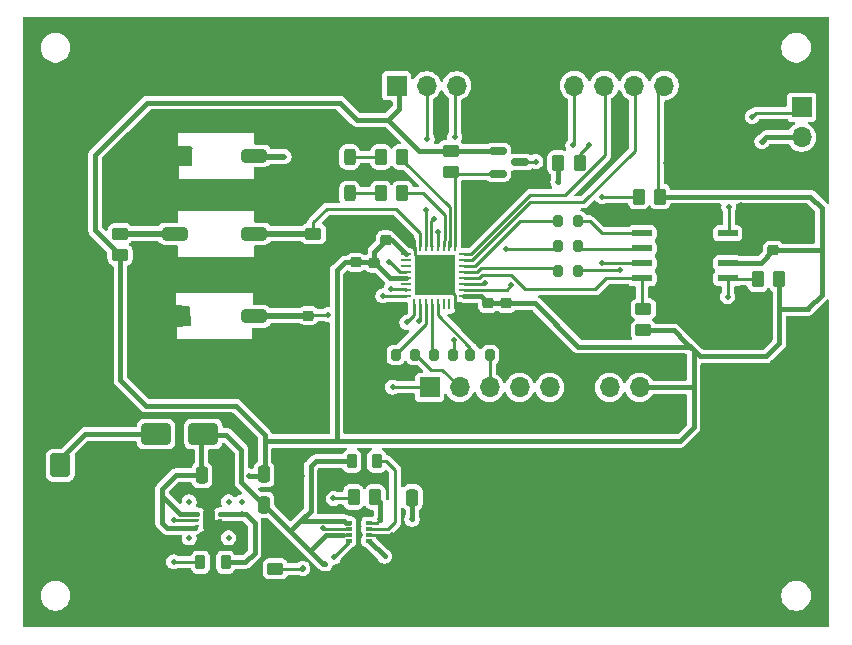
<source format=gtl>
G04 #@! TF.GenerationSoftware,KiCad,Pcbnew,9.0.0*
G04 #@! TF.CreationDate,2025-04-30T01:10:54-03:00*
G04 #@! TF.ProjectId,hw_rfid,68775f72-6669-4642-9e6b-696361645f70,rev?*
G04 #@! TF.SameCoordinates,Original*
G04 #@! TF.FileFunction,Copper,L1,Top*
G04 #@! TF.FilePolarity,Positive*
%FSLAX46Y46*%
G04 Gerber Fmt 4.6, Leading zero omitted, Abs format (unit mm)*
G04 Created by KiCad (PCBNEW 9.0.0) date 2025-04-30 01:10:54*
%MOMM*%
%LPD*%
G01*
G04 APERTURE LIST*
G04 Aperture macros list*
%AMRoundRect*
0 Rectangle with rounded corners*
0 $1 Rounding radius*
0 $2 $3 $4 $5 $6 $7 $8 $9 X,Y pos of 4 corners*
0 Add a 4 corners polygon primitive as box body*
4,1,4,$2,$3,$4,$5,$6,$7,$8,$9,$2,$3,0*
0 Add four circle primitives for the rounded corners*
1,1,$1+$1,$2,$3*
1,1,$1+$1,$4,$5*
1,1,$1+$1,$6,$7*
1,1,$1+$1,$8,$9*
0 Add four rect primitives between the rounded corners*
20,1,$1+$1,$2,$3,$4,$5,0*
20,1,$1+$1,$4,$5,$6,$7,0*
20,1,$1+$1,$6,$7,$8,$9,0*
20,1,$1+$1,$8,$9,$2,$3,0*%
G04 Aperture macros list end*
G04 #@! TA.AperFunction,SMDPad,CuDef*
%ADD10RoundRect,0.250000X-0.262500X-0.450000X0.262500X-0.450000X0.262500X0.450000X-0.262500X0.450000X0*%
G04 #@! TD*
G04 #@! TA.AperFunction,SMDPad,CuDef*
%ADD11RoundRect,0.250000X-0.250000X-0.475000X0.250000X-0.475000X0.250000X0.475000X-0.250000X0.475000X0*%
G04 #@! TD*
G04 #@! TA.AperFunction,SMDPad,CuDef*
%ADD12R,0.475000X0.300000*%
G04 #@! TD*
G04 #@! TA.AperFunction,SMDPad,CuDef*
%ADD13RoundRect,0.225000X-0.250000X0.225000X-0.250000X-0.225000X0.250000X-0.225000X0.250000X0.225000X0*%
G04 #@! TD*
G04 #@! TA.AperFunction,ComponentPad*
%ADD14R,1.700000X1.700000*%
G04 #@! TD*
G04 #@! TA.AperFunction,ComponentPad*
%ADD15O,1.700000X1.700000*%
G04 #@! TD*
G04 #@! TA.AperFunction,SMDPad,CuDef*
%ADD16RoundRect,0.250000X0.450000X-0.262500X0.450000X0.262500X-0.450000X0.262500X-0.450000X-0.262500X0*%
G04 #@! TD*
G04 #@! TA.AperFunction,SMDPad,CuDef*
%ADD17RoundRect,0.218750X-0.218750X-0.381250X0.218750X-0.381250X0.218750X0.381250X-0.218750X0.381250X0*%
G04 #@! TD*
G04 #@! TA.AperFunction,SMDPad,CuDef*
%ADD18RoundRect,0.250000X-0.830000X-0.310000X0.830000X-0.310000X0.830000X0.310000X-0.830000X0.310000X0*%
G04 #@! TD*
G04 #@! TA.AperFunction,SMDPad,CuDef*
%ADD19RoundRect,0.200000X-0.200000X-0.275000X0.200000X-0.275000X0.200000X0.275000X-0.200000X0.275000X0*%
G04 #@! TD*
G04 #@! TA.AperFunction,SMDPad,CuDef*
%ADD20RoundRect,0.225000X0.250000X-0.225000X0.250000X0.225000X-0.250000X0.225000X-0.250000X-0.225000X0*%
G04 #@! TD*
G04 #@! TA.AperFunction,SMDPad,CuDef*
%ADD21RoundRect,0.200000X0.200000X0.275000X-0.200000X0.275000X-0.200000X-0.275000X0.200000X-0.275000X0*%
G04 #@! TD*
G04 #@! TA.AperFunction,SMDPad,CuDef*
%ADD22RoundRect,0.250000X0.262500X0.450000X-0.262500X0.450000X-0.262500X-0.450000X0.262500X-0.450000X0*%
G04 #@! TD*
G04 #@! TA.AperFunction,SMDPad,CuDef*
%ADD23RoundRect,0.072500X-0.782500X-0.217500X0.782500X-0.217500X0.782500X0.217500X-0.782500X0.217500X0*%
G04 #@! TD*
G04 #@! TA.AperFunction,SMDPad,CuDef*
%ADD24RoundRect,0.243750X-0.243750X-0.456250X0.243750X-0.456250X0.243750X0.456250X-0.243750X0.456250X0*%
G04 #@! TD*
G04 #@! TA.AperFunction,SMDPad,CuDef*
%ADD25RoundRect,0.250000X-0.450000X0.262500X-0.450000X-0.262500X0.450000X-0.262500X0.450000X0.262500X0*%
G04 #@! TD*
G04 #@! TA.AperFunction,SMDPad,CuDef*
%ADD26R,0.450000X0.350000*%
G04 #@! TD*
G04 #@! TA.AperFunction,SMDPad,CuDef*
%ADD27R,0.450000X0.250000*%
G04 #@! TD*
G04 #@! TA.AperFunction,SMDPad,CuDef*
%ADD28R,1.000000X1.600000*%
G04 #@! TD*
G04 #@! TA.AperFunction,SMDPad,CuDef*
%ADD29R,0.900000X0.100000*%
G04 #@! TD*
G04 #@! TA.AperFunction,SMDPad,CuDef*
%ADD30RoundRect,0.250000X1.000000X0.650000X-1.000000X0.650000X-1.000000X-0.650000X1.000000X-0.650000X0*%
G04 #@! TD*
G04 #@! TA.AperFunction,ComponentPad*
%ADD31RoundRect,0.250000X-0.600000X-0.750000X0.600000X-0.750000X0.600000X0.750000X-0.600000X0.750000X0*%
G04 #@! TD*
G04 #@! TA.AperFunction,ComponentPad*
%ADD32O,1.700000X2.000000*%
G04 #@! TD*
G04 #@! TA.AperFunction,SMDPad,CuDef*
%ADD33RoundRect,0.150000X-0.587500X-0.150000X0.587500X-0.150000X0.587500X0.150000X-0.587500X0.150000X0*%
G04 #@! TD*
G04 #@! TA.AperFunction,SMDPad,CuDef*
%ADD34RoundRect,0.062500X-0.375000X-0.062500X0.375000X-0.062500X0.375000X0.062500X-0.375000X0.062500X0*%
G04 #@! TD*
G04 #@! TA.AperFunction,SMDPad,CuDef*
%ADD35RoundRect,0.062500X-0.062500X-0.375000X0.062500X-0.375000X0.062500X0.375000X-0.062500X0.375000X0*%
G04 #@! TD*
G04 #@! TA.AperFunction,HeatsinkPad*
%ADD36R,3.450000X3.450000*%
G04 #@! TD*
G04 #@! TA.AperFunction,ViaPad*
%ADD37C,0.508000*%
G04 #@! TD*
G04 #@! TA.AperFunction,Conductor*
%ADD38C,0.254000*%
G04 #@! TD*
G04 #@! TA.AperFunction,Conductor*
%ADD39C,0.381000*%
G04 #@! TD*
G04 #@! TA.AperFunction,Conductor*
%ADD40C,0.508000*%
G04 #@! TD*
G04 #@! TA.AperFunction,Conductor*
%ADD41C,0.203200*%
G04 #@! TD*
G04 APERTURE END LIST*
D10*
X105600000Y-114300000D03*
X103775000Y-114300000D03*
D11*
X110650000Y-114330000D03*
X108750000Y-114330000D03*
D12*
X103387000Y-116475000D03*
X103387000Y-116975000D03*
X103387000Y-117475000D03*
X103387000Y-117975000D03*
X105063000Y-117975000D03*
X105063000Y-117475000D03*
X105063000Y-116975000D03*
X105063000Y-116475000D03*
D13*
X116696257Y-97875000D03*
X116696257Y-99425000D03*
X105539568Y-94450000D03*
X105539568Y-96000000D03*
D14*
X119910000Y-79450000D03*
D15*
X122450000Y-79450000D03*
X124990000Y-79450000D03*
X127530000Y-79450000D03*
X130070000Y-79450000D03*
D16*
X100375000Y-93812500D03*
X100375000Y-91987500D03*
D17*
X90812500Y-119800000D03*
X92937500Y-119800000D03*
D18*
X88635000Y-99000000D03*
X95365000Y-99000000D03*
D13*
X115150000Y-97875000D03*
X115150000Y-99425000D03*
D10*
X106087500Y-88575000D03*
X107912500Y-88575000D03*
D14*
X110220000Y-105000000D03*
D15*
X112760000Y-105000000D03*
X115300000Y-105000000D03*
X117840000Y-105000000D03*
X120380000Y-105000000D03*
X122920000Y-105000000D03*
X125460000Y-105000000D03*
X128000000Y-105000000D03*
D19*
X113675000Y-102250000D03*
X115325000Y-102250000D03*
D14*
X107425000Y-79475000D03*
D15*
X109965000Y-79475000D03*
X112505000Y-79475000D03*
X115045000Y-79475000D03*
D13*
X103950000Y-94425000D03*
X103950000Y-95975000D03*
D19*
X110550000Y-102250000D03*
X112200000Y-102250000D03*
D16*
X128320000Y-100180000D03*
X128320000Y-98355000D03*
D20*
X106500000Y-92550000D03*
X106500000Y-91000000D03*
D21*
X122750000Y-93050000D03*
X121100000Y-93050000D03*
D22*
X129732500Y-88855000D03*
X127907500Y-88855000D03*
D10*
X121087500Y-86000000D03*
X122912500Y-86000000D03*
D23*
X128190000Y-91950000D03*
X128190000Y-93220000D03*
X128190000Y-94490000D03*
X128190000Y-95760000D03*
X135450000Y-95760000D03*
X135450000Y-94490000D03*
X135450000Y-93220000D03*
X135450000Y-91950000D03*
D17*
X103625000Y-111252000D03*
X105750000Y-111252000D03*
D24*
X101562500Y-85500000D03*
X103437500Y-85500000D03*
D25*
X112000000Y-84950000D03*
X112000000Y-86775000D03*
D14*
X141725000Y-81276750D03*
D15*
X141725000Y-83816750D03*
X141725000Y-86356750D03*
D18*
X88635000Y-92000000D03*
X95365000Y-92000000D03*
D13*
X99950000Y-98925000D03*
X99950000Y-100475000D03*
D21*
X122750000Y-95150000D03*
X121100000Y-95150000D03*
D11*
X96200000Y-112375000D03*
X98100000Y-112375000D03*
X96200000Y-114950000D03*
X98100000Y-114950000D03*
D24*
X101562500Y-88575000D03*
X103437500Y-88575000D03*
D19*
X107350000Y-102250000D03*
X109000000Y-102250000D03*
D26*
X92500000Y-116775000D03*
D27*
X92500000Y-116225000D03*
X92500000Y-115725000D03*
X90550000Y-115725000D03*
X90550000Y-116225000D03*
X90550000Y-116725000D03*
D28*
X91525000Y-116225000D03*
D29*
X91525000Y-117075000D03*
X91525000Y-115375000D03*
D30*
X91050000Y-108950000D03*
X87050000Y-108950000D03*
D16*
X97150000Y-120362500D03*
X97150000Y-118537500D03*
D21*
X122750000Y-90950000D03*
X121100000Y-90950000D03*
D18*
X88635000Y-85400000D03*
X95365000Y-85400000D03*
D22*
X139820000Y-95855000D03*
X137995000Y-95855000D03*
D31*
X78950000Y-111600000D03*
D32*
X81450000Y-111600000D03*
D33*
X116000000Y-85000000D03*
X116000000Y-86900000D03*
X117875000Y-85950000D03*
D20*
X139320000Y-93405000D03*
X139320000Y-91855000D03*
D10*
X106087500Y-85500000D03*
X107912500Y-85500000D03*
D11*
X90925000Y-112425000D03*
X92825000Y-112425000D03*
D34*
X108212500Y-93750000D03*
X108212500Y-94250000D03*
X108212500Y-94750000D03*
X108212500Y-95250000D03*
X108212500Y-95750000D03*
X108212500Y-96250000D03*
X108212500Y-96750000D03*
X108212500Y-97250000D03*
D35*
X108900000Y-97937500D03*
X109400000Y-97937500D03*
X109900000Y-97937500D03*
X110400000Y-97937500D03*
X110900000Y-97937500D03*
X111400000Y-97937500D03*
X111900000Y-97937500D03*
X112400000Y-97937500D03*
D34*
X113087500Y-97250000D03*
X113087500Y-96750000D03*
X113087500Y-96250000D03*
X113087500Y-95750000D03*
X113087500Y-95250000D03*
X113087500Y-94750000D03*
X113087500Y-94250000D03*
X113087500Y-93750000D03*
D35*
X112400000Y-93062500D03*
X111900000Y-93062500D03*
X111400000Y-93062500D03*
X110900000Y-93062500D03*
X110400000Y-93062500D03*
X109900000Y-93062500D03*
X109400000Y-93062500D03*
X108900000Y-93062500D03*
D36*
X110650000Y-95500000D03*
D16*
X84025000Y-93812500D03*
X84025000Y-91987500D03*
D37*
X110025000Y-117950000D03*
X116070000Y-117950000D03*
X122275000Y-117775000D03*
X108725000Y-116150000D03*
X80000000Y-89600000D03*
X85000000Y-89600000D03*
X107000000Y-117533800D03*
X110025000Y-112550000D03*
X105000000Y-108000000D03*
X86300000Y-105050000D03*
X92475000Y-105050000D03*
X100000000Y-89567610D03*
X135050000Y-99950000D03*
X87300000Y-95000000D03*
X110050000Y-108000000D03*
X116070000Y-122450000D03*
X108000000Y-91600000D03*
X122275000Y-112550000D03*
X80000000Y-85100000D03*
X79950000Y-105050000D03*
X98575000Y-119150000D03*
X136500000Y-75500000D03*
X85181818Y-75500000D03*
X121175000Y-75500000D03*
X140200000Y-112550000D03*
X130250000Y-86050000D03*
X99350000Y-105050000D03*
X122090000Y-108000000D03*
X140200000Y-105100000D03*
X110840909Y-82575000D03*
X126236364Y-82650000D03*
X85000000Y-79950000D03*
X140200000Y-117725000D03*
X103500000Y-100050000D03*
X134130000Y-117775000D03*
X101550000Y-122450000D03*
X122275000Y-122450000D03*
X134150000Y-104900000D03*
X121175000Y-82575000D03*
X109950000Y-122450000D03*
X105000000Y-105050000D03*
X95445455Y-75500000D03*
X116070000Y-108000000D03*
X95000000Y-79950000D03*
X115972727Y-82575000D03*
X105709091Y-75500000D03*
X86300000Y-100050000D03*
X131368182Y-75500000D03*
X128350000Y-117800000D03*
X136545580Y-89567610D03*
X134130000Y-122450000D03*
X100577273Y-75500000D03*
X116070000Y-112550000D03*
X80000000Y-100050000D03*
X90313636Y-75500000D03*
X128350000Y-122450000D03*
X140200000Y-108000000D03*
X100000000Y-79950000D03*
X131368182Y-82625000D03*
X126236364Y-75500000D03*
X85000000Y-85100000D03*
X110840909Y-75500000D03*
X80050000Y-95000000D03*
X136500000Y-80050000D03*
X115972727Y-75500000D03*
X125050000Y-100000000D03*
X134150000Y-108000000D03*
X134130000Y-112550000D03*
X99975000Y-95000000D03*
X95475000Y-122450000D03*
X90000000Y-79950000D03*
X99350000Y-108000000D03*
X80000000Y-79950000D03*
X89270000Y-122450000D03*
X119050000Y-100000000D03*
X94550000Y-95000000D03*
X128350000Y-112550000D03*
X99450000Y-112550000D03*
X128350000Y-108000000D03*
X83150000Y-122450000D03*
X106775000Y-94425000D03*
X122350000Y-84525000D03*
X101625000Y-98850000D03*
X101375000Y-119950000D03*
X106400000Y-119300000D03*
X138350000Y-84200000D03*
X106050000Y-116150000D03*
X121075000Y-87600000D03*
X88550000Y-119775000D03*
X88550000Y-116225000D03*
X106250000Y-97250000D03*
X99475000Y-120325000D03*
X101150000Y-116941600D03*
X102075000Y-114400000D03*
X102100000Y-119377700D03*
X112350000Y-83775000D03*
X110557632Y-90717368D03*
X110000000Y-83975000D03*
X109950000Y-90025000D03*
X137525000Y-82075000D03*
X119216200Y-85892368D03*
X123725000Y-84450000D03*
X112250000Y-101000000D03*
X107075000Y-104975000D03*
X109300000Y-99350000D03*
X108300000Y-99500000D03*
X114900000Y-96150000D03*
X135450000Y-97325000D03*
X117125000Y-96375000D03*
X124775000Y-94475000D03*
X124820000Y-88855000D03*
X106925000Y-96691200D03*
X116650000Y-93300000D03*
X126351636Y-95053020D03*
X135550000Y-89725000D03*
X110925000Y-91875000D03*
X97900000Y-85475000D03*
X94350000Y-115725000D03*
X93200000Y-117750000D03*
X93200000Y-114700000D03*
X89850000Y-117750000D03*
X89850000Y-114700000D03*
X94350000Y-114700000D03*
X94900000Y-112500000D03*
D38*
X124820000Y-88855000D02*
X127907500Y-88855000D01*
X119300000Y-85950000D02*
X117875000Y-85950000D01*
X119273832Y-85950000D02*
X119300000Y-85950000D01*
X119216200Y-85892368D02*
X119273832Y-85950000D01*
D39*
X107012500Y-92550000D02*
X108212500Y-93750000D01*
X106500000Y-92550000D02*
X107012500Y-92550000D01*
D38*
X107675000Y-95250000D02*
X108212500Y-95250000D01*
X106850000Y-94425000D02*
X107675000Y-95250000D01*
X106775000Y-94425000D02*
X106850000Y-94425000D01*
D39*
X105539568Y-93510432D02*
X105539568Y-94450000D01*
X106500000Y-92550000D02*
X105539568Y-93510432D01*
X108750000Y-116125000D02*
X108725000Y-116150000D01*
X108750000Y-114330000D02*
X108750000Y-116125000D01*
X96275000Y-109025000D02*
X96275000Y-109525000D01*
X93800000Y-106550000D02*
X96275000Y-109025000D01*
X102350000Y-109525000D02*
X103725000Y-109525000D01*
X102350000Y-95100000D02*
X102350000Y-109525000D01*
X103025000Y-94425000D02*
X102350000Y-95100000D01*
X103950000Y-94425000D02*
X103025000Y-94425000D01*
X96250000Y-109550000D02*
X96250000Y-112375000D01*
D38*
X106925000Y-96691200D02*
X108153700Y-96691200D01*
X108153700Y-96691200D02*
X108212500Y-96750000D01*
X110650000Y-95500000D02*
X112344200Y-97194200D01*
X112344200Y-97194200D02*
X112344200Y-97881700D01*
X112344200Y-97881700D02*
X112400000Y-97937500D01*
X108967200Y-93817200D02*
X110650000Y-95500000D01*
X108967200Y-93129700D02*
X108967200Y-93817200D01*
X106941200Y-117475000D02*
X107000000Y-117533800D01*
X108000000Y-91600000D02*
X108900000Y-92500000D01*
X108900000Y-93062500D02*
X108967200Y-93129700D01*
X108900000Y-92500000D02*
X108900000Y-93062500D01*
X105063000Y-117475000D02*
X106941200Y-117475000D01*
X101625000Y-98850000D02*
X100025000Y-98850000D01*
D40*
X99950000Y-98925000D02*
X95440000Y-98925000D01*
D38*
X95440000Y-98925000D02*
X95365000Y-99000000D01*
X122350000Y-84525000D02*
X122450000Y-84425000D01*
X122450000Y-84425000D02*
X122450000Y-79450000D01*
X100025000Y-98850000D02*
X99950000Y-98925000D01*
D39*
X90900000Y-109000000D02*
X93000000Y-109000000D01*
X105094300Y-117994300D02*
X105063000Y-117994300D01*
X90950000Y-112425000D02*
X88725000Y-112425000D01*
X87567200Y-116467200D02*
X88000000Y-116900000D01*
X101475000Y-117475000D02*
X100100000Y-118850000D01*
X87567200Y-114307800D02*
X87567200Y-116467200D01*
X94275000Y-113025000D02*
X96200000Y-114950000D01*
X103105700Y-116455700D02*
X102968300Y-116318300D01*
X102875000Y-117475000D02*
X101475000Y-117475000D01*
D41*
X90900000Y-112375000D02*
X90950000Y-112425000D01*
D39*
X101375000Y-119950000D02*
X101200000Y-119950000D01*
X90900000Y-112375000D02*
X90900000Y-109000000D01*
D38*
X87625000Y-114250000D02*
X87567200Y-114307800D01*
D39*
X98437500Y-117162500D02*
X98412500Y-117162500D01*
X98125000Y-116875000D02*
X96200000Y-114950000D01*
X99262500Y-116337500D02*
X98437500Y-117162500D01*
X93000000Y-109000000D02*
X94275000Y-110275000D01*
D41*
X103319200Y-116407200D02*
X103387000Y-116475000D01*
X90515600Y-116759400D02*
X90550000Y-116725000D01*
D39*
X87559800Y-114184800D02*
X87625000Y-114250000D01*
X103105700Y-116455700D02*
X103387000Y-116455700D01*
X100150000Y-115450000D02*
X99262500Y-116337500D01*
D38*
X90375000Y-116900000D02*
X90550000Y-116725000D01*
D39*
X102968300Y-116318300D02*
X99281700Y-116318300D01*
X89100000Y-115725000D02*
X87625000Y-114250000D01*
X88725000Y-112425000D02*
X87559800Y-113590200D01*
X94275000Y-110275000D02*
X94275000Y-113025000D01*
X87559800Y-113590200D02*
X87559800Y-114184800D01*
X103585500Y-111252000D02*
X100598000Y-111252000D01*
X98412500Y-117162500D02*
X98125000Y-116875000D01*
X100598000Y-111252000D02*
X100150000Y-111700000D01*
X101200000Y-119950000D02*
X98412500Y-117162500D01*
X90550000Y-115725000D02*
X89100000Y-115725000D01*
X100150000Y-111700000D02*
X100150000Y-115450000D01*
X99281700Y-116318300D02*
X99262500Y-116337500D01*
X88000000Y-116900000D02*
X90375000Y-116900000D01*
D38*
X102875000Y-117475000D02*
X103387000Y-117475000D01*
D39*
X106400000Y-119300000D02*
X105094300Y-117994300D01*
D38*
X138425000Y-84275000D02*
X138350000Y-84200000D01*
X105063000Y-116475000D02*
X105725000Y-116475000D01*
X105725000Y-116475000D02*
X106050000Y-116150000D01*
D39*
X121087500Y-86000000D02*
X121087500Y-87587500D01*
X138733250Y-83816750D02*
X141725000Y-83816750D01*
X106050000Y-116150000D02*
X105991200Y-116208800D01*
D38*
X121087500Y-87587500D02*
X121075000Y-87600000D01*
D39*
X138350000Y-84200000D02*
X138733250Y-83816750D01*
X106050000Y-114750000D02*
X106050000Y-116150000D01*
X105600000Y-114300000D02*
X106050000Y-114750000D01*
X87050000Y-108950000D02*
X81050000Y-108950000D01*
X78950000Y-111050000D02*
X78950000Y-111100000D01*
X81050000Y-108950000D02*
X78950000Y-111050000D01*
D38*
X103500000Y-85500000D02*
X106000000Y-85500000D01*
X103437500Y-88575000D02*
X106087500Y-88575000D01*
D41*
X88550000Y-119775000D02*
X88575000Y-119800000D01*
D38*
X90550000Y-116225000D02*
X88550000Y-116225000D01*
X88575000Y-119800000D02*
X90812500Y-119800000D01*
X106725000Y-116975000D02*
X107300000Y-116400000D01*
X106552000Y-111252000D02*
X105710500Y-111252000D01*
X105063000Y-116975000D02*
X106725000Y-116975000D01*
X107300000Y-112000000D02*
X106552000Y-111252000D01*
X107300000Y-116400000D02*
X107300000Y-112000000D01*
X106250000Y-97250000D02*
X108212500Y-97250000D01*
X103387000Y-116975000D02*
X101183400Y-116975000D01*
X101183400Y-116975000D02*
X101150000Y-116941600D01*
X97150000Y-120362500D02*
X99437500Y-120362500D01*
D39*
X99437500Y-120362500D02*
X99475000Y-120325000D01*
D38*
X102100000Y-119377700D02*
X103387000Y-118090700D01*
D41*
X103675000Y-114400000D02*
X103775000Y-114300000D01*
D38*
X102075000Y-114400000D02*
X103675000Y-114400000D01*
X103387000Y-118090700D02*
X103387000Y-118056802D01*
X127620000Y-79540000D02*
X127530000Y-79450000D01*
X113837072Y-94250000D02*
X118741233Y-89345839D01*
X127620000Y-84955000D02*
X127620000Y-79540000D01*
X113087500Y-94250000D02*
X113837072Y-94250000D01*
X123229161Y-89345839D02*
X127620000Y-84955000D01*
X118741233Y-89345839D02*
X123229161Y-89345839D01*
X113087500Y-93750000D02*
X113725000Y-93750000D01*
X113725000Y-93750000D02*
X118750000Y-88725000D01*
X125080000Y-85337946D02*
X125080000Y-79540000D01*
X121692946Y-88725000D02*
X119125000Y-88725000D01*
X118750000Y-88725000D02*
X119125000Y-88725000D01*
X125080000Y-79540000D02*
X124990000Y-79450000D01*
X125080000Y-85337946D02*
X121692946Y-88725000D01*
X112350000Y-79630000D02*
X112350000Y-83775000D01*
X110400000Y-93062500D02*
X110332800Y-92995300D01*
X110332800Y-90942200D02*
X110557632Y-90717368D01*
X112505000Y-79475000D02*
X112350000Y-79630000D01*
X110332800Y-92995300D02*
X110332800Y-90942200D01*
X109900000Y-90075000D02*
X109950000Y-90025000D01*
X109900000Y-93062500D02*
X109900000Y-90075000D01*
X109965000Y-83940000D02*
X110000000Y-83975000D01*
X109965000Y-79475000D02*
X109965000Y-83940000D01*
X122912500Y-85262500D02*
X123725000Y-84450000D01*
X137865000Y-81735000D02*
X141725000Y-81735000D01*
X137525000Y-82075000D02*
X137865000Y-81735000D01*
X122912500Y-86000000D02*
X122912500Y-85262500D01*
X115325000Y-102250000D02*
X115325000Y-104975000D01*
D39*
X115325000Y-104975000D02*
X115300000Y-105000000D01*
X112250000Y-102150000D02*
X112200000Y-102200000D01*
D38*
X112250000Y-101000000D02*
X112250000Y-102150000D01*
X110220000Y-105000000D02*
X107100000Y-105000000D01*
X109300000Y-99350000D02*
X109400000Y-99250000D01*
X109400000Y-99250000D02*
X109400000Y-97937500D01*
X107100000Y-105000000D02*
X107075000Y-104975000D01*
X108900000Y-98900000D02*
X108300000Y-99500000D01*
X108900000Y-97937500D02*
X108900000Y-98900000D01*
X111285000Y-103525000D02*
X112760000Y-105000000D01*
X110350000Y-103525000D02*
X111285000Y-103525000D01*
X109000000Y-102175000D02*
X110350000Y-103525000D01*
X112400000Y-87225000D02*
X112400000Y-93062500D01*
X112075000Y-86900000D02*
X112000000Y-86825000D01*
X116000000Y-86900000D02*
X112075000Y-86900000D01*
X112000000Y-86825000D02*
X112400000Y-87225000D01*
D40*
X84025000Y-91987500D02*
X88757500Y-91987500D01*
D38*
X88757500Y-91987500D02*
X88770000Y-92000000D01*
X101500000Y-89900000D02*
X100375000Y-91025000D01*
X107400000Y-89900000D02*
X101500000Y-89900000D01*
D40*
X95500000Y-92000000D02*
X100212500Y-92000000D01*
D38*
X100375000Y-91025000D02*
X100375000Y-92162500D01*
X109400000Y-93062500D02*
X109400000Y-91900000D01*
X100212500Y-92000000D02*
X100375000Y-92162500D01*
X109400000Y-91900000D02*
X107400000Y-89900000D01*
X111917600Y-93044900D02*
X111900000Y-93062500D01*
X107912500Y-85762500D02*
X111917600Y-89767600D01*
X111917600Y-89767600D02*
X111917600Y-93044900D01*
X107912500Y-85500000D02*
X107912500Y-85762500D01*
X109675000Y-88575000D02*
X111484800Y-90384800D01*
X111400000Y-93062500D02*
X111400000Y-92575000D01*
X111400000Y-92575000D02*
X111484800Y-92490200D01*
X107912500Y-88575000D02*
X109675000Y-88575000D01*
X111484800Y-92490200D02*
X111484800Y-90384800D01*
X137995000Y-95855000D02*
X135545000Y-95855000D01*
X114800000Y-96250000D02*
X113087500Y-96250000D01*
X135545000Y-95855000D02*
X135450000Y-95760000D01*
X135500000Y-97375000D02*
X135450000Y-97325000D01*
X135450000Y-95760000D02*
X135450000Y-97325000D01*
X114900000Y-96150000D02*
X114800000Y-96250000D01*
X124775000Y-94475000D02*
X124800000Y-94450000D01*
X124800000Y-94450000D02*
X128150000Y-94450000D01*
X117125000Y-96375000D02*
X116750000Y-96750000D01*
X128150000Y-94450000D02*
X128190000Y-94490000D01*
X116750000Y-96750000D02*
X113087500Y-96750000D01*
X114392200Y-95750000D02*
X113087500Y-95750000D01*
X124250000Y-96675000D02*
X118275000Y-96675000D01*
X118275000Y-96675000D02*
X117125000Y-95525000D01*
X128190000Y-95760000D02*
X128190000Y-98225000D01*
X128190000Y-95760000D02*
X125165000Y-95760000D01*
X125165000Y-95760000D02*
X124250000Y-96675000D01*
X128190000Y-98225000D02*
X128320000Y-98355000D01*
X117125000Y-95525000D02*
X114617200Y-95525000D01*
X114617200Y-95525000D02*
X114392200Y-95750000D01*
X122750000Y-93275000D02*
X128135000Y-93275000D01*
X128135000Y-93275000D02*
X128190000Y-93220000D01*
X121100000Y-93275000D02*
X116700000Y-93275000D01*
X116700000Y-93275000D02*
X116675000Y-93275000D01*
X116675000Y-93275000D02*
X116650000Y-93300000D01*
X117850000Y-90950000D02*
X114050000Y-94750000D01*
X121075000Y-90950000D02*
X117850000Y-90950000D01*
X114050000Y-94750000D02*
X113087500Y-94750000D01*
X123775000Y-90950000D02*
X124775000Y-91950000D01*
X124775000Y-91950000D02*
X128190000Y-91950000D01*
X122725000Y-90950000D02*
X123775000Y-90950000D01*
X113087500Y-95250000D02*
X114245728Y-95250000D01*
X120867200Y-94917200D02*
X121100000Y-95150000D01*
X114245728Y-95250000D02*
X114578528Y-94917200D01*
X114578528Y-94917200D02*
X120867200Y-94917200D01*
X122750000Y-95150000D02*
X122846980Y-95053020D01*
X122846980Y-95053020D02*
X126351636Y-95053020D01*
X135550000Y-89725000D02*
X135550000Y-91850000D01*
X135550000Y-91850000D02*
X135450000Y-91950000D01*
X110400000Y-97937500D02*
X110400000Y-102100000D01*
X110400000Y-102100000D02*
X110550000Y-102250000D01*
X113675000Y-101633323D02*
X110900000Y-98858323D01*
X113675000Y-102250000D02*
X113675000Y-101633323D01*
X110900000Y-98858323D02*
X110900000Y-97937500D01*
X109900000Y-97937500D02*
X109900000Y-99625000D01*
X109900000Y-99625000D02*
X107350000Y-102175000D01*
D39*
X107350000Y-102175000D02*
X107356480Y-102175000D01*
D38*
X110900000Y-93062500D02*
X110900000Y-91900000D01*
X95590000Y-85475000D02*
X95515000Y-85400000D01*
X110900000Y-91900000D02*
X110925000Y-91875000D01*
D40*
X97900000Y-85475000D02*
X95590000Y-85475000D01*
D39*
X102600000Y-80900000D02*
X86325000Y-80900000D01*
X132575000Y-105000000D02*
X132575000Y-104475000D01*
X107650000Y-79450000D02*
X107650000Y-81400000D01*
X104050000Y-82350000D02*
X102600000Y-80900000D01*
X143400000Y-93400000D02*
X143400000Y-89800000D01*
X94625000Y-119800000D02*
X92937500Y-119800000D01*
X132700000Y-88855000D02*
X129732500Y-88855000D01*
X132575000Y-101850000D02*
X131850000Y-101125000D01*
X139820000Y-98350000D02*
X139820000Y-101255000D01*
X106857765Y-95750000D02*
X108212500Y-95750000D01*
X105539568Y-94431803D02*
X106857765Y-95750000D01*
X130905000Y-100180000D02*
X128320000Y-100180000D01*
X109350000Y-85000000D02*
X106700000Y-82350000D01*
X138235000Y-94490000D02*
X135450000Y-94490000D01*
X142275000Y-98350000D02*
X142275000Y-98325000D01*
X139820000Y-98350000D02*
X142275000Y-98350000D01*
X131425000Y-109525000D02*
X132575000Y-108375000D01*
D38*
X129575000Y-79945000D02*
X129575000Y-88697500D01*
X130070000Y-79450000D02*
X129575000Y-79945000D01*
D39*
X119150000Y-97900000D02*
X122800000Y-101550000D01*
X142275000Y-98325000D02*
X143400000Y-97200000D01*
X92500000Y-115725000D02*
X94675000Y-115725000D01*
X94675000Y-115725000D02*
X95400000Y-116450000D01*
X132575000Y-108375000D02*
X132575000Y-104475000D01*
X112000000Y-85000000D02*
X109350000Y-85000000D01*
X139820000Y-101255000D02*
X138700000Y-102375000D01*
X128000000Y-105000000D02*
X132575000Y-105000000D01*
X139820000Y-98350000D02*
X139820000Y-95855000D01*
X113087500Y-97250000D02*
X114525000Y-97250000D01*
X84025000Y-104400000D02*
X86175000Y-106550000D01*
X132575000Y-104475000D02*
X132575000Y-101850000D01*
D38*
X96125000Y-112500000D02*
X96250000Y-112375000D01*
D39*
X95400000Y-116450000D02*
X95400000Y-119025000D01*
X86175000Y-106550000D02*
X93800000Y-106550000D01*
X132700000Y-88855000D02*
X142455000Y-88855000D01*
X81875000Y-85350000D02*
X81875000Y-91662500D01*
X103950000Y-94425000D02*
X105514568Y-94425000D01*
X132275000Y-101550000D02*
X132575000Y-101850000D01*
X143400000Y-97200000D02*
X143400000Y-93400000D01*
X107650000Y-81400000D02*
X106700000Y-82350000D01*
X116000000Y-85000000D02*
X112000000Y-85000000D01*
X81875000Y-91662500D02*
X84025000Y-93812500D01*
X116696257Y-97900000D02*
X119150000Y-97900000D01*
X131850000Y-101125000D02*
X130905000Y-100180000D01*
X106700000Y-82350000D02*
X104050000Y-82350000D01*
D38*
X129575000Y-88697500D02*
X129732500Y-88855000D01*
D39*
X84025000Y-93812500D02*
X84025000Y-104400000D01*
X103725000Y-109525000D02*
X131425000Y-109525000D01*
X116671257Y-97875000D02*
X116696257Y-97900000D01*
X138700000Y-102375000D02*
X133100000Y-102375000D01*
X122800000Y-101550000D02*
X132275000Y-101550000D01*
X94900000Y-112500000D02*
X96125000Y-112500000D01*
X95400000Y-119025000D02*
X94625000Y-119800000D01*
X139320000Y-93405000D02*
X143395000Y-93405000D01*
X115150000Y-97875000D02*
X116671257Y-97875000D01*
X143400000Y-89800000D02*
X142455000Y-88855000D01*
X86325000Y-80900000D02*
X81875000Y-85350000D01*
X143395000Y-93405000D02*
X143400000Y-93400000D01*
X105514568Y-94425000D02*
X105539568Y-94450000D01*
X139320000Y-93405000D02*
X138235000Y-94490000D01*
D38*
X130070000Y-79450000D02*
X130500000Y-79450000D01*
D39*
X133100000Y-102375000D02*
X132575000Y-101850000D01*
X114525000Y-97250000D02*
X115150000Y-97875000D01*
X96275000Y-109525000D02*
X96250000Y-109550000D01*
X103725000Y-109525000D02*
X96275000Y-109525000D01*
G04 #@! TA.AperFunction,Conductor*
G36*
X143991621Y-73670502D02*
G01*
X144038114Y-73724158D01*
X144049500Y-73776500D01*
X144049500Y-89336379D01*
X144043160Y-89357968D01*
X144041556Y-89380411D01*
X144033353Y-89391367D01*
X144029498Y-89404500D01*
X144012494Y-89419233D01*
X143999010Y-89437247D01*
X143986185Y-89442030D01*
X143975842Y-89450993D01*
X143953569Y-89454195D01*
X143932489Y-89462058D01*
X143919116Y-89459149D01*
X143905568Y-89461097D01*
X143885101Y-89451749D01*
X143863115Y-89446967D01*
X143845099Y-89433480D01*
X143840988Y-89431603D01*
X143834405Y-89425475D01*
X143792913Y-89383983D01*
X143751216Y-89342286D01*
X142806216Y-88397286D01*
X142806214Y-88397285D01*
X142806212Y-88397283D01*
X142744016Y-88361375D01*
X142675788Y-88321983D01*
X142675785Y-88321982D01*
X142675784Y-88321981D01*
X142675782Y-88321980D01*
X142675781Y-88321980D01*
X142614000Y-88305426D01*
X142530305Y-88283000D01*
X142530303Y-88283000D01*
X130711770Y-88283000D01*
X130643649Y-88262998D01*
X130597156Y-88209342D01*
X130590773Y-88192153D01*
X130590545Y-88191368D01*
X130579168Y-88152208D01*
X130572715Y-88141296D01*
X130497950Y-88014874D01*
X130497944Y-88014867D01*
X130385132Y-87902055D01*
X130385125Y-87902049D01*
X130247797Y-87820834D01*
X130247793Y-87820833D01*
X130247792Y-87820832D01*
X130174345Y-87799493D01*
X130114511Y-87761280D01*
X130084834Y-87696784D01*
X130083500Y-87678497D01*
X130083500Y-82012406D01*
X136889500Y-82012406D01*
X136889500Y-82137593D01*
X136909296Y-82237111D01*
X136913922Y-82260369D01*
X136961827Y-82376022D01*
X137031375Y-82480108D01*
X137119892Y-82568625D01*
X137223978Y-82638173D01*
X137339631Y-82686078D01*
X137462409Y-82710500D01*
X137462410Y-82710500D01*
X137587590Y-82710500D01*
X137587591Y-82710500D01*
X137710369Y-82686078D01*
X137826022Y-82638173D01*
X137930108Y-82568625D01*
X138018625Y-82480108D01*
X138088173Y-82376022D01*
X138110847Y-82321281D01*
X138155395Y-82266001D01*
X138222759Y-82243580D01*
X138227256Y-82243500D01*
X140428775Y-82243500D01*
X140496896Y-82263502D01*
X140541970Y-82314158D01*
X140560224Y-82351496D01*
X140560225Y-82351497D01*
X140560226Y-82351499D01*
X140650252Y-82441525D01*
X140650254Y-82441526D01*
X140764639Y-82497446D01*
X140838794Y-82508250D01*
X140838800Y-82508250D01*
X141055637Y-82508250D01*
X141123758Y-82528252D01*
X141170251Y-82581908D01*
X141180355Y-82652182D01*
X141150861Y-82716762D01*
X141112842Y-82746515D01*
X141081437Y-82762516D01*
X141079549Y-82763479D01*
X140922729Y-82877416D01*
X140922726Y-82877418D01*
X140785668Y-83014476D01*
X140785666Y-83014479D01*
X140671728Y-83171300D01*
X140669357Y-83175955D01*
X140620608Y-83227569D01*
X140557091Y-83244750D01*
X138808555Y-83244750D01*
X138657944Y-83244750D01*
X138568909Y-83268606D01*
X138512461Y-83283732D01*
X138382036Y-83359033D01*
X138382026Y-83359041D01*
X138161043Y-83580025D01*
X138120168Y-83607338D01*
X138048979Y-83636826D01*
X138048978Y-83636826D01*
X137944896Y-83706372D01*
X137944889Y-83706377D01*
X137856377Y-83794889D01*
X137856372Y-83794896D01*
X137786827Y-83898977D01*
X137738924Y-84014625D01*
X137738922Y-84014630D01*
X137714500Y-84137406D01*
X137714500Y-84262593D01*
X137738922Y-84385369D01*
X137738924Y-84385374D01*
X137753801Y-84421290D01*
X137786827Y-84501022D01*
X137856375Y-84605108D01*
X137944892Y-84693625D01*
X138048978Y-84763173D01*
X138164631Y-84811078D01*
X138287409Y-84835500D01*
X138287410Y-84835500D01*
X138412590Y-84835500D01*
X138412591Y-84835500D01*
X138535369Y-84811078D01*
X138651022Y-84763173D01*
X138755108Y-84693625D01*
X138843625Y-84605108D01*
X138913173Y-84501022D01*
X138927459Y-84466531D01*
X138972005Y-84411252D01*
X139039368Y-84388830D01*
X139043867Y-84388750D01*
X140557091Y-84388750D01*
X140625212Y-84408752D01*
X140669356Y-84457544D01*
X140671279Y-84461317D01*
X140671728Y-84462199D01*
X140703430Y-84505833D01*
X140785664Y-84619018D01*
X140785666Y-84619020D01*
X140785668Y-84619023D01*
X140922726Y-84756081D01*
X140922729Y-84756083D01*
X140922732Y-84756086D01*
X141079553Y-84870023D01*
X141252268Y-84958026D01*
X141436617Y-85017924D01*
X141436618Y-85017924D01*
X141436623Y-85017926D01*
X141628079Y-85048250D01*
X141628082Y-85048250D01*
X141821918Y-85048250D01*
X141821921Y-85048250D01*
X142013377Y-85017926D01*
X142197732Y-84958026D01*
X142370447Y-84870023D01*
X142527268Y-84756086D01*
X142664336Y-84619018D01*
X142778273Y-84462197D01*
X142866276Y-84289482D01*
X142926176Y-84105127D01*
X142956500Y-83913671D01*
X142956500Y-83719829D01*
X142926176Y-83528373D01*
X142866276Y-83344018D01*
X142778273Y-83171303D01*
X142664336Y-83014482D01*
X142664333Y-83014479D01*
X142664331Y-83014476D01*
X142527273Y-82877418D01*
X142527270Y-82877416D01*
X142527268Y-82877414D01*
X142370447Y-82763477D01*
X142337158Y-82746515D01*
X142285545Y-82697769D01*
X142268479Y-82628854D01*
X142291380Y-82561652D01*
X142346977Y-82517500D01*
X142394363Y-82508250D01*
X142611200Y-82508250D01*
X142611206Y-82508250D01*
X142685361Y-82497446D01*
X142799746Y-82441526D01*
X142889776Y-82351496D01*
X142945696Y-82237111D01*
X142956500Y-82162956D01*
X142956500Y-80390544D01*
X142945696Y-80316389D01*
X142889776Y-80202004D01*
X142889775Y-80202002D01*
X142799747Y-80111974D01*
X142799745Y-80111973D01*
X142685362Y-80056054D01*
X142611207Y-80045250D01*
X142611206Y-80045250D01*
X140838794Y-80045250D01*
X140838792Y-80045250D01*
X140764638Y-80056054D01*
X140764636Y-80056054D01*
X140650254Y-80111973D01*
X140650252Y-80111974D01*
X140560224Y-80202002D01*
X140560223Y-80202004D01*
X140504304Y-80316386D01*
X140504304Y-80316388D01*
X140493500Y-80390542D01*
X140493500Y-81100500D01*
X140473498Y-81168621D01*
X140419842Y-81215114D01*
X140367500Y-81226500D01*
X137798055Y-81226500D01*
X137711835Y-81249602D01*
X137668725Y-81261153D01*
X137668724Y-81261153D01*
X137558672Y-81324694D01*
X137558671Y-81324693D01*
X137552777Y-81328096D01*
X137552770Y-81328101D01*
X137463175Y-81417696D01*
X137400862Y-81451721D01*
X137398664Y-81452178D01*
X137339636Y-81463920D01*
X137339627Y-81463923D01*
X137223977Y-81511827D01*
X137119896Y-81581372D01*
X137119889Y-81581377D01*
X137031377Y-81669889D01*
X137031374Y-81669894D01*
X136961827Y-81773977D01*
X136913924Y-81889625D01*
X136913922Y-81889630D01*
X136889500Y-82012406D01*
X130083500Y-82012406D01*
X130083500Y-80802326D01*
X130103502Y-80734205D01*
X130157158Y-80687712D01*
X130189781Y-80677879D01*
X130358377Y-80651176D01*
X130542732Y-80591276D01*
X130715447Y-80503273D01*
X130872268Y-80389336D01*
X131009336Y-80252268D01*
X131123273Y-80095447D01*
X131211276Y-79922732D01*
X131271176Y-79738377D01*
X131301500Y-79546921D01*
X131301500Y-79353079D01*
X131271176Y-79161623D01*
X131211276Y-78977268D01*
X131123273Y-78804553D01*
X131009336Y-78647732D01*
X131009333Y-78647729D01*
X131009331Y-78647726D01*
X130872273Y-78510668D01*
X130872270Y-78510666D01*
X130872268Y-78510664D01*
X130715447Y-78396727D01*
X130542732Y-78308724D01*
X130542729Y-78308723D01*
X130542727Y-78308722D01*
X130358380Y-78248825D01*
X130358384Y-78248825D01*
X130322736Y-78243179D01*
X130166921Y-78218500D01*
X129973079Y-78218500D01*
X129781623Y-78248824D01*
X129781617Y-78248825D01*
X129597272Y-78308722D01*
X129597266Y-78308725D01*
X129424549Y-78396729D01*
X129267729Y-78510666D01*
X129267726Y-78510668D01*
X129130668Y-78647726D01*
X129130666Y-78647729D01*
X129016729Y-78804549D01*
X128928725Y-78977266D01*
X128928724Y-78977269D01*
X128919833Y-79004633D01*
X128879759Y-79063238D01*
X128814362Y-79090875D01*
X128744406Y-79078768D01*
X128692100Y-79030762D01*
X128680167Y-79004633D01*
X128679399Y-79002269D01*
X128671276Y-78977268D01*
X128583273Y-78804553D01*
X128469336Y-78647732D01*
X128469333Y-78647729D01*
X128469331Y-78647726D01*
X128332273Y-78510668D01*
X128332270Y-78510666D01*
X128332268Y-78510664D01*
X128175447Y-78396727D01*
X128002732Y-78308724D01*
X128002729Y-78308723D01*
X128002727Y-78308722D01*
X127818380Y-78248825D01*
X127818384Y-78248825D01*
X127782736Y-78243179D01*
X127626921Y-78218500D01*
X127433079Y-78218500D01*
X127241623Y-78248824D01*
X127241617Y-78248825D01*
X127057272Y-78308722D01*
X127057266Y-78308725D01*
X126884549Y-78396729D01*
X126727729Y-78510666D01*
X126727726Y-78510668D01*
X126590668Y-78647726D01*
X126590666Y-78647729D01*
X126476729Y-78804549D01*
X126388725Y-78977266D01*
X126388724Y-78977269D01*
X126379833Y-79004633D01*
X126339759Y-79063238D01*
X126274362Y-79090875D01*
X126204406Y-79078768D01*
X126152100Y-79030762D01*
X126140167Y-79004633D01*
X126139399Y-79002269D01*
X126131276Y-78977268D01*
X126043273Y-78804553D01*
X125929336Y-78647732D01*
X125929333Y-78647729D01*
X125929331Y-78647726D01*
X125792273Y-78510668D01*
X125792270Y-78510666D01*
X125792268Y-78510664D01*
X125635447Y-78396727D01*
X125462732Y-78308724D01*
X125462729Y-78308723D01*
X125462727Y-78308722D01*
X125278380Y-78248825D01*
X125278384Y-78248825D01*
X125242736Y-78243179D01*
X125086921Y-78218500D01*
X124893079Y-78218500D01*
X124701623Y-78248824D01*
X124701617Y-78248825D01*
X124517272Y-78308722D01*
X124517266Y-78308725D01*
X124344549Y-78396729D01*
X124187729Y-78510666D01*
X124187726Y-78510668D01*
X124050668Y-78647726D01*
X124050666Y-78647729D01*
X123936729Y-78804549D01*
X123848725Y-78977266D01*
X123848724Y-78977269D01*
X123839833Y-79004633D01*
X123799759Y-79063238D01*
X123734362Y-79090875D01*
X123664406Y-79078768D01*
X123612100Y-79030762D01*
X123600167Y-79004633D01*
X123599399Y-79002269D01*
X123591276Y-78977268D01*
X123503273Y-78804553D01*
X123389336Y-78647732D01*
X123389333Y-78647729D01*
X123389331Y-78647726D01*
X123252273Y-78510668D01*
X123252270Y-78510666D01*
X123252268Y-78510664D01*
X123095447Y-78396727D01*
X122922732Y-78308724D01*
X122922729Y-78308723D01*
X122922727Y-78308722D01*
X122738380Y-78248825D01*
X122738384Y-78248825D01*
X122702736Y-78243179D01*
X122546921Y-78218500D01*
X122353079Y-78218500D01*
X122161623Y-78248824D01*
X122161617Y-78248825D01*
X121977272Y-78308722D01*
X121977266Y-78308725D01*
X121804549Y-78396729D01*
X121647729Y-78510666D01*
X121647726Y-78510668D01*
X121510668Y-78647726D01*
X121510666Y-78647729D01*
X121396729Y-78804549D01*
X121308725Y-78977266D01*
X121308722Y-78977272D01*
X121248825Y-79161617D01*
X121248824Y-79161622D01*
X121248824Y-79161623D01*
X121218500Y-79353079D01*
X121218500Y-79546921D01*
X121222460Y-79571921D01*
X121248825Y-79738382D01*
X121308722Y-79922727D01*
X121308724Y-79922732D01*
X121396727Y-80095447D01*
X121396729Y-80095450D01*
X121414893Y-80120450D01*
X121510664Y-80252268D01*
X121510666Y-80252270D01*
X121510668Y-80252273D01*
X121647726Y-80389331D01*
X121647729Y-80389333D01*
X121647732Y-80389336D01*
X121804553Y-80503273D01*
X121872703Y-80537997D01*
X121924318Y-80586744D01*
X121941500Y-80650263D01*
X121941500Y-83982577D01*
X121921498Y-84050698D01*
X121904595Y-84071672D01*
X121856377Y-84119889D01*
X121856372Y-84119896D01*
X121786827Y-84223977D01*
X121738924Y-84339625D01*
X121738922Y-84339630D01*
X121714500Y-84462406D01*
X121714500Y-84587593D01*
X121738922Y-84710369D01*
X121738924Y-84710375D01*
X121778707Y-84806420D01*
X121786296Y-84877010D01*
X121754516Y-84940497D01*
X121693458Y-84976724D01*
X121622507Y-84974190D01*
X121610239Y-84968598D01*
X121610073Y-84968982D01*
X121602798Y-84965834D01*
X121602792Y-84965832D01*
X121531666Y-84945168D01*
X121449579Y-84921319D01*
X121449575Y-84921318D01*
X121449574Y-84921318D01*
X121449572Y-84921317D01*
X121449567Y-84921317D01*
X121413778Y-84918500D01*
X121413770Y-84918500D01*
X120761230Y-84918500D01*
X120761222Y-84918500D01*
X120725432Y-84921317D01*
X120725420Y-84921319D01*
X120572203Y-84965833D01*
X120434874Y-85047049D01*
X120434867Y-85047055D01*
X120322055Y-85159867D01*
X120322049Y-85159874D01*
X120240833Y-85297203D01*
X120196319Y-85450420D01*
X120196317Y-85450432D01*
X120193500Y-85486221D01*
X120193500Y-86513778D01*
X120196317Y-86549567D01*
X120196319Y-86549579D01*
X120240833Y-86702796D01*
X120322049Y-86840125D01*
X120322055Y-86840132D01*
X120434873Y-86952950D01*
X120453638Y-86964047D01*
X120461514Y-86972482D01*
X120472012Y-86977277D01*
X120485306Y-86997962D01*
X120502091Y-87015939D01*
X120505149Y-87028838D01*
X120510396Y-87037003D01*
X120515500Y-87072501D01*
X120515500Y-87265047D01*
X120505909Y-87313265D01*
X120463924Y-87414625D01*
X120463922Y-87414630D01*
X120439500Y-87537406D01*
X120439500Y-87662593D01*
X120453877Y-87734871D01*
X120463922Y-87785369D01*
X120511827Y-87901022D01*
X120581375Y-88005108D01*
X120581381Y-88005114D01*
X120585298Y-88009887D01*
X120583230Y-88011584D01*
X120611698Y-88063717D01*
X120606633Y-88134532D01*
X120564086Y-88191368D01*
X120497566Y-88216179D01*
X120488577Y-88216500D01*
X119191945Y-88216500D01*
X118683055Y-88216500D01*
X118553726Y-88251153D01*
X118553724Y-88251154D01*
X118553721Y-88251155D01*
X118437776Y-88318096D01*
X118437766Y-88318104D01*
X113551277Y-93204595D01*
X113488965Y-93238621D01*
X113462182Y-93241500D01*
X113034500Y-93241500D01*
X112966379Y-93221498D01*
X112919886Y-93167842D01*
X112908500Y-93115500D01*
X112908500Y-87534500D01*
X112928502Y-87466379D01*
X112982158Y-87419886D01*
X113034500Y-87408500D01*
X114963258Y-87408500D01*
X115031379Y-87428502D01*
X115039390Y-87434101D01*
X115149557Y-87517643D01*
X115285477Y-87571243D01*
X115370889Y-87581500D01*
X116629110Y-87581499D01*
X116714523Y-87571243D01*
X116850443Y-87517643D01*
X116966861Y-87429361D01*
X117055143Y-87312943D01*
X117108743Y-87177023D01*
X117119000Y-87091611D01*
X117118999Y-86757498D01*
X117139001Y-86689379D01*
X117192656Y-86642886D01*
X117244999Y-86631499D01*
X117245881Y-86631499D01*
X117245889Y-86631500D01*
X118504110Y-86631499D01*
X118589523Y-86621243D01*
X118725443Y-86567643D01*
X118830493Y-86487980D01*
X118896856Y-86462758D01*
X118954844Y-86471971D01*
X119030820Y-86503442D01*
X119030824Y-86503443D01*
X119030831Y-86503446D01*
X119153609Y-86527868D01*
X119153610Y-86527868D01*
X119278790Y-86527868D01*
X119278791Y-86527868D01*
X119401569Y-86503446D01*
X119517222Y-86455541D01*
X119621308Y-86385993D01*
X119709825Y-86297476D01*
X119779373Y-86193390D01*
X119827278Y-86077737D01*
X119851700Y-85954959D01*
X119851700Y-85829777D01*
X119827278Y-85706999D01*
X119779373Y-85591346D01*
X119709825Y-85487260D01*
X119621308Y-85398743D01*
X119517222Y-85329195D01*
X119454547Y-85303234D01*
X119401574Y-85281292D01*
X119401569Y-85281290D01*
X119278793Y-85256868D01*
X119278791Y-85256868D01*
X119153609Y-85256868D01*
X119153606Y-85256868D01*
X119030830Y-85281290D01*
X119030825Y-85281292D01*
X118915177Y-85329195D01*
X118915174Y-85329196D01*
X118886720Y-85348209D01*
X118818967Y-85369423D01*
X118750500Y-85350639D01*
X118740588Y-85343841D01*
X118725449Y-85332361D01*
X118725441Y-85332356D01*
X118589525Y-85278757D01*
X118589519Y-85278756D01*
X118504113Y-85268500D01*
X117244999Y-85268500D01*
X117176878Y-85248498D01*
X117130385Y-85194842D01*
X117118999Y-85142504D01*
X117118999Y-84808390D01*
X117108743Y-84722977D01*
X117055143Y-84587057D01*
X116998674Y-84512591D01*
X116966861Y-84470638D01*
X116857105Y-84387409D01*
X116850443Y-84382357D01*
X116850441Y-84382356D01*
X116714525Y-84328757D01*
X116714519Y-84328756D01*
X116629111Y-84318500D01*
X115370894Y-84318500D01*
X115370882Y-84318501D01*
X115285477Y-84328756D01*
X115149558Y-84382356D01*
X115149555Y-84382358D01*
X115123129Y-84402398D01*
X115056764Y-84427621D01*
X115046996Y-84428000D01*
X113102070Y-84428000D01*
X113097547Y-84426672D01*
X113092941Y-84427669D01*
X113063800Y-84416763D01*
X113033949Y-84407998D01*
X113029634Y-84403976D01*
X113026448Y-84402784D01*
X113016790Y-84392005D01*
X113001117Y-84377396D01*
X112997067Y-84371973D01*
X112952949Y-84297373D01*
X112907139Y-84251563D01*
X112901705Y-84244287D01*
X112892372Y-84219180D01*
X112879537Y-84195674D01*
X112880198Y-84186427D01*
X112876969Y-84177739D01*
X112882691Y-84151576D01*
X112884602Y-84124859D01*
X112891468Y-84111441D01*
X112892138Y-84108382D01*
X112893970Y-84106553D01*
X112897890Y-84098894D01*
X112913173Y-84076022D01*
X112961078Y-83960369D01*
X112985500Y-83837591D01*
X112985500Y-83712409D01*
X112961078Y-83589631D01*
X112913173Y-83473978D01*
X112879733Y-83423932D01*
X112858520Y-83356180D01*
X112858500Y-83353932D01*
X112858500Y-80746561D01*
X112878502Y-80678440D01*
X112932158Y-80631947D01*
X112945566Y-80626727D01*
X112977732Y-80616276D01*
X113150447Y-80528273D01*
X113307268Y-80414336D01*
X113444336Y-80277268D01*
X113558273Y-80120447D01*
X113646276Y-79947732D01*
X113706176Y-79763377D01*
X113736500Y-79571921D01*
X113736500Y-79378079D01*
X113706176Y-79186623D01*
X113646276Y-79002268D01*
X113558273Y-78829553D01*
X113444336Y-78672732D01*
X113444333Y-78672729D01*
X113444331Y-78672726D01*
X113307273Y-78535668D01*
X113307270Y-78535666D01*
X113307268Y-78535664D01*
X113150447Y-78421727D01*
X112977732Y-78333724D01*
X112977729Y-78333723D01*
X112977727Y-78333722D01*
X112793380Y-78273825D01*
X112793384Y-78273825D01*
X112757736Y-78268179D01*
X112601921Y-78243500D01*
X112408079Y-78243500D01*
X112216623Y-78273824D01*
X112216617Y-78273825D01*
X112032272Y-78333722D01*
X112032266Y-78333725D01*
X111859549Y-78421729D01*
X111702729Y-78535666D01*
X111702726Y-78535668D01*
X111565668Y-78672726D01*
X111565666Y-78672729D01*
X111451729Y-78829549D01*
X111363725Y-79002266D01*
X111363724Y-79002269D01*
X111354833Y-79029633D01*
X111314759Y-79088238D01*
X111249362Y-79115875D01*
X111179406Y-79103768D01*
X111127100Y-79055762D01*
X111115167Y-79029633D01*
X111106276Y-79002268D01*
X111018273Y-78829553D01*
X110904336Y-78672732D01*
X110904333Y-78672729D01*
X110904331Y-78672726D01*
X110767273Y-78535668D01*
X110767270Y-78535666D01*
X110767268Y-78535664D01*
X110610447Y-78421727D01*
X110437732Y-78333724D01*
X110437729Y-78333723D01*
X110437727Y-78333722D01*
X110253380Y-78273825D01*
X110253384Y-78273825D01*
X110217736Y-78268179D01*
X110061921Y-78243500D01*
X109868079Y-78243500D01*
X109676623Y-78273824D01*
X109676617Y-78273825D01*
X109492272Y-78333722D01*
X109492266Y-78333725D01*
X109319549Y-78421729D01*
X109162729Y-78535666D01*
X109162726Y-78535668D01*
X109025668Y-78672726D01*
X109025666Y-78672729D01*
X108911727Y-78829552D01*
X108894766Y-78862840D01*
X108846018Y-78914455D01*
X108777103Y-78931520D01*
X108709901Y-78908619D01*
X108665749Y-78853021D01*
X108656500Y-78805636D01*
X108656500Y-78588800D01*
X108656500Y-78588794D01*
X108645696Y-78514639D01*
X108589776Y-78400254D01*
X108589775Y-78400252D01*
X108499747Y-78310224D01*
X108499745Y-78310223D01*
X108385362Y-78254304D01*
X108311207Y-78243500D01*
X108311206Y-78243500D01*
X106538794Y-78243500D01*
X106538792Y-78243500D01*
X106464638Y-78254304D01*
X106464636Y-78254304D01*
X106350254Y-78310223D01*
X106350252Y-78310224D01*
X106260224Y-78400252D01*
X106260223Y-78400254D01*
X106204304Y-78514636D01*
X106204304Y-78514638D01*
X106193500Y-78588792D01*
X106193500Y-80361207D01*
X106204304Y-80435361D01*
X106204304Y-80435363D01*
X106260223Y-80549745D01*
X106260224Y-80549747D01*
X106350252Y-80639775D01*
X106350254Y-80639776D01*
X106464639Y-80695696D01*
X106538794Y-80706500D01*
X106952000Y-80706500D01*
X107020121Y-80726502D01*
X107066614Y-80780158D01*
X107078000Y-80832500D01*
X107078000Y-81110880D01*
X107057998Y-81179001D01*
X107041095Y-81199975D01*
X106499975Y-81741095D01*
X106437663Y-81775121D01*
X106410880Y-81778000D01*
X104339120Y-81778000D01*
X104270999Y-81757998D01*
X104250025Y-81741095D01*
X102951222Y-80442291D01*
X102951212Y-80442283D01*
X102820788Y-80366983D01*
X102820785Y-80366982D01*
X102820784Y-80366981D01*
X102820782Y-80366980D01*
X102820781Y-80366980D01*
X102781800Y-80356535D01*
X102675305Y-80328000D01*
X86400305Y-80328000D01*
X86249694Y-80328000D01*
X86160659Y-80351856D01*
X86104211Y-80366982D01*
X85973786Y-80442283D01*
X85973776Y-80442291D01*
X82264494Y-84151576D01*
X81523784Y-84892286D01*
X81494753Y-84921317D01*
X81417287Y-84998782D01*
X81417283Y-84998787D01*
X81341983Y-85129211D01*
X81341980Y-85129218D01*
X81324286Y-85195254D01*
X81303000Y-85274695D01*
X81303000Y-91737805D01*
X81318386Y-91795225D01*
X81341980Y-91883281D01*
X81341983Y-91883288D01*
X81398802Y-91981701D01*
X81417283Y-92013712D01*
X81417291Y-92013722D01*
X82906595Y-93503025D01*
X82940620Y-93565337D01*
X82943500Y-93592120D01*
X82943500Y-94138778D01*
X82946317Y-94174567D01*
X82946319Y-94174579D01*
X82990833Y-94327796D01*
X83072049Y-94465125D01*
X83072055Y-94465132D01*
X83184868Y-94577945D01*
X83184870Y-94577946D01*
X83184873Y-94577949D01*
X83322208Y-94659168D01*
X83322209Y-94659168D01*
X83322212Y-94659170D01*
X83362152Y-94670773D01*
X83421987Y-94708985D01*
X83451666Y-94773481D01*
X83453000Y-94791770D01*
X83453000Y-104475305D01*
X83478344Y-104569889D01*
X83491980Y-104620781D01*
X83491983Y-104620788D01*
X83544427Y-104711623D01*
X83567283Y-104751212D01*
X83567291Y-104751222D01*
X85823776Y-107007708D01*
X85823781Y-107007712D01*
X85823783Y-107007714D01*
X85823784Y-107007715D01*
X85823786Y-107007716D01*
X85954211Y-107083017D01*
X85954213Y-107083017D01*
X85954216Y-107083019D01*
X86099694Y-107122000D01*
X86099695Y-107122000D01*
X93510880Y-107122000D01*
X93579001Y-107142002D01*
X93599975Y-107158905D01*
X95666095Y-109225025D01*
X95681039Y-109252393D01*
X95697896Y-109278622D01*
X95698801Y-109284920D01*
X95700121Y-109287337D01*
X95703000Y-109314120D01*
X95703000Y-109364804D01*
X95698707Y-109397414D01*
X95678000Y-109474694D01*
X95678000Y-111255321D01*
X95657998Y-111323442D01*
X95616141Y-111363774D01*
X95559868Y-111397054D01*
X95447055Y-111509867D01*
X95447049Y-111509874D01*
X95365833Y-111647203D01*
X95321319Y-111800420D01*
X95321317Y-111800431D01*
X95320730Y-111807893D01*
X95313431Y-111827038D01*
X95311036Y-111847390D01*
X95301042Y-111859537D01*
X95295441Y-111874233D01*
X95278950Y-111886393D01*
X95265932Y-111902219D01*
X95250957Y-111907035D01*
X95238301Y-111916369D01*
X95217854Y-111917683D01*
X95198346Y-111923959D01*
X95178258Y-111920230D01*
X95167451Y-111920925D01*
X95162729Y-111919766D01*
X95154635Y-111917613D01*
X95085369Y-111888922D01*
X94962591Y-111864500D01*
X94954967Y-111864500D01*
X94940610Y-111860681D01*
X94918642Y-111847345D01*
X94894816Y-111837724D01*
X94888809Y-111829235D01*
X94879920Y-111823839D01*
X94868650Y-111800746D01*
X94853807Y-111779769D01*
X94851418Y-111765436D01*
X94848783Y-111760035D01*
X94849501Y-111753929D01*
X94847000Y-111738915D01*
X94847000Y-110199696D01*
X94847000Y-110199695D01*
X94808019Y-110054216D01*
X94771017Y-109990127D01*
X94732714Y-109923783D01*
X94732709Y-109923778D01*
X94732707Y-109923775D01*
X93351222Y-108542291D01*
X93351212Y-108542283D01*
X93264615Y-108492287D01*
X93220788Y-108466983D01*
X93220785Y-108466982D01*
X93220784Y-108466981D01*
X93220782Y-108466980D01*
X93220781Y-108466980D01*
X93158548Y-108450305D01*
X93075305Y-108428000D01*
X93075303Y-108428000D01*
X92807500Y-108428000D01*
X92739379Y-108407998D01*
X92692886Y-108354342D01*
X92681500Y-108302000D01*
X92681500Y-108236221D01*
X92678682Y-108200432D01*
X92678682Y-108200426D01*
X92634168Y-108047208D01*
X92634166Y-108047206D01*
X92634166Y-108047203D01*
X92552950Y-107909874D01*
X92552944Y-107909867D01*
X92440132Y-107797055D01*
X92440125Y-107797049D01*
X92302796Y-107715833D01*
X92149579Y-107671319D01*
X92149575Y-107671318D01*
X92149574Y-107671318D01*
X92149572Y-107671317D01*
X92149567Y-107671317D01*
X92113778Y-107668500D01*
X92113770Y-107668500D01*
X89986230Y-107668500D01*
X89986222Y-107668500D01*
X89950432Y-107671317D01*
X89950420Y-107671319D01*
X89797203Y-107715833D01*
X89659874Y-107797049D01*
X89659867Y-107797055D01*
X89547055Y-107909867D01*
X89547049Y-107909874D01*
X89465833Y-108047203D01*
X89421319Y-108200420D01*
X89421317Y-108200432D01*
X89418500Y-108236221D01*
X89418500Y-109663778D01*
X89421317Y-109699567D01*
X89421319Y-109699579D01*
X89465833Y-109852796D01*
X89547049Y-109990125D01*
X89547055Y-109990132D01*
X89659867Y-110102944D01*
X89659874Y-110102950D01*
X89797203Y-110184166D01*
X89797206Y-110184166D01*
X89797208Y-110184168D01*
X89950426Y-110228682D01*
X89965770Y-110229889D01*
X89986222Y-110231500D01*
X89986230Y-110231500D01*
X90202000Y-110231500D01*
X90270121Y-110251502D01*
X90316614Y-110305158D01*
X90328000Y-110357500D01*
X90328000Y-111351871D01*
X90307998Y-111419992D01*
X90289378Y-111440345D01*
X90290478Y-111441445D01*
X90172055Y-111559867D01*
X90172049Y-111559874D01*
X90090833Y-111697203D01*
X90071964Y-111762153D01*
X90033751Y-111821989D01*
X89969254Y-111851666D01*
X89950967Y-111853000D01*
X88649695Y-111853000D01*
X88571735Y-111873889D01*
X88504218Y-111891980D01*
X88504211Y-111891983D01*
X88433074Y-111933055D01*
X88373787Y-111967283D01*
X88373777Y-111967291D01*
X87488126Y-112852944D01*
X87208584Y-113132486D01*
X87155335Y-113185734D01*
X87102087Y-113238982D01*
X87102083Y-113238987D01*
X87026783Y-113369411D01*
X87026780Y-113369418D01*
X87011956Y-113424742D01*
X86997484Y-113478756D01*
X86987800Y-113514896D01*
X86987800Y-114260103D01*
X86987799Y-114260103D01*
X86990907Y-114271699D01*
X86995200Y-114304310D01*
X86995200Y-116542505D01*
X87022294Y-116643622D01*
X87034180Y-116687981D01*
X87034183Y-116687988D01*
X87065769Y-116742695D01*
X87105368Y-116811283D01*
X87109486Y-116818416D01*
X87542286Y-117251216D01*
X87648784Y-117357714D01*
X87648785Y-117357715D01*
X87648787Y-117357716D01*
X87697612Y-117385905D01*
X87779216Y-117433019D01*
X87924695Y-117472000D01*
X89103816Y-117472000D01*
X89171937Y-117492002D01*
X89218430Y-117545658D01*
X89228534Y-117615932D01*
X89227395Y-117622576D01*
X89224929Y-117634974D01*
X89214500Y-117687406D01*
X89214500Y-117687409D01*
X89214500Y-117812591D01*
X89238922Y-117935369D01*
X89286827Y-118051022D01*
X89356375Y-118155108D01*
X89444892Y-118243625D01*
X89548978Y-118313173D01*
X89664631Y-118361078D01*
X89787409Y-118385500D01*
X89787410Y-118385500D01*
X89912590Y-118385500D01*
X89912591Y-118385500D01*
X90035369Y-118361078D01*
X90151022Y-118313173D01*
X90255108Y-118243625D01*
X90343625Y-118155108D01*
X90413173Y-118051022D01*
X90461078Y-117935369D01*
X90485500Y-117812591D01*
X90485500Y-117687409D01*
X90485499Y-117687406D01*
X92564500Y-117687406D01*
X92564500Y-117687409D01*
X92564500Y-117812591D01*
X92588922Y-117935369D01*
X92636827Y-118051022D01*
X92706375Y-118155108D01*
X92794892Y-118243625D01*
X92898978Y-118313173D01*
X93014631Y-118361078D01*
X93137409Y-118385500D01*
X93137410Y-118385500D01*
X93262590Y-118385500D01*
X93262591Y-118385500D01*
X93385369Y-118361078D01*
X93501022Y-118313173D01*
X93605108Y-118243625D01*
X93693625Y-118155108D01*
X93763173Y-118051022D01*
X93811078Y-117935369D01*
X93835500Y-117812591D01*
X93835500Y-117687409D01*
X93811078Y-117564631D01*
X93763173Y-117448978D01*
X93693625Y-117344892D01*
X93605108Y-117256375D01*
X93501022Y-117186827D01*
X93385369Y-117138922D01*
X93262593Y-117114500D01*
X93262591Y-117114500D01*
X93137409Y-117114500D01*
X93137406Y-117114500D01*
X93014630Y-117138922D01*
X93014625Y-117138924D01*
X92898977Y-117186827D01*
X92794896Y-117256372D01*
X92794889Y-117256377D01*
X92706377Y-117344889D01*
X92706372Y-117344896D01*
X92636827Y-117448977D01*
X92588924Y-117564625D01*
X92588922Y-117564630D01*
X92564500Y-117687406D01*
X90485499Y-117687406D01*
X90465923Y-117588991D01*
X90465816Y-117588420D01*
X90469281Y-117553710D01*
X90472390Y-117518977D01*
X90472803Y-117518445D01*
X90472870Y-117517775D01*
X90494549Y-117490451D01*
X90515944Y-117462910D01*
X90516677Y-117462561D01*
X90516998Y-117462158D01*
X90518882Y-117461514D01*
X90557026Y-117443403D01*
X90595784Y-117433019D01*
X90726216Y-117357714D01*
X90831268Y-117252661D01*
X90876703Y-117225270D01*
X90876569Y-117224994D01*
X90879705Y-117223460D01*
X90883170Y-117221372D01*
X90885350Y-117220697D01*
X90885361Y-117220696D01*
X90999746Y-117164776D01*
X91089776Y-117074746D01*
X91145696Y-116960361D01*
X91156500Y-116886206D01*
X91156500Y-116563794D01*
X91146209Y-116493160D01*
X91146209Y-116456839D01*
X91156500Y-116386206D01*
X91156500Y-116063794D01*
X91146209Y-115993160D01*
X91146209Y-115956839D01*
X91156500Y-115886206D01*
X91156500Y-115563794D01*
X91145696Y-115489639D01*
X91145271Y-115488770D01*
X91089776Y-115375254D01*
X91089775Y-115375252D01*
X90999747Y-115285224D01*
X90999745Y-115285223D01*
X90885362Y-115229304D01*
X90871542Y-115227290D01*
X90842483Y-115223056D01*
X90797652Y-115207493D01*
X90770785Y-115191981D01*
X90722291Y-115178987D01*
X90625305Y-115153000D01*
X90625303Y-115153000D01*
X90538794Y-115153000D01*
X90470673Y-115132998D01*
X90424180Y-115079342D01*
X90414076Y-115009068D01*
X90422385Y-114978782D01*
X90425865Y-114970380D01*
X90461078Y-114885369D01*
X90485500Y-114762591D01*
X90485500Y-114637409D01*
X90461078Y-114514631D01*
X90413173Y-114398978D01*
X90343625Y-114294892D01*
X90255108Y-114206375D01*
X90151022Y-114136827D01*
X90035371Y-114088923D01*
X90035369Y-114088922D01*
X89912593Y-114064500D01*
X89912591Y-114064500D01*
X89787409Y-114064500D01*
X89787406Y-114064500D01*
X89664630Y-114088922D01*
X89664625Y-114088924D01*
X89548977Y-114136827D01*
X89444896Y-114206372D01*
X89444889Y-114206377D01*
X89356377Y-114294889D01*
X89356372Y-114294896D01*
X89286827Y-114398977D01*
X89238924Y-114514625D01*
X89238922Y-114514630D01*
X89214500Y-114637406D01*
X89214500Y-114726380D01*
X89194498Y-114794501D01*
X89140842Y-114840994D01*
X89070568Y-114851098D01*
X89005988Y-114821604D01*
X88999405Y-114815475D01*
X88168705Y-113984775D01*
X88153760Y-113957406D01*
X88136904Y-113931178D01*
X88135998Y-113924879D01*
X88134679Y-113922463D01*
X88131800Y-113895680D01*
X88131800Y-113879320D01*
X88151802Y-113811199D01*
X88168705Y-113790225D01*
X88925025Y-113033905D01*
X88987337Y-112999879D01*
X89014120Y-112997000D01*
X89950967Y-112997000D01*
X90019088Y-113017002D01*
X90065581Y-113070658D01*
X90071964Y-113087847D01*
X90090833Y-113152796D01*
X90172049Y-113290125D01*
X90172055Y-113290132D01*
X90284867Y-113402944D01*
X90284874Y-113402950D01*
X90422203Y-113484166D01*
X90422206Y-113484166D01*
X90422208Y-113484168D01*
X90575426Y-113528682D01*
X90590770Y-113529889D01*
X90611222Y-113531500D01*
X90611230Y-113531500D01*
X91238778Y-113531500D01*
X91257865Y-113529997D01*
X91274574Y-113528682D01*
X91427792Y-113484168D01*
X91427794Y-113484166D01*
X91427796Y-113484166D01*
X91565125Y-113402950D01*
X91565124Y-113402950D01*
X91565127Y-113402949D01*
X91677949Y-113290127D01*
X91759168Y-113152792D01*
X91803682Y-112999574D01*
X91805326Y-112978682D01*
X91806500Y-112963778D01*
X91806500Y-111886221D01*
X91804399Y-111859537D01*
X91803682Y-111850426D01*
X91759168Y-111697208D01*
X91759166Y-111697206D01*
X91759166Y-111697203D01*
X91677950Y-111559874D01*
X91677944Y-111559867D01*
X91565132Y-111447055D01*
X91565128Y-111447052D01*
X91565127Y-111447051D01*
X91552666Y-111439682D01*
X91533858Y-111428558D01*
X91485407Y-111376664D01*
X91472000Y-111320106D01*
X91472000Y-110357500D01*
X91492002Y-110289379D01*
X91545658Y-110242886D01*
X91598000Y-110231500D01*
X92113778Y-110231500D01*
X92132865Y-110229997D01*
X92149574Y-110228682D01*
X92302792Y-110184168D01*
X92302794Y-110184166D01*
X92302796Y-110184166D01*
X92416364Y-110117002D01*
X92440127Y-110102949D01*
X92552949Y-109990127D01*
X92634168Y-109852792D01*
X92666959Y-109739921D01*
X92705172Y-109680088D01*
X92769668Y-109650410D01*
X92839971Y-109660313D01*
X92877051Y-109685981D01*
X93666095Y-110475025D01*
X93700121Y-110537337D01*
X93703000Y-110564120D01*
X93703000Y-113100305D01*
X93717064Y-113152792D01*
X93741980Y-113245781D01*
X93741983Y-113245788D01*
X93800447Y-113347049D01*
X93800448Y-113347051D01*
X93817285Y-113376214D01*
X93817289Y-113376220D01*
X94302688Y-113861619D01*
X94336714Y-113923931D01*
X94331649Y-113994746D01*
X94289102Y-114051582D01*
X94238175Y-114074293D01*
X94164631Y-114088922D01*
X94164629Y-114088922D01*
X94164628Y-114088923D01*
X94164625Y-114088924D01*
X94048977Y-114136827D01*
X93944896Y-114206372D01*
X93944889Y-114206377D01*
X93864095Y-114287172D01*
X93801783Y-114321198D01*
X93730968Y-114316133D01*
X93685905Y-114287172D01*
X93605110Y-114206377D01*
X93605108Y-114206375D01*
X93501022Y-114136827D01*
X93385371Y-114088923D01*
X93385369Y-114088922D01*
X93262593Y-114064500D01*
X93262591Y-114064500D01*
X93137409Y-114064500D01*
X93137406Y-114064500D01*
X93014630Y-114088922D01*
X93014625Y-114088924D01*
X92898977Y-114136827D01*
X92794896Y-114206372D01*
X92794889Y-114206377D01*
X92706377Y-114294889D01*
X92706372Y-114294896D01*
X92636827Y-114398977D01*
X92588924Y-114514625D01*
X92588922Y-114514630D01*
X92564500Y-114637406D01*
X92564500Y-114762593D01*
X92588922Y-114885369D01*
X92588924Y-114885374D01*
X92592342Y-114893625D01*
X92621149Y-114963173D01*
X92627615Y-114978782D01*
X92635204Y-115049372D01*
X92603425Y-115112859D01*
X92542367Y-115149086D01*
X92511206Y-115153000D01*
X92424695Y-115153000D01*
X92351955Y-115172490D01*
X92279214Y-115191981D01*
X92279211Y-115191983D01*
X92252344Y-115207494D01*
X92207517Y-115223056D01*
X92164638Y-115229304D01*
X92164635Y-115229305D01*
X92050254Y-115285223D01*
X92050252Y-115285224D01*
X91960224Y-115375252D01*
X91960223Y-115375254D01*
X91904304Y-115489636D01*
X91904304Y-115489638D01*
X91893500Y-115563792D01*
X91893500Y-115886207D01*
X91904304Y-115960361D01*
X91904304Y-115960363D01*
X91960223Y-116074745D01*
X91960224Y-116074747D01*
X92050252Y-116164775D01*
X92050254Y-116164776D01*
X92164636Y-116220695D01*
X92164639Y-116220696D01*
X92207515Y-116226942D01*
X92252346Y-116242506D01*
X92279216Y-116258019D01*
X92424695Y-116297000D01*
X94045225Y-116297000D01*
X94093442Y-116306590D01*
X94164631Y-116336078D01*
X94287409Y-116360500D01*
X94287410Y-116360500D01*
X94412586Y-116360500D01*
X94412591Y-116360500D01*
X94420748Y-116358877D01*
X94491458Y-116365200D01*
X94534429Y-116393359D01*
X94791095Y-116650025D01*
X94825121Y-116712337D01*
X94828000Y-116739120D01*
X94828000Y-118735880D01*
X94807998Y-118804001D01*
X94791095Y-118824975D01*
X94424975Y-119191095D01*
X94362663Y-119225121D01*
X94335880Y-119228000D01*
X93811136Y-119228000D01*
X93743015Y-119207998D01*
X93696522Y-119154342D01*
X93694727Y-119150217D01*
X93680570Y-119116038D01*
X93680568Y-119116035D01*
X93584354Y-118990646D01*
X93458965Y-118894432D01*
X93458964Y-118894431D01*
X93458961Y-118894429D01*
X93312947Y-118833950D01*
X93312939Y-118833949D01*
X93195595Y-118818500D01*
X93195592Y-118818500D01*
X92679414Y-118818500D01*
X92679401Y-118818501D01*
X92562054Y-118833949D01*
X92562050Y-118833951D01*
X92416038Y-118894429D01*
X92290646Y-118990646D01*
X92194429Y-119116038D01*
X92133950Y-119262052D01*
X92118500Y-119379403D01*
X92118500Y-120220593D01*
X92118501Y-120220602D01*
X92133949Y-120337945D01*
X92133951Y-120337949D01*
X92194429Y-120483961D01*
X92194431Y-120483964D01*
X92194432Y-120483965D01*
X92290646Y-120609354D01*
X92394154Y-120688778D01*
X92416038Y-120705570D01*
X92475268Y-120730103D01*
X92562053Y-120766050D01*
X92679405Y-120781500D01*
X93195594Y-120781499D01*
X93312947Y-120766050D01*
X93425882Y-120719271D01*
X93458961Y-120705570D01*
X93458961Y-120705569D01*
X93458965Y-120705568D01*
X93584354Y-120609354D01*
X93680568Y-120483965D01*
X93694727Y-120449783D01*
X93739274Y-120394502D01*
X93806637Y-120372080D01*
X93811136Y-120372000D01*
X94700303Y-120372000D01*
X94700305Y-120372000D01*
X94845784Y-120333019D01*
X94976216Y-120257714D01*
X95082714Y-120151216D01*
X95197709Y-120036221D01*
X96068500Y-120036221D01*
X96068500Y-120688778D01*
X96071317Y-120724567D01*
X96071319Y-120724579D01*
X96115833Y-120877796D01*
X96197049Y-121015125D01*
X96197055Y-121015132D01*
X96309867Y-121127944D01*
X96309874Y-121127950D01*
X96447203Y-121209166D01*
X96447206Y-121209166D01*
X96447208Y-121209168D01*
X96600426Y-121253682D01*
X96615770Y-121254889D01*
X96636222Y-121256500D01*
X96636230Y-121256500D01*
X97663778Y-121256500D01*
X97682865Y-121254997D01*
X97699574Y-121253682D01*
X97852792Y-121209168D01*
X97852794Y-121209166D01*
X97852796Y-121209166D01*
X97990125Y-121127950D01*
X97990124Y-121127950D01*
X97990127Y-121127949D01*
X98102949Y-121015127D01*
X98151601Y-120932859D01*
X98203493Y-120884408D01*
X98260054Y-120871000D01*
X99110289Y-120871000D01*
X99169689Y-120885880D01*
X99173974Y-120888170D01*
X99173978Y-120888173D01*
X99289631Y-120936078D01*
X99412409Y-120960500D01*
X99412410Y-120960500D01*
X99537590Y-120960500D01*
X99537591Y-120960500D01*
X99660369Y-120936078D01*
X99776022Y-120888173D01*
X99880108Y-120818625D01*
X99968625Y-120730108D01*
X100038173Y-120626022D01*
X100086078Y-120510369D01*
X100110500Y-120387591D01*
X100110500Y-120262409D01*
X100086078Y-120139631D01*
X100038173Y-120023978D01*
X99968625Y-119919892D01*
X99880108Y-119831375D01*
X99776022Y-119761827D01*
X99660369Y-119713922D01*
X99652748Y-119712406D01*
X99537593Y-119689500D01*
X99537591Y-119689500D01*
X99412409Y-119689500D01*
X99412406Y-119689500D01*
X99289630Y-119713922D01*
X99289625Y-119713924D01*
X99173978Y-119761827D01*
X99069897Y-119831372D01*
X99067812Y-119832765D01*
X99000059Y-119853980D01*
X98997810Y-119854000D01*
X98260054Y-119854000D01*
X98191933Y-119833998D01*
X98151601Y-119792140D01*
X98102949Y-119709873D01*
X98102945Y-119709869D01*
X98102944Y-119709867D01*
X97990132Y-119597055D01*
X97990125Y-119597049D01*
X97852796Y-119515833D01*
X97699579Y-119471319D01*
X97699575Y-119471318D01*
X97699574Y-119471318D01*
X97699572Y-119471317D01*
X97699567Y-119471317D01*
X97663778Y-119468500D01*
X97663770Y-119468500D01*
X96636230Y-119468500D01*
X96636222Y-119468500D01*
X96600432Y-119471317D01*
X96600420Y-119471319D01*
X96447203Y-119515833D01*
X96309874Y-119597049D01*
X96309867Y-119597055D01*
X96197055Y-119709867D01*
X96197049Y-119709874D01*
X96115833Y-119847203D01*
X96071319Y-120000420D01*
X96071317Y-120000432D01*
X96068500Y-120036221D01*
X95197709Y-120036221D01*
X95857714Y-119376216D01*
X95933020Y-119245783D01*
X95972000Y-119100305D01*
X95972000Y-118949694D01*
X95972000Y-116374695D01*
X95933019Y-116229216D01*
X95933017Y-116229214D01*
X95930881Y-116221239D01*
X95932572Y-116220785D01*
X95926053Y-116160123D01*
X95957835Y-116096637D01*
X96018894Y-116060413D01*
X96050050Y-116056500D01*
X96445380Y-116056500D01*
X96513501Y-116076502D01*
X96534475Y-116093405D01*
X97954786Y-117513716D01*
X100848776Y-120407708D01*
X100848781Y-120407712D01*
X100848783Y-120407714D01*
X100848784Y-120407715D01*
X100848786Y-120407716D01*
X100979211Y-120483017D01*
X100979213Y-120483017D01*
X100979216Y-120483019D01*
X101042114Y-120499872D01*
X101068892Y-120510454D01*
X101073975Y-120513171D01*
X101073978Y-120513173D01*
X101189631Y-120561078D01*
X101312409Y-120585500D01*
X101312410Y-120585500D01*
X101437590Y-120585500D01*
X101437591Y-120585500D01*
X101560369Y-120561078D01*
X101676022Y-120513173D01*
X101780108Y-120443625D01*
X101868625Y-120355108D01*
X101938173Y-120251022D01*
X101986078Y-120135369D01*
X101990205Y-120114617D01*
X102023112Y-120051709D01*
X102084807Y-120016577D01*
X102113784Y-120013200D01*
X102162590Y-120013200D01*
X102162591Y-120013200D01*
X102285369Y-119988778D01*
X102401022Y-119940873D01*
X102505108Y-119871325D01*
X102593625Y-119782808D01*
X102663173Y-119678722D01*
X102711078Y-119563069D01*
X102722819Y-119504037D01*
X102755726Y-119441129D01*
X102757249Y-119439577D01*
X103665818Y-118531007D01*
X103728129Y-118496984D01*
X103734339Y-118495857D01*
X103734861Y-118495696D01*
X103734863Y-118495695D01*
X103849246Y-118439776D01*
X103939276Y-118349746D01*
X103995196Y-118235361D01*
X104006000Y-118161206D01*
X104006000Y-117788794D01*
X103999352Y-117743167D01*
X103999352Y-117706832D01*
X104002182Y-117687409D01*
X104006000Y-117661206D01*
X104006000Y-117288794D01*
X103999352Y-117243167D01*
X103999352Y-117206832D01*
X104000088Y-117201783D01*
X104006000Y-117161206D01*
X104006000Y-116788794D01*
X103999352Y-116743167D01*
X104001912Y-116725117D01*
X103999317Y-116707070D01*
X104006000Y-116661206D01*
X104006000Y-116288794D01*
X103995196Y-116214639D01*
X103968544Y-116160123D01*
X103939276Y-116100254D01*
X103939275Y-116100252D01*
X103849247Y-116010224D01*
X103849245Y-116010223D01*
X103734863Y-115954304D01*
X103734855Y-115954302D01*
X103662061Y-115943696D01*
X103617231Y-115928134D01*
X103607788Y-115922682D01*
X103543962Y-115905580D01*
X103462305Y-115883700D01*
X103462303Y-115883700D01*
X103392410Y-115883700D01*
X103376353Y-115879330D01*
X103361743Y-115879911D01*
X103340155Y-115869478D01*
X103328554Y-115866321D01*
X103320539Y-115861609D01*
X103319516Y-115860586D01*
X103280004Y-115837774D01*
X103246442Y-115818397D01*
X103189088Y-115785283D01*
X103189085Y-115785282D01*
X103189084Y-115785281D01*
X103189082Y-115785280D01*
X103189081Y-115785280D01*
X103150100Y-115774835D01*
X103043605Y-115746300D01*
X103043603Y-115746300D01*
X100826991Y-115746300D01*
X100758870Y-115726298D01*
X100712377Y-115672642D01*
X100702273Y-115602368D01*
X100705282Y-115587697D01*
X100722000Y-115525305D01*
X100722000Y-115374694D01*
X100722000Y-111989120D01*
X100730783Y-111959204D01*
X100737412Y-111928735D01*
X100741226Y-111923639D01*
X100742002Y-111920999D01*
X100758905Y-111900025D01*
X100798025Y-111860905D01*
X100860337Y-111826879D01*
X100887120Y-111824000D01*
X102751364Y-111824000D01*
X102819485Y-111844002D01*
X102865978Y-111897658D01*
X102867773Y-111901783D01*
X102881929Y-111935961D01*
X102881931Y-111935964D01*
X102881932Y-111935965D01*
X102978146Y-112061354D01*
X103103535Y-112157568D01*
X103103538Y-112157570D01*
X103185871Y-112191672D01*
X103249553Y-112218050D01*
X103366905Y-112233500D01*
X103883094Y-112233499D01*
X104000447Y-112218050D01*
X104113382Y-112171271D01*
X104146461Y-112157570D01*
X104146461Y-112157569D01*
X104146465Y-112157568D01*
X104271854Y-112061354D01*
X104368068Y-111935965D01*
X104369274Y-111933055D01*
X104397669Y-111864500D01*
X104428550Y-111789947D01*
X104444000Y-111672595D01*
X104443999Y-110831406D01*
X104436988Y-110778153D01*
X104429199Y-110718981D01*
X104428550Y-110714053D01*
X104398309Y-110641044D01*
X104368070Y-110568038D01*
X104365064Y-110564120D01*
X104271854Y-110442646D01*
X104146465Y-110346432D01*
X104129511Y-110339409D01*
X104074230Y-110294862D01*
X104051808Y-110227499D01*
X104069365Y-110158708D01*
X104121327Y-110110328D01*
X104177728Y-110097000D01*
X105197272Y-110097000D01*
X105265393Y-110117002D01*
X105311886Y-110170658D01*
X105321990Y-110240932D01*
X105292496Y-110305512D01*
X105245488Y-110339410D01*
X105228536Y-110346431D01*
X105103146Y-110442646D01*
X105006929Y-110568038D01*
X104946450Y-110714052D01*
X104931000Y-110831403D01*
X104931000Y-111672593D01*
X104931001Y-111672602D01*
X104946449Y-111789945D01*
X104946450Y-111789947D01*
X104950793Y-111800431D01*
X105006929Y-111935961D01*
X105006931Y-111935964D01*
X105006932Y-111935965D01*
X105103146Y-112061354D01*
X105228535Y-112157568D01*
X105228538Y-112157570D01*
X105310871Y-112191672D01*
X105374553Y-112218050D01*
X105491905Y-112233500D01*
X106008094Y-112233499D01*
X106125447Y-112218050D01*
X106238382Y-112171271D01*
X106271461Y-112157570D01*
X106271461Y-112157569D01*
X106271465Y-112157568D01*
X106396854Y-112061354D01*
X106415923Y-112036501D01*
X106429960Y-112026251D01*
X106440377Y-112012337D01*
X106458035Y-112005750D01*
X106473259Y-111994634D01*
X106490612Y-111993599D01*
X106506897Y-111987526D01*
X106525313Y-111991532D01*
X106544130Y-111990411D01*
X106559637Y-111998998D01*
X106576271Y-112002617D01*
X106604981Y-112024109D01*
X106754595Y-112173722D01*
X106788620Y-112236034D01*
X106791500Y-112262818D01*
X106791500Y-114420077D01*
X106771498Y-114488198D01*
X106717842Y-114534691D01*
X106647568Y-114544795D01*
X106582988Y-114515301D01*
X106556381Y-114483077D01*
X106510881Y-114404269D01*
X106494000Y-114341269D01*
X106494000Y-113786221D01*
X106491576Y-113755432D01*
X106491182Y-113750426D01*
X106446668Y-113597208D01*
X106446666Y-113597206D01*
X106446666Y-113597203D01*
X106365450Y-113459874D01*
X106365444Y-113459867D01*
X106252632Y-113347055D01*
X106252625Y-113347049D01*
X106115296Y-113265833D01*
X105962079Y-113221319D01*
X105962075Y-113221318D01*
X105962074Y-113221318D01*
X105962072Y-113221317D01*
X105962067Y-113221317D01*
X105926278Y-113218500D01*
X105926270Y-113218500D01*
X105273730Y-113218500D01*
X105273722Y-113218500D01*
X105237932Y-113221317D01*
X105237920Y-113221319D01*
X105084703Y-113265833D01*
X104947374Y-113347049D01*
X104947367Y-113347055D01*
X104834555Y-113459867D01*
X104834552Y-113459871D01*
X104795953Y-113525139D01*
X104744060Y-113573591D01*
X104674210Y-113586296D01*
X104608579Y-113559220D01*
X104579047Y-113525139D01*
X104566249Y-113503499D01*
X104540449Y-113459873D01*
X104540447Y-113459871D01*
X104540444Y-113459867D01*
X104427632Y-113347055D01*
X104427625Y-113347049D01*
X104290296Y-113265833D01*
X104137079Y-113221319D01*
X104137075Y-113221318D01*
X104137074Y-113221318D01*
X104137072Y-113221317D01*
X104137067Y-113221317D01*
X104101278Y-113218500D01*
X104101270Y-113218500D01*
X103448730Y-113218500D01*
X103448722Y-113218500D01*
X103412932Y-113221317D01*
X103412920Y-113221319D01*
X103259703Y-113265833D01*
X103122374Y-113347049D01*
X103122367Y-113347055D01*
X103009555Y-113459867D01*
X103009549Y-113459874D01*
X102928333Y-113597203D01*
X102883819Y-113750420D01*
X102883817Y-113750433D01*
X102881853Y-113775388D01*
X102856567Y-113841729D01*
X102799429Y-113883868D01*
X102756242Y-113891500D01*
X102496067Y-113891500D01*
X102427946Y-113871498D01*
X102426093Y-113870283D01*
X102376022Y-113836827D01*
X102260369Y-113788922D01*
X102137593Y-113764500D01*
X102137591Y-113764500D01*
X102012409Y-113764500D01*
X102012406Y-113764500D01*
X101889630Y-113788922D01*
X101889625Y-113788924D01*
X101773977Y-113836827D01*
X101669896Y-113906372D01*
X101669889Y-113906377D01*
X101581377Y-113994889D01*
X101581372Y-113994896D01*
X101511827Y-114098977D01*
X101463924Y-114214625D01*
X101463922Y-114214630D01*
X101439500Y-114337406D01*
X101439500Y-114462593D01*
X101455851Y-114544795D01*
X101463922Y-114585369D01*
X101511827Y-114701022D01*
X101581375Y-114805108D01*
X101669892Y-114893625D01*
X101773978Y-114963173D01*
X101889631Y-115011078D01*
X102012409Y-115035500D01*
X102012410Y-115035500D01*
X102137590Y-115035500D01*
X102137591Y-115035500D01*
X102260369Y-115011078D01*
X102376022Y-114963173D01*
X102426066Y-114929734D01*
X102493818Y-114908520D01*
X102496067Y-114908500D01*
X102806334Y-114908500D01*
X102874455Y-114928502D01*
X102920948Y-114982158D01*
X102927332Y-114999351D01*
X102928330Y-115002788D01*
X102928331Y-115002790D01*
X102928332Y-115002792D01*
X103009551Y-115140127D01*
X103009552Y-115140128D01*
X103009554Y-115140131D01*
X103122367Y-115252944D01*
X103122374Y-115252950D01*
X103259703Y-115334166D01*
X103259706Y-115334166D01*
X103259708Y-115334168D01*
X103412926Y-115378682D01*
X103428270Y-115379889D01*
X103448722Y-115381500D01*
X103448730Y-115381500D01*
X104101278Y-115381500D01*
X104120365Y-115379997D01*
X104137074Y-115378682D01*
X104290292Y-115334168D01*
X104290294Y-115334166D01*
X104290296Y-115334166D01*
X104410339Y-115263173D01*
X104427627Y-115252949D01*
X104540449Y-115140127D01*
X104579047Y-115074859D01*
X104630939Y-115026408D01*
X104700789Y-115013703D01*
X104766421Y-115040778D01*
X104795951Y-115074857D01*
X104834551Y-115140127D01*
X104834552Y-115140128D01*
X104834554Y-115140131D01*
X104947367Y-115252944D01*
X104947374Y-115252950D01*
X105084703Y-115334166D01*
X105084706Y-115334166D01*
X105084708Y-115334168D01*
X105237926Y-115378682D01*
X105253270Y-115379889D01*
X105273722Y-115381500D01*
X105273730Y-115381500D01*
X105352000Y-115381500D01*
X105420121Y-115401502D01*
X105466614Y-115455158D01*
X105478000Y-115507500D01*
X105478000Y-115818397D01*
X105457998Y-115886518D01*
X105404342Y-115933011D01*
X105341382Y-115942063D01*
X105341254Y-115943830D01*
X105336711Y-115943500D01*
X105336706Y-115943500D01*
X104789294Y-115943500D01*
X104789292Y-115943500D01*
X104715138Y-115954304D01*
X104715136Y-115954304D01*
X104600754Y-116010223D01*
X104600752Y-116010224D01*
X104510724Y-116100252D01*
X104510723Y-116100254D01*
X104454804Y-116214636D01*
X104454804Y-116214638D01*
X104444000Y-116288792D01*
X104444000Y-116661206D01*
X104450647Y-116706837D01*
X104450647Y-116742695D01*
X104450681Y-116742932D01*
X104450647Y-116743006D01*
X104450647Y-116743163D01*
X104444000Y-116788793D01*
X104444000Y-117161207D01*
X104454804Y-117235361D01*
X104454804Y-117235363D01*
X104510723Y-117349745D01*
X104510724Y-117349747D01*
X104546882Y-117385905D01*
X104580908Y-117448217D01*
X104575843Y-117519032D01*
X104546882Y-117564095D01*
X104510724Y-117600252D01*
X104510723Y-117600254D01*
X104454804Y-117714636D01*
X104454804Y-117714638D01*
X104444000Y-117788792D01*
X104444000Y-118161207D01*
X104454804Y-118235361D01*
X104454804Y-118235363D01*
X104510723Y-118349745D01*
X104510724Y-118349747D01*
X104600752Y-118439775D01*
X104600754Y-118439776D01*
X104715139Y-118495696D01*
X104757613Y-118501884D01*
X104822139Y-118531498D01*
X104828543Y-118537473D01*
X105780024Y-119488954D01*
X105807337Y-119529830D01*
X105836824Y-119601016D01*
X105836826Y-119601021D01*
X105836827Y-119601022D01*
X105906375Y-119705108D01*
X105994892Y-119793625D01*
X106098978Y-119863173D01*
X106214631Y-119911078D01*
X106337409Y-119935500D01*
X106337410Y-119935500D01*
X106462590Y-119935500D01*
X106462591Y-119935500D01*
X106585369Y-119911078D01*
X106701022Y-119863173D01*
X106805108Y-119793625D01*
X106893625Y-119705108D01*
X106963173Y-119601022D01*
X107011078Y-119485369D01*
X107035500Y-119362591D01*
X107035500Y-119237409D01*
X107011078Y-119114631D01*
X106963173Y-118998978D01*
X106893625Y-118894892D01*
X106805108Y-118806375D01*
X106728037Y-118754878D01*
X106701021Y-118736826D01*
X106701016Y-118736824D01*
X106629830Y-118707337D01*
X106588954Y-118680024D01*
X105708880Y-117799950D01*
X105679967Y-117755015D01*
X105675236Y-117742374D01*
X105671196Y-117714639D01*
X105644173Y-117659364D01*
X105642039Y-117653660D01*
X105639891Y-117624087D01*
X105634901Y-117594856D01*
X105637351Y-117589094D01*
X105636898Y-117582850D01*
X105651080Y-117556810D01*
X105662685Y-117529522D01*
X105667861Y-117525999D01*
X105670856Y-117520501D01*
X105696867Y-117506260D01*
X105721380Y-117489580D01*
X105729737Y-117488265D01*
X105733131Y-117486408D01*
X105738947Y-117486817D01*
X105760047Y-117483500D01*
X106791943Y-117483500D01*
X106791945Y-117483500D01*
X106921274Y-117448847D01*
X107037227Y-117381901D01*
X107706901Y-116712226D01*
X107773847Y-116596274D01*
X107808500Y-116466945D01*
X107808500Y-116333055D01*
X107808500Y-115310767D01*
X107828502Y-115242646D01*
X107882158Y-115196153D01*
X107952432Y-115186049D01*
X108017012Y-115215543D01*
X108023595Y-115221672D01*
X108109870Y-115307947D01*
X108109874Y-115307950D01*
X108116134Y-115311652D01*
X108164589Y-115363542D01*
X108178000Y-115420108D01*
X108178000Y-115787158D01*
X108163972Y-115843166D01*
X108164196Y-115843259D01*
X108163570Y-115844768D01*
X108163125Y-115846548D01*
X108161829Y-115848971D01*
X108113924Y-115964625D01*
X108113922Y-115964630D01*
X108089500Y-116087406D01*
X108089500Y-116212593D01*
X108113922Y-116335369D01*
X108113924Y-116335374D01*
X108134979Y-116386206D01*
X108161827Y-116451022D01*
X108231375Y-116555108D01*
X108319892Y-116643625D01*
X108423978Y-116713173D01*
X108539631Y-116761078D01*
X108662409Y-116785500D01*
X108662410Y-116785500D01*
X108787590Y-116785500D01*
X108787591Y-116785500D01*
X108910369Y-116761078D01*
X109026022Y-116713173D01*
X109130108Y-116643625D01*
X109218625Y-116555108D01*
X109288173Y-116451022D01*
X109336078Y-116335369D01*
X109360500Y-116212591D01*
X109360500Y-116087409D01*
X109336078Y-115964631D01*
X109331591Y-115953798D01*
X109322000Y-115905580D01*
X109322000Y-115420108D01*
X109342002Y-115351987D01*
X109383866Y-115311652D01*
X109390125Y-115307950D01*
X109390123Y-115307950D01*
X109390127Y-115307949D01*
X109502949Y-115195127D01*
X109563799Y-115092234D01*
X109584166Y-115057796D01*
X109584166Y-115057794D01*
X109584168Y-115057792D01*
X109628682Y-114904574D01*
X109630194Y-114885366D01*
X109631500Y-114868778D01*
X109631500Y-113791221D01*
X109628682Y-113755432D01*
X109628682Y-113755426D01*
X109584168Y-113602208D01*
X109584166Y-113602206D01*
X109584166Y-113602203D01*
X109502950Y-113464874D01*
X109502944Y-113464867D01*
X109390132Y-113352055D01*
X109390125Y-113352049D01*
X109252796Y-113270833D01*
X109099579Y-113226319D01*
X109099575Y-113226318D01*
X109099574Y-113226318D01*
X109099572Y-113226317D01*
X109099567Y-113226317D01*
X109063778Y-113223500D01*
X109063770Y-113223500D01*
X108436230Y-113223500D01*
X108436222Y-113223500D01*
X108400432Y-113226317D01*
X108400420Y-113226319D01*
X108247203Y-113270833D01*
X108109874Y-113352049D01*
X108109867Y-113352055D01*
X108023595Y-113438328D01*
X107961283Y-113472354D01*
X107890468Y-113467289D01*
X107833632Y-113424742D01*
X107808821Y-113358222D01*
X107808500Y-113349233D01*
X107808500Y-111933055D01*
X107807342Y-111928735D01*
X107773847Y-111803726D01*
X107706901Y-111687774D01*
X107612226Y-111593099D01*
X106864227Y-110845099D01*
X106864225Y-110845098D01*
X106864223Y-110845096D01*
X106748278Y-110778155D01*
X106748275Y-110778154D01*
X106748274Y-110778153D01*
X106748272Y-110778152D01*
X106748271Y-110778152D01*
X106619125Y-110743548D01*
X106558502Y-110706596D01*
X106535327Y-110670058D01*
X106493070Y-110568038D01*
X106490064Y-110564120D01*
X106396854Y-110442646D01*
X106271465Y-110346432D01*
X106254511Y-110339409D01*
X106199230Y-110294862D01*
X106176808Y-110227499D01*
X106194365Y-110158708D01*
X106246327Y-110110328D01*
X106302728Y-110097000D01*
X131500303Y-110097000D01*
X131500305Y-110097000D01*
X131645784Y-110058019D01*
X131776216Y-109982714D01*
X131882714Y-109876216D01*
X133032714Y-108726216D01*
X133108019Y-108595784D01*
X133147000Y-108450305D01*
X133147000Y-104399695D01*
X133147000Y-103073000D01*
X133167002Y-103004879D01*
X133220658Y-102958386D01*
X133273000Y-102947000D01*
X138775303Y-102947000D01*
X138775305Y-102947000D01*
X138920784Y-102908019D01*
X139051216Y-102832714D01*
X139157714Y-102726216D01*
X139217239Y-102666691D01*
X139217241Y-102666687D01*
X140277714Y-101606217D01*
X140353019Y-101475784D01*
X140392000Y-101330306D01*
X140392000Y-101179695D01*
X140392000Y-99048000D01*
X140412002Y-98979879D01*
X140465658Y-98933386D01*
X140518000Y-98922000D01*
X142350303Y-98922000D01*
X142350305Y-98922000D01*
X142495784Y-98883019D01*
X142626216Y-98807714D01*
X142732714Y-98701216D01*
X142758570Y-98656431D01*
X142778595Y-98630335D01*
X143834405Y-97574526D01*
X143896717Y-97540500D01*
X143967533Y-97545565D01*
X144024368Y-97588112D01*
X144049179Y-97654632D01*
X144049500Y-97663621D01*
X144049500Y-125198500D01*
X144029498Y-125266621D01*
X143975842Y-125313114D01*
X143923500Y-125324500D01*
X75876500Y-125324500D01*
X75808379Y-125304498D01*
X75761886Y-125250842D01*
X75750500Y-125198500D01*
X75750500Y-122551269D01*
X77295500Y-122551269D01*
X77295500Y-122748731D01*
X77326390Y-122943763D01*
X77326391Y-122943768D01*
X77387407Y-123131556D01*
X77387409Y-123131561D01*
X77477056Y-123307501D01*
X77593121Y-123467252D01*
X77593123Y-123467254D01*
X77593125Y-123467257D01*
X77732742Y-123606874D01*
X77732745Y-123606876D01*
X77732748Y-123606879D01*
X77892499Y-123722944D01*
X78068439Y-123812591D01*
X78256237Y-123873610D01*
X78451269Y-123904500D01*
X78451272Y-123904500D01*
X78648728Y-123904500D01*
X78648731Y-123904500D01*
X78843763Y-123873610D01*
X79031561Y-123812591D01*
X79207501Y-123722944D01*
X79367252Y-123606879D01*
X79506879Y-123467252D01*
X79622944Y-123307501D01*
X79712591Y-123131561D01*
X79773610Y-122943763D01*
X79804500Y-122748731D01*
X79804500Y-122551269D01*
X139995500Y-122551269D01*
X139995500Y-122748731D01*
X140026390Y-122943763D01*
X140026391Y-122943768D01*
X140087407Y-123131556D01*
X140087409Y-123131561D01*
X140177056Y-123307501D01*
X140293121Y-123467252D01*
X140293123Y-123467254D01*
X140293125Y-123467257D01*
X140432742Y-123606874D01*
X140432745Y-123606876D01*
X140432748Y-123606879D01*
X140592499Y-123722944D01*
X140768439Y-123812591D01*
X140956237Y-123873610D01*
X141151269Y-123904500D01*
X141151272Y-123904500D01*
X141348728Y-123904500D01*
X141348731Y-123904500D01*
X141543763Y-123873610D01*
X141731561Y-123812591D01*
X141907501Y-123722944D01*
X142067252Y-123606879D01*
X142206879Y-123467252D01*
X142322944Y-123307501D01*
X142412591Y-123131561D01*
X142473610Y-122943763D01*
X142504500Y-122748731D01*
X142504500Y-122551269D01*
X142473610Y-122356237D01*
X142412591Y-122168439D01*
X142322944Y-121992499D01*
X142206879Y-121832748D01*
X142206876Y-121832745D01*
X142206874Y-121832742D01*
X142067257Y-121693125D01*
X142067254Y-121693123D01*
X142067252Y-121693121D01*
X141907501Y-121577056D01*
X141731561Y-121487409D01*
X141731558Y-121487408D01*
X141731556Y-121487407D01*
X141543768Y-121426391D01*
X141543764Y-121426390D01*
X141543763Y-121426390D01*
X141348731Y-121395500D01*
X141151269Y-121395500D01*
X140956237Y-121426390D01*
X140956231Y-121426391D01*
X140768443Y-121487407D01*
X140768437Y-121487410D01*
X140592495Y-121577058D01*
X140432745Y-121693123D01*
X140432742Y-121693125D01*
X140293125Y-121832742D01*
X140293123Y-121832745D01*
X140177058Y-121992495D01*
X140087410Y-122168437D01*
X140087407Y-122168443D01*
X140026391Y-122356231D01*
X140026390Y-122356236D01*
X140026390Y-122356237D01*
X139995500Y-122551269D01*
X79804500Y-122551269D01*
X79773610Y-122356237D01*
X79712591Y-122168439D01*
X79622944Y-121992499D01*
X79506879Y-121832748D01*
X79506876Y-121832745D01*
X79506874Y-121832742D01*
X79367257Y-121693125D01*
X79367254Y-121693123D01*
X79367252Y-121693121D01*
X79207501Y-121577056D01*
X79031561Y-121487409D01*
X79031558Y-121487408D01*
X79031556Y-121487407D01*
X78843768Y-121426391D01*
X78843764Y-121426390D01*
X78843763Y-121426390D01*
X78648731Y-121395500D01*
X78451269Y-121395500D01*
X78256237Y-121426390D01*
X78256231Y-121426391D01*
X78068443Y-121487407D01*
X78068437Y-121487410D01*
X77892495Y-121577058D01*
X77732745Y-121693123D01*
X77732742Y-121693125D01*
X77593125Y-121832742D01*
X77593123Y-121832745D01*
X77477058Y-121992495D01*
X77387410Y-122168437D01*
X77387407Y-122168443D01*
X77326391Y-122356231D01*
X77326390Y-122356236D01*
X77326390Y-122356237D01*
X77295500Y-122551269D01*
X75750500Y-122551269D01*
X75750500Y-119712406D01*
X87914500Y-119712406D01*
X87914500Y-119837593D01*
X87921209Y-119871322D01*
X87938922Y-119960369D01*
X87986827Y-120076022D01*
X88056375Y-120180108D01*
X88144892Y-120268625D01*
X88248978Y-120338173D01*
X88364631Y-120386078D01*
X88487409Y-120410500D01*
X88487410Y-120410500D01*
X88612590Y-120410500D01*
X88612591Y-120410500D01*
X88735369Y-120386078D01*
X88851022Y-120338173D01*
X88863650Y-120329734D01*
X88931402Y-120308520D01*
X88933652Y-120308500D01*
X89912562Y-120308500D01*
X89980683Y-120328502D01*
X90027176Y-120382158D01*
X90028971Y-120386283D01*
X90069429Y-120483961D01*
X90069431Y-120483964D01*
X90069432Y-120483965D01*
X90165646Y-120609354D01*
X90269154Y-120688778D01*
X90291038Y-120705570D01*
X90350268Y-120730103D01*
X90437053Y-120766050D01*
X90554405Y-120781500D01*
X91070594Y-120781499D01*
X91187947Y-120766050D01*
X91300882Y-120719271D01*
X91333961Y-120705570D01*
X91333961Y-120705569D01*
X91333965Y-120705568D01*
X91459354Y-120609354D01*
X91555568Y-120483965D01*
X91569727Y-120449783D01*
X91595486Y-120387593D01*
X91616050Y-120337947D01*
X91631500Y-120220595D01*
X91631499Y-119379406D01*
X91629285Y-119362591D01*
X91616050Y-119262054D01*
X91616050Y-119262053D01*
X91585809Y-119189044D01*
X91555570Y-119116038D01*
X91555568Y-119116035D01*
X91459354Y-118990646D01*
X91333965Y-118894432D01*
X91333964Y-118894431D01*
X91333961Y-118894429D01*
X91187947Y-118833950D01*
X91187939Y-118833949D01*
X91070595Y-118818500D01*
X91070592Y-118818500D01*
X90554414Y-118818500D01*
X90554401Y-118818501D01*
X90437054Y-118833949D01*
X90437050Y-118833951D01*
X90291038Y-118894429D01*
X90165646Y-118990646D01*
X90069429Y-119116038D01*
X90028971Y-119213717D01*
X89984424Y-119268998D01*
X89917060Y-119291420D01*
X89912562Y-119291500D01*
X89008483Y-119291500D01*
X88940362Y-119271498D01*
X88938481Y-119270265D01*
X88851022Y-119211827D01*
X88735374Y-119163924D01*
X88735369Y-119163922D01*
X88612593Y-119139500D01*
X88612591Y-119139500D01*
X88487409Y-119139500D01*
X88487406Y-119139500D01*
X88364630Y-119163922D01*
X88364625Y-119163924D01*
X88248977Y-119211827D01*
X88144896Y-119281372D01*
X88144889Y-119281377D01*
X88056377Y-119369889D01*
X88056372Y-119369896D01*
X87986827Y-119473977D01*
X87938924Y-119589625D01*
X87938922Y-119589630D01*
X87914500Y-119712406D01*
X75750500Y-119712406D01*
X75750500Y-110786221D01*
X77718500Y-110786221D01*
X77718500Y-112413778D01*
X77721317Y-112449567D01*
X77721319Y-112449579D01*
X77765833Y-112602796D01*
X77847049Y-112740125D01*
X77847055Y-112740132D01*
X77959867Y-112852944D01*
X77959874Y-112852950D01*
X78097203Y-112934166D01*
X78097206Y-112934166D01*
X78097208Y-112934168D01*
X78250426Y-112978682D01*
X78265770Y-112979889D01*
X78286222Y-112981500D01*
X78286230Y-112981500D01*
X79613778Y-112981500D01*
X79632865Y-112979997D01*
X79649574Y-112978682D01*
X79802792Y-112934168D01*
X79802794Y-112934166D01*
X79802796Y-112934166D01*
X79940125Y-112852950D01*
X79940124Y-112852950D01*
X79940127Y-112852949D01*
X80052949Y-112740127D01*
X80134168Y-112602792D01*
X80178682Y-112449574D01*
X80179997Y-112432865D01*
X80181500Y-112413778D01*
X80181500Y-110786221D01*
X80178682Y-110750432D01*
X80178682Y-110750426D01*
X80172416Y-110728857D01*
X80172619Y-110657861D01*
X80204314Y-110604614D01*
X81250027Y-109558902D01*
X81312337Y-109524879D01*
X81339120Y-109522000D01*
X85292500Y-109522000D01*
X85360621Y-109542002D01*
X85407114Y-109595658D01*
X85418500Y-109648000D01*
X85418500Y-109663778D01*
X85421317Y-109699567D01*
X85421319Y-109699579D01*
X85465833Y-109852796D01*
X85547049Y-109990125D01*
X85547055Y-109990132D01*
X85659867Y-110102944D01*
X85659874Y-110102950D01*
X85797203Y-110184166D01*
X85797206Y-110184166D01*
X85797208Y-110184168D01*
X85950426Y-110228682D01*
X85965770Y-110229889D01*
X85986222Y-110231500D01*
X85986230Y-110231500D01*
X88113778Y-110231500D01*
X88132865Y-110229997D01*
X88149574Y-110228682D01*
X88302792Y-110184168D01*
X88302794Y-110184166D01*
X88302796Y-110184166D01*
X88416364Y-110117002D01*
X88440127Y-110102949D01*
X88552949Y-109990127D01*
X88634168Y-109852792D01*
X88678682Y-109699574D01*
X88680216Y-109680088D01*
X88681500Y-109663778D01*
X88681500Y-108236221D01*
X88678682Y-108200432D01*
X88678682Y-108200426D01*
X88634168Y-108047208D01*
X88634166Y-108047206D01*
X88634166Y-108047203D01*
X88552950Y-107909874D01*
X88552944Y-107909867D01*
X88440132Y-107797055D01*
X88440125Y-107797049D01*
X88302796Y-107715833D01*
X88149579Y-107671319D01*
X88149575Y-107671318D01*
X88149574Y-107671318D01*
X88149572Y-107671317D01*
X88149567Y-107671317D01*
X88113778Y-107668500D01*
X88113770Y-107668500D01*
X85986230Y-107668500D01*
X85986222Y-107668500D01*
X85950432Y-107671317D01*
X85950420Y-107671319D01*
X85797203Y-107715833D01*
X85659874Y-107797049D01*
X85659867Y-107797055D01*
X85547055Y-107909867D01*
X85547049Y-107909874D01*
X85465833Y-108047203D01*
X85421319Y-108200420D01*
X85421317Y-108200432D01*
X85418500Y-108236221D01*
X85418500Y-108252000D01*
X85398498Y-108320121D01*
X85344842Y-108366614D01*
X85292500Y-108378000D01*
X81125305Y-108378000D01*
X80974694Y-108378000D01*
X80896734Y-108398889D01*
X80829218Y-108416980D01*
X80829211Y-108416983D01*
X80698787Y-108492283D01*
X79009475Y-110181595D01*
X78947163Y-110215621D01*
X78920380Y-110218500D01*
X78286222Y-110218500D01*
X78250432Y-110221317D01*
X78250420Y-110221319D01*
X78097203Y-110265833D01*
X77959874Y-110347049D01*
X77959867Y-110347055D01*
X77847055Y-110459867D01*
X77847049Y-110459874D01*
X77765833Y-110597203D01*
X77721319Y-110750420D01*
X77721317Y-110750432D01*
X77718500Y-110786221D01*
X75750500Y-110786221D01*
X75750500Y-76151269D01*
X77295500Y-76151269D01*
X77295500Y-76348731D01*
X77326390Y-76543763D01*
X77326391Y-76543768D01*
X77387407Y-76731556D01*
X77387409Y-76731561D01*
X77477056Y-76907501D01*
X77593121Y-77067252D01*
X77593123Y-77067254D01*
X77593125Y-77067257D01*
X77732742Y-77206874D01*
X77732745Y-77206876D01*
X77732748Y-77206879D01*
X77892499Y-77322944D01*
X78068439Y-77412591D01*
X78256237Y-77473610D01*
X78451269Y-77504500D01*
X78451272Y-77504500D01*
X78648728Y-77504500D01*
X78648731Y-77504500D01*
X78843763Y-77473610D01*
X79031561Y-77412591D01*
X79207501Y-77322944D01*
X79367252Y-77206879D01*
X79506879Y-77067252D01*
X79622944Y-76907501D01*
X79712591Y-76731561D01*
X79773610Y-76543763D01*
X79804500Y-76348731D01*
X79804500Y-76151269D01*
X139995500Y-76151269D01*
X139995500Y-76348731D01*
X140026390Y-76543763D01*
X140026391Y-76543768D01*
X140087407Y-76731556D01*
X140087409Y-76731561D01*
X140177056Y-76907501D01*
X140293121Y-77067252D01*
X140293123Y-77067254D01*
X140293125Y-77067257D01*
X140432742Y-77206874D01*
X140432745Y-77206876D01*
X140432748Y-77206879D01*
X140592499Y-77322944D01*
X140768439Y-77412591D01*
X140956237Y-77473610D01*
X141151269Y-77504500D01*
X141151272Y-77504500D01*
X141348728Y-77504500D01*
X141348731Y-77504500D01*
X141543763Y-77473610D01*
X141731561Y-77412591D01*
X141907501Y-77322944D01*
X142067252Y-77206879D01*
X142206879Y-77067252D01*
X142322944Y-76907501D01*
X142412591Y-76731561D01*
X142473610Y-76543763D01*
X142504500Y-76348731D01*
X142504500Y-76151269D01*
X142473610Y-75956237D01*
X142412591Y-75768439D01*
X142322944Y-75592499D01*
X142206879Y-75432748D01*
X142206876Y-75432745D01*
X142206874Y-75432742D01*
X142067257Y-75293125D01*
X142067254Y-75293123D01*
X142067252Y-75293121D01*
X141907501Y-75177056D01*
X141731561Y-75087409D01*
X141731558Y-75087408D01*
X141731556Y-75087407D01*
X141543768Y-75026391D01*
X141543764Y-75026390D01*
X141543763Y-75026390D01*
X141348731Y-74995500D01*
X141151269Y-74995500D01*
X140956237Y-75026390D01*
X140956231Y-75026391D01*
X140768443Y-75087407D01*
X140768437Y-75087410D01*
X140592495Y-75177058D01*
X140432745Y-75293123D01*
X140432742Y-75293125D01*
X140293125Y-75432742D01*
X140293123Y-75432745D01*
X140177058Y-75592495D01*
X140087410Y-75768437D01*
X140087407Y-75768443D01*
X140026391Y-75956231D01*
X140026390Y-75956236D01*
X140026390Y-75956237D01*
X139995500Y-76151269D01*
X79804500Y-76151269D01*
X79773610Y-75956237D01*
X79712591Y-75768439D01*
X79622944Y-75592499D01*
X79506879Y-75432748D01*
X79506876Y-75432745D01*
X79506874Y-75432742D01*
X79367257Y-75293125D01*
X79367254Y-75293123D01*
X79367252Y-75293121D01*
X79207501Y-75177056D01*
X79031561Y-75087409D01*
X79031558Y-75087408D01*
X79031556Y-75087407D01*
X78843768Y-75026391D01*
X78843764Y-75026390D01*
X78843763Y-75026390D01*
X78648731Y-74995500D01*
X78451269Y-74995500D01*
X78256237Y-75026390D01*
X78256231Y-75026391D01*
X78068443Y-75087407D01*
X78068437Y-75087410D01*
X77892495Y-75177058D01*
X77732745Y-75293123D01*
X77732742Y-75293125D01*
X77593125Y-75432742D01*
X77593123Y-75432745D01*
X77477058Y-75592495D01*
X77387410Y-75768437D01*
X77387407Y-75768443D01*
X77326391Y-75956231D01*
X77326390Y-75956236D01*
X77326390Y-75956237D01*
X77295500Y-76151269D01*
X75750500Y-76151269D01*
X75750500Y-73776500D01*
X75770502Y-73708379D01*
X75824158Y-73661886D01*
X75876500Y-73650500D01*
X143923500Y-73650500D01*
X143991621Y-73670502D01*
G37*
G04 #@! TD.AperFunction*
G04 #@! TA.AperFunction,Conductor*
G36*
X103140393Y-110117002D02*
G01*
X103186886Y-110170658D01*
X103196990Y-110240932D01*
X103167496Y-110305512D01*
X103120488Y-110339410D01*
X103103536Y-110346431D01*
X102978146Y-110442646D01*
X102881929Y-110568038D01*
X102867773Y-110602217D01*
X102823226Y-110657498D01*
X102755863Y-110679920D01*
X102751364Y-110680000D01*
X100522695Y-110680000D01*
X100444735Y-110700889D01*
X100377218Y-110718980D01*
X100377211Y-110718983D01*
X100274727Y-110778153D01*
X100246787Y-110794283D01*
X100246781Y-110794288D01*
X100022783Y-111018287D01*
X99798784Y-111242286D01*
X99745535Y-111295534D01*
X99692287Y-111348782D01*
X99692283Y-111348787D01*
X99616983Y-111479211D01*
X99616980Y-111479218D01*
X99578000Y-111624696D01*
X99578000Y-115160880D01*
X99557998Y-115229001D01*
X99541099Y-115249970D01*
X99227278Y-115563792D01*
X98930486Y-115860584D01*
X98930484Y-115860586D01*
X98911283Y-115879786D01*
X98514093Y-116276974D01*
X98451781Y-116310999D01*
X98380965Y-116305934D01*
X98335903Y-116276973D01*
X97118405Y-115059475D01*
X97084379Y-114997163D01*
X97081500Y-114970380D01*
X97081500Y-114411221D01*
X97078682Y-114375432D01*
X97078682Y-114375426D01*
X97034168Y-114222208D01*
X97034166Y-114222206D01*
X97034166Y-114222203D01*
X96952950Y-114084874D01*
X96952944Y-114084867D01*
X96840132Y-113972055D01*
X96840125Y-113972049D01*
X96702796Y-113890833D01*
X96549579Y-113846319D01*
X96549575Y-113846318D01*
X96549574Y-113846318D01*
X96549572Y-113846317D01*
X96549567Y-113846317D01*
X96513778Y-113843500D01*
X96513770Y-113843500D01*
X95954620Y-113843500D01*
X95924704Y-113834716D01*
X95894235Y-113828088D01*
X95889139Y-113824273D01*
X95886499Y-113823498D01*
X95865525Y-113806595D01*
X95752392Y-113693462D01*
X95718366Y-113631150D01*
X95723431Y-113560335D01*
X95765978Y-113503499D01*
X95832498Y-113478688D01*
X95851365Y-113478755D01*
X95875851Y-113480683D01*
X95886225Y-113481500D01*
X95886230Y-113481500D01*
X96513778Y-113481500D01*
X96532865Y-113479997D01*
X96549574Y-113478682D01*
X96702792Y-113434168D01*
X96702794Y-113434166D01*
X96702796Y-113434166D01*
X96812279Y-113369418D01*
X96840127Y-113352949D01*
X96952949Y-113240127D01*
X97004596Y-113152796D01*
X97034166Y-113102796D01*
X97034166Y-113102794D01*
X97034168Y-113102792D01*
X97078682Y-112949574D01*
X97079997Y-112932865D01*
X97081500Y-112913778D01*
X97081500Y-111836221D01*
X97079809Y-111814747D01*
X97078682Y-111800426D01*
X97034168Y-111647208D01*
X97034166Y-111647206D01*
X97034166Y-111647203D01*
X96952950Y-111509874D01*
X96952944Y-111509867D01*
X96858905Y-111415828D01*
X96824879Y-111353516D01*
X96822000Y-111326733D01*
X96822000Y-110223000D01*
X96842002Y-110154879D01*
X96895658Y-110108386D01*
X96948000Y-110097000D01*
X103072272Y-110097000D01*
X103140393Y-110117002D01*
G37*
G04 #@! TD.AperFunction*
G04 #@! TA.AperFunction,Conductor*
G36*
X107205303Y-90428502D02*
G01*
X107226277Y-90445405D01*
X108854595Y-92073723D01*
X108888621Y-92136035D01*
X108891500Y-92162818D01*
X108891500Y-93129449D01*
X108891554Y-93129860D01*
X108891500Y-93130205D01*
X108891500Y-93137701D01*
X108890330Y-93137701D01*
X108880606Y-93200008D01*
X108833472Y-93253101D01*
X108765116Y-93272283D01*
X108748633Y-93271000D01*
X108736542Y-93269255D01*
X108670977Y-93246313D01*
X108640979Y-93243500D01*
X108558077Y-93243500D01*
X108549124Y-93242208D01*
X108524735Y-93231054D01*
X108499000Y-93223498D01*
X108486914Y-93213758D01*
X108484559Y-93212681D01*
X108483467Y-93210979D01*
X108478026Y-93206595D01*
X107363722Y-92092291D01*
X107363712Y-92092283D01*
X107330258Y-92072969D01*
X107285092Y-92025601D01*
X107283906Y-92026286D01*
X107279778Y-92019136D01*
X107275616Y-92013712D01*
X107182561Y-91892439D01*
X107055867Y-91795224D01*
X107046957Y-91791533D01*
X106908326Y-91734110D01*
X106831131Y-91723947D01*
X106789749Y-91718500D01*
X106789746Y-91718500D01*
X106210252Y-91718500D01*
X106210243Y-91718501D01*
X106103530Y-91732550D01*
X106091672Y-91734111D01*
X105944134Y-91795223D01*
X105944131Y-91795225D01*
X105817439Y-91892439D01*
X105720225Y-92019131D01*
X105720223Y-92019134D01*
X105659110Y-92166673D01*
X105643500Y-92285248D01*
X105643500Y-92545378D01*
X105623498Y-92613499D01*
X105606596Y-92634473D01*
X105188352Y-93052718D01*
X105188351Y-93052718D01*
X105081859Y-93159209D01*
X105081851Y-93159219D01*
X105006551Y-93289643D01*
X105006548Y-93289650D01*
X105004523Y-93297208D01*
X104978891Y-93392871D01*
X104967568Y-93435128D01*
X104967568Y-93645466D01*
X104967347Y-93646217D01*
X104967559Y-93646972D01*
X104957366Y-93680210D01*
X104947566Y-93713587D01*
X104946897Y-93714349D01*
X104946744Y-93714849D01*
X104941837Y-93720118D01*
X104922936Y-93741670D01*
X104920640Y-93743611D01*
X104857007Y-93792439D01*
X104846091Y-93806664D01*
X104835743Y-93815417D01*
X104815164Y-93824519D01*
X104796994Y-93837786D01*
X104783332Y-93838599D01*
X104770815Y-93844136D01*
X104748583Y-93840667D01*
X104726123Y-93842005D01*
X104714189Y-93835302D01*
X104700666Y-93833193D01*
X104683837Y-93818255D01*
X104664222Y-93807238D01*
X104654412Y-93795916D01*
X104632562Y-93767440D01*
X104627415Y-93763490D01*
X104505867Y-93670224D01*
X104447910Y-93646217D01*
X104358326Y-93609110D01*
X104281131Y-93598947D01*
X104239749Y-93593500D01*
X104239746Y-93593500D01*
X103660252Y-93593500D01*
X103660243Y-93593501D01*
X103553530Y-93607550D01*
X103541672Y-93609111D01*
X103394134Y-93670223D01*
X103394131Y-93670225D01*
X103267436Y-93767441D01*
X103239611Y-93803704D01*
X103182273Y-93845572D01*
X103139649Y-93853000D01*
X103100305Y-93853000D01*
X102949694Y-93853000D01*
X102860659Y-93876856D01*
X102804211Y-93891982D01*
X102673786Y-93967283D01*
X102673780Y-93967288D01*
X101998784Y-94642286D01*
X101998783Y-94642286D01*
X101892291Y-94748777D01*
X101892283Y-94748787D01*
X101816983Y-94879211D01*
X101816980Y-94879218D01*
X101805796Y-94920959D01*
X101780633Y-95014871D01*
X101778000Y-95024696D01*
X101778000Y-98088500D01*
X101757998Y-98156621D01*
X101704342Y-98203114D01*
X101652000Y-98214500D01*
X101562406Y-98214500D01*
X101439630Y-98238922D01*
X101439625Y-98238924D01*
X101370782Y-98267440D01*
X101323978Y-98286827D01*
X101273933Y-98320265D01*
X101206182Y-98341480D01*
X101203933Y-98341500D01*
X100751527Y-98341500D01*
X100683406Y-98321498D01*
X100651565Y-98292205D01*
X100645257Y-98283985D01*
X100632561Y-98267439D01*
X100505867Y-98170224D01*
X100457043Y-98150000D01*
X100358326Y-98109110D01*
X100281131Y-98098947D01*
X100239749Y-98093500D01*
X100239746Y-98093500D01*
X99660252Y-98093500D01*
X99660243Y-98093501D01*
X99553530Y-98107550D01*
X99541672Y-98109111D01*
X99394134Y-98170223D01*
X99394127Y-98170228D01*
X99272620Y-98263463D01*
X99206400Y-98289063D01*
X99195917Y-98289500D01*
X96739766Y-98289500D01*
X96671645Y-98269498D01*
X96650675Y-98252599D01*
X96585127Y-98187051D01*
X96585125Y-98187049D01*
X96447796Y-98105833D01*
X96294579Y-98061319D01*
X96294575Y-98061318D01*
X96294574Y-98061318D01*
X96294572Y-98061317D01*
X96294567Y-98061317D01*
X96258778Y-98058500D01*
X96258770Y-98058500D01*
X95376000Y-98058500D01*
X95307879Y-98038498D01*
X95261386Y-97984842D01*
X95250000Y-97932500D01*
X95250000Y-97050000D01*
X88750000Y-97050000D01*
X88750000Y-98049999D01*
X88750000Y-98050000D01*
X89837930Y-98140660D01*
X89904152Y-98166250D01*
X89946029Y-98223582D01*
X89953406Y-98262409D01*
X89996380Y-99680543D01*
X89978451Y-99749238D01*
X89926228Y-99797335D01*
X89880902Y-99809924D01*
X88800000Y-99900000D01*
X88800000Y-100950000D01*
X95199999Y-100950000D01*
X95200000Y-100950000D01*
X95160146Y-100073219D01*
X95177034Y-100004263D01*
X95228523Y-99955381D01*
X95286016Y-99941500D01*
X96258778Y-99941500D01*
X96277865Y-99939997D01*
X96294574Y-99938682D01*
X96447792Y-99894168D01*
X96447794Y-99894166D01*
X96447796Y-99894166D01*
X96585125Y-99812950D01*
X96585124Y-99812950D01*
X96585127Y-99812949D01*
X96697949Y-99700127D01*
X96729378Y-99646983D01*
X96743940Y-99622361D01*
X96795833Y-99573908D01*
X96852393Y-99560500D01*
X99195917Y-99560500D01*
X99264038Y-99580502D01*
X99272620Y-99586537D01*
X99300592Y-99608000D01*
X99394133Y-99679776D01*
X99541672Y-99740889D01*
X99660251Y-99756500D01*
X100239748Y-99756499D01*
X100358328Y-99740889D01*
X100505867Y-99679776D01*
X100632561Y-99582561D01*
X100729776Y-99455867D01*
X100737889Y-99436278D01*
X100782437Y-99381001D01*
X100849800Y-99358580D01*
X100854297Y-99358500D01*
X101203933Y-99358500D01*
X101272054Y-99378502D01*
X101273906Y-99379716D01*
X101323978Y-99413173D01*
X101439631Y-99461078D01*
X101562409Y-99485500D01*
X101562410Y-99485500D01*
X101652000Y-99485500D01*
X101720121Y-99505502D01*
X101766614Y-99559158D01*
X101778000Y-99611500D01*
X101778000Y-108827000D01*
X101757998Y-108895121D01*
X101704342Y-108941614D01*
X101652000Y-108953000D01*
X96944569Y-108953000D01*
X96876448Y-108932998D01*
X96829955Y-108879342D01*
X96822862Y-108859611D01*
X96808020Y-108804217D01*
X96732714Y-108673784D01*
X96732712Y-108673782D01*
X96732708Y-108673777D01*
X94151222Y-106092291D01*
X94151212Y-106092283D01*
X94120836Y-106074746D01*
X94020788Y-106016983D01*
X94020785Y-106016982D01*
X94020784Y-106016981D01*
X94020782Y-106016980D01*
X94020781Y-106016980D01*
X93981800Y-106006535D01*
X93875305Y-105978000D01*
X93875303Y-105978000D01*
X86464121Y-105978000D01*
X86396000Y-105957998D01*
X86375026Y-105941095D01*
X84633905Y-104199974D01*
X84599879Y-104137662D01*
X84597000Y-104110879D01*
X84597000Y-94791770D01*
X84617002Y-94723649D01*
X84670658Y-94677156D01*
X84687848Y-94670773D01*
X84727787Y-94659170D01*
X84727788Y-94659168D01*
X84727792Y-94659168D01*
X84865127Y-94577949D01*
X84977949Y-94465127D01*
X85011578Y-94408263D01*
X85059166Y-94327796D01*
X85059166Y-94327794D01*
X85059168Y-94327792D01*
X85103682Y-94174574D01*
X85104997Y-94157865D01*
X85106500Y-94138778D01*
X85106500Y-93486221D01*
X85104809Y-93464747D01*
X85103682Y-93450426D01*
X85059168Y-93297208D01*
X85059166Y-93297206D01*
X85059166Y-93297203D01*
X84977950Y-93159874D01*
X84977944Y-93159867D01*
X84865131Y-93047054D01*
X84865128Y-93047052D01*
X84865127Y-93047051D01*
X84799859Y-93008452D01*
X84751408Y-92956561D01*
X84738703Y-92886711D01*
X84765778Y-92821079D01*
X84783877Y-92802756D01*
X84791429Y-92796533D01*
X84865127Y-92752949D01*
X84962463Y-92655612D01*
X84967144Y-92651756D01*
X84994437Y-92640101D01*
X85020484Y-92625879D01*
X85030190Y-92624835D01*
X85032438Y-92623876D01*
X85035032Y-92624315D01*
X85047267Y-92623000D01*
X87184569Y-92623000D01*
X87252690Y-92643002D01*
X87293023Y-92684862D01*
X87302050Y-92700126D01*
X87302052Y-92700129D01*
X87414867Y-92812944D01*
X87414874Y-92812950D01*
X87552203Y-92894166D01*
X87552206Y-92894166D01*
X87552208Y-92894168D01*
X87705426Y-92938682D01*
X87720770Y-92939889D01*
X87741222Y-92941500D01*
X88774000Y-92941500D01*
X88842121Y-92961502D01*
X88888614Y-93015158D01*
X88900000Y-93067500D01*
X88900000Y-93950000D01*
X95350000Y-93950000D01*
X95350000Y-93067500D01*
X95370002Y-92999379D01*
X95423658Y-92952886D01*
X95476000Y-92941500D01*
X96258778Y-92941500D01*
X96277865Y-92939997D01*
X96294574Y-92938682D01*
X96447792Y-92894168D01*
X96447794Y-92894166D01*
X96447796Y-92894166D01*
X96585125Y-92812950D01*
X96585124Y-92812950D01*
X96585127Y-92812949D01*
X96697949Y-92700127D01*
X96699585Y-92697359D01*
X96701434Y-92695633D01*
X96702805Y-92693866D01*
X96703090Y-92694087D01*
X96751478Y-92648908D01*
X96808038Y-92635500D01*
X99365233Y-92635500D01*
X99433354Y-92655502D01*
X99454328Y-92672405D01*
X99534867Y-92752944D01*
X99534874Y-92752950D01*
X99672203Y-92834166D01*
X99672206Y-92834166D01*
X99672208Y-92834168D01*
X99825426Y-92878682D01*
X99840770Y-92879889D01*
X99861222Y-92881500D01*
X99861230Y-92881500D01*
X100888778Y-92881500D01*
X100907865Y-92879997D01*
X100924574Y-92878682D01*
X101077792Y-92834168D01*
X101077794Y-92834166D01*
X101077796Y-92834166D01*
X101192213Y-92766500D01*
X101215127Y-92752949D01*
X101327949Y-92640127D01*
X101367398Y-92573422D01*
X101409166Y-92502796D01*
X101409166Y-92502794D01*
X101409168Y-92502792D01*
X101453682Y-92349574D01*
X101454997Y-92332865D01*
X101456500Y-92313778D01*
X101456500Y-91661221D01*
X101453682Y-91625432D01*
X101453682Y-91625426D01*
X101409168Y-91472208D01*
X101409166Y-91472206D01*
X101409166Y-91472203D01*
X101327950Y-91334874D01*
X101327944Y-91334867D01*
X101215132Y-91222055D01*
X101215128Y-91222052D01*
X101215127Y-91222051D01*
X101186028Y-91204842D01*
X101155087Y-91186543D01*
X101106635Y-91134649D01*
X101093930Y-91064799D01*
X101121006Y-90999168D01*
X101130121Y-90989005D01*
X101673724Y-90445404D01*
X101736036Y-90411379D01*
X101762819Y-90408500D01*
X107137182Y-90408500D01*
X107205303Y-90428502D01*
G37*
G04 #@! TD.AperFunction*
G04 #@! TA.AperFunction,Conductor*
G36*
X104825336Y-95067751D02*
G01*
X104835149Y-95079076D01*
X104857007Y-95107561D01*
X104983701Y-95204776D01*
X105131240Y-95265889D01*
X105249819Y-95281500D01*
X105528144Y-95281499D01*
X105596264Y-95301501D01*
X105617234Y-95318399D01*
X106068867Y-95770032D01*
X106419838Y-96121003D01*
X106453863Y-96183315D01*
X106448798Y-96254131D01*
X106433781Y-96280256D01*
X106434814Y-96280946D01*
X106431376Y-96286090D01*
X106431375Y-96286092D01*
X106379653Y-96363500D01*
X106361827Y-96390178D01*
X106313923Y-96505827D01*
X106313922Y-96505830D01*
X106312480Y-96513082D01*
X106279572Y-96575992D01*
X106217877Y-96611123D01*
X106188901Y-96614500D01*
X106187406Y-96614500D01*
X106064630Y-96638922D01*
X106064625Y-96638924D01*
X105948977Y-96686827D01*
X105844896Y-96756372D01*
X105844889Y-96756377D01*
X105756377Y-96844889D01*
X105756372Y-96844896D01*
X105686827Y-96948977D01*
X105638924Y-97064625D01*
X105638922Y-97064630D01*
X105614500Y-97187406D01*
X105614500Y-97312593D01*
X105638922Y-97435369D01*
X105638924Y-97435374D01*
X105650706Y-97463818D01*
X105686827Y-97551022D01*
X105756375Y-97655108D01*
X105844892Y-97743625D01*
X105948978Y-97813173D01*
X106064631Y-97861078D01*
X106187409Y-97885500D01*
X106187410Y-97885500D01*
X106312590Y-97885500D01*
X106312591Y-97885500D01*
X106435369Y-97861078D01*
X106551022Y-97813173D01*
X106601066Y-97779734D01*
X106668818Y-97758520D01*
X106671067Y-97758500D01*
X108265500Y-97758500D01*
X108333621Y-97778502D01*
X108380114Y-97832158D01*
X108391500Y-97884500D01*
X108391500Y-98637180D01*
X108382714Y-98667100D01*
X108376087Y-98697566D01*
X108372273Y-98702660D01*
X108371498Y-98705301D01*
X108354595Y-98726276D01*
X108238174Y-98842696D01*
X108175862Y-98876721D01*
X108173663Y-98877178D01*
X108114637Y-98888920D01*
X108114627Y-98888923D01*
X107998977Y-98936827D01*
X107894896Y-99006372D01*
X107894889Y-99006377D01*
X107806377Y-99094889D01*
X107806372Y-99094896D01*
X107736827Y-99198977D01*
X107688924Y-99314625D01*
X107688922Y-99314630D01*
X107664500Y-99437406D01*
X107664500Y-99562593D01*
X107688922Y-99685369D01*
X107688924Y-99685374D01*
X107704214Y-99722288D01*
X107736827Y-99801022D01*
X107806375Y-99905108D01*
X107894892Y-99993625D01*
X107998978Y-100063173D01*
X108114631Y-100111078D01*
X108237409Y-100135500D01*
X108237410Y-100135500D01*
X108366181Y-100135500D01*
X108434302Y-100155502D01*
X108480795Y-100209158D01*
X108490899Y-100279432D01*
X108461405Y-100344012D01*
X108455276Y-100350595D01*
X107449277Y-101356595D01*
X107386965Y-101390620D01*
X107360182Y-101393500D01*
X107111881Y-101393500D01*
X106998199Y-101408466D01*
X106931849Y-101435950D01*
X106856741Y-101467061D01*
X106856740Y-101467062D01*
X106856739Y-101467062D01*
X106735269Y-101560269D01*
X106642062Y-101681739D01*
X106642061Y-101681741D01*
X106618510Y-101738598D01*
X106583466Y-101823199D01*
X106568500Y-101936881D01*
X106568500Y-102563118D01*
X106583466Y-102676800D01*
X106583467Y-102676802D01*
X106642061Y-102818259D01*
X106735269Y-102939731D01*
X106856741Y-103032939D01*
X106998198Y-103091533D01*
X107111884Y-103106500D01*
X107111891Y-103106500D01*
X107588109Y-103106500D01*
X107588116Y-103106500D01*
X107701802Y-103091533D01*
X107843259Y-103032939D01*
X107964731Y-102939731D01*
X108057939Y-102818259D01*
X108058591Y-102816684D01*
X108059493Y-102815564D01*
X108062066Y-102811109D01*
X108062760Y-102811510D01*
X108103137Y-102761404D01*
X108170500Y-102738981D01*
X108239292Y-102756538D01*
X108287671Y-102808499D01*
X108291403Y-102816672D01*
X108292061Y-102818259D01*
X108385269Y-102939731D01*
X108506741Y-103032939D01*
X108648198Y-103091533D01*
X108761884Y-103106500D01*
X109160182Y-103106500D01*
X109228303Y-103126502D01*
X109249277Y-103143405D01*
X109659277Y-103553405D01*
X109693303Y-103615717D01*
X109688238Y-103686532D01*
X109645691Y-103743368D01*
X109579171Y-103768179D01*
X109570182Y-103768500D01*
X109333792Y-103768500D01*
X109259638Y-103779304D01*
X109259636Y-103779304D01*
X109145254Y-103835223D01*
X109145252Y-103835224D01*
X109055224Y-103925252D01*
X109055223Y-103925254D01*
X108999304Y-104039636D01*
X108999304Y-104039638D01*
X108988500Y-104113792D01*
X108988500Y-104365500D01*
X108968498Y-104433621D01*
X108914842Y-104480114D01*
X108862500Y-104491500D01*
X107533483Y-104491500D01*
X107465362Y-104471498D01*
X107463481Y-104470265D01*
X107376022Y-104411827D01*
X107260374Y-104363924D01*
X107260369Y-104363922D01*
X107137593Y-104339500D01*
X107137591Y-104339500D01*
X107012409Y-104339500D01*
X107012406Y-104339500D01*
X106889630Y-104363922D01*
X106889625Y-104363924D01*
X106773977Y-104411827D01*
X106669896Y-104481372D01*
X106669889Y-104481377D01*
X106581377Y-104569889D01*
X106581372Y-104569896D01*
X106511827Y-104673977D01*
X106463924Y-104789625D01*
X106463922Y-104789630D01*
X106439500Y-104912406D01*
X106439500Y-105037593D01*
X106451301Y-105096921D01*
X106463922Y-105160369D01*
X106511827Y-105276022D01*
X106581375Y-105380108D01*
X106669892Y-105468625D01*
X106773978Y-105538173D01*
X106889631Y-105586078D01*
X107012409Y-105610500D01*
X107012410Y-105610500D01*
X107137590Y-105610500D01*
X107137591Y-105610500D01*
X107260369Y-105586078D01*
X107376022Y-105538173D01*
X107388650Y-105529734D01*
X107456402Y-105508520D01*
X107458652Y-105508500D01*
X108862500Y-105508500D01*
X108930621Y-105528502D01*
X108977114Y-105582158D01*
X108988500Y-105634500D01*
X108988500Y-105886207D01*
X108999304Y-105960361D01*
X108999304Y-105960363D01*
X109055223Y-106074745D01*
X109055223Y-106074746D01*
X109145252Y-106164775D01*
X109145254Y-106164776D01*
X109259639Y-106220696D01*
X109333794Y-106231500D01*
X109333800Y-106231500D01*
X111106200Y-106231500D01*
X111106206Y-106231500D01*
X111180361Y-106220696D01*
X111294746Y-106164776D01*
X111318248Y-106141274D01*
X111384777Y-106074746D01*
X111384776Y-106074745D01*
X111395274Y-106053273D01*
X111440696Y-105960361D01*
X111451500Y-105886206D01*
X111451500Y-105669363D01*
X111471502Y-105601242D01*
X111525158Y-105554749D01*
X111595432Y-105544645D01*
X111660012Y-105574139D01*
X111689765Y-105612157D01*
X111706727Y-105645447D01*
X111820664Y-105802268D01*
X111820666Y-105802270D01*
X111820668Y-105802273D01*
X111957726Y-105939331D01*
X111957729Y-105939333D01*
X111957732Y-105939336D01*
X112114553Y-106053273D01*
X112287268Y-106141276D01*
X112471617Y-106201174D01*
X112471618Y-106201174D01*
X112471623Y-106201176D01*
X112663079Y-106231500D01*
X112663082Y-106231500D01*
X112856918Y-106231500D01*
X112856921Y-106231500D01*
X113048377Y-106201176D01*
X113232732Y-106141276D01*
X113405447Y-106053273D01*
X113562268Y-105939336D01*
X113699336Y-105802268D01*
X113813273Y-105645447D01*
X113901276Y-105472732D01*
X113910167Y-105445366D01*
X113950240Y-105386761D01*
X114015637Y-105359124D01*
X114085593Y-105371231D01*
X114137900Y-105419236D01*
X114149833Y-105445367D01*
X114157389Y-105468625D01*
X114158724Y-105472732D01*
X114246727Y-105645447D01*
X114360664Y-105802268D01*
X114360666Y-105802270D01*
X114360668Y-105802273D01*
X114497726Y-105939331D01*
X114497729Y-105939333D01*
X114497732Y-105939336D01*
X114654553Y-106053273D01*
X114827268Y-106141276D01*
X115011617Y-106201174D01*
X115011618Y-106201174D01*
X115011623Y-106201176D01*
X115203079Y-106231500D01*
X115203082Y-106231500D01*
X115396918Y-106231500D01*
X115396921Y-106231500D01*
X115588377Y-106201176D01*
X115772732Y-106141276D01*
X115945447Y-106053273D01*
X116102268Y-105939336D01*
X116239336Y-105802268D01*
X116353273Y-105645447D01*
X116441276Y-105472732D01*
X116450167Y-105445366D01*
X116490240Y-105386761D01*
X116555637Y-105359124D01*
X116625593Y-105371231D01*
X116677900Y-105419236D01*
X116689833Y-105445367D01*
X116697389Y-105468625D01*
X116698724Y-105472732D01*
X116786727Y-105645447D01*
X116900664Y-105802268D01*
X116900666Y-105802270D01*
X116900668Y-105802273D01*
X117037726Y-105939331D01*
X117037729Y-105939333D01*
X117037732Y-105939336D01*
X117194553Y-106053273D01*
X117367268Y-106141276D01*
X117551617Y-106201174D01*
X117551618Y-106201174D01*
X117551623Y-106201176D01*
X117743079Y-106231500D01*
X117743082Y-106231500D01*
X117936918Y-106231500D01*
X117936921Y-106231500D01*
X118128377Y-106201176D01*
X118312732Y-106141276D01*
X118485447Y-106053273D01*
X118642268Y-105939336D01*
X118779336Y-105802268D01*
X118893273Y-105645447D01*
X118981276Y-105472732D01*
X118990167Y-105445366D01*
X119030240Y-105386761D01*
X119095637Y-105359124D01*
X119165593Y-105371231D01*
X119217900Y-105419236D01*
X119229833Y-105445367D01*
X119237389Y-105468625D01*
X119238724Y-105472732D01*
X119326727Y-105645447D01*
X119440664Y-105802268D01*
X119440666Y-105802270D01*
X119440668Y-105802273D01*
X119577726Y-105939331D01*
X119577729Y-105939333D01*
X119577732Y-105939336D01*
X119734553Y-106053273D01*
X119907268Y-106141276D01*
X120091617Y-106201174D01*
X120091618Y-106201174D01*
X120091623Y-106201176D01*
X120283079Y-106231500D01*
X120283082Y-106231500D01*
X120476918Y-106231500D01*
X120476921Y-106231500D01*
X120668377Y-106201176D01*
X120852732Y-106141276D01*
X121025447Y-106053273D01*
X121182268Y-105939336D01*
X121319336Y-105802268D01*
X121433273Y-105645447D01*
X121521276Y-105472732D01*
X121581176Y-105288377D01*
X121611500Y-105096921D01*
X121611500Y-104903079D01*
X121581176Y-104711623D01*
X121521276Y-104527268D01*
X121433273Y-104354553D01*
X121319336Y-104197732D01*
X121319333Y-104197729D01*
X121319331Y-104197726D01*
X121182273Y-104060668D01*
X121182270Y-104060666D01*
X121182268Y-104060664D01*
X121025447Y-103946727D01*
X120852732Y-103858724D01*
X120852729Y-103858723D01*
X120852727Y-103858722D01*
X120668380Y-103798825D01*
X120668384Y-103798825D01*
X120623531Y-103791721D01*
X120476921Y-103768500D01*
X120283079Y-103768500D01*
X120091623Y-103798824D01*
X120091617Y-103798825D01*
X119907272Y-103858722D01*
X119907266Y-103858725D01*
X119734549Y-103946729D01*
X119577729Y-104060666D01*
X119577726Y-104060668D01*
X119440668Y-104197726D01*
X119440666Y-104197729D01*
X119326729Y-104354549D01*
X119238725Y-104527266D01*
X119238724Y-104527269D01*
X119229833Y-104554633D01*
X119189759Y-104613238D01*
X119124362Y-104640875D01*
X119054406Y-104628768D01*
X119002100Y-104580762D01*
X118990167Y-104554633D01*
X118981276Y-104527268D01*
X118893273Y-104354553D01*
X118779336Y-104197732D01*
X118779333Y-104197729D01*
X118779331Y-104197726D01*
X118642273Y-104060668D01*
X118642270Y-104060666D01*
X118642268Y-104060664D01*
X118485447Y-103946727D01*
X118312732Y-103858724D01*
X118312729Y-103858723D01*
X118312727Y-103858722D01*
X118128380Y-103798825D01*
X118128384Y-103798825D01*
X118083531Y-103791721D01*
X117936921Y-103768500D01*
X117743079Y-103768500D01*
X117551623Y-103798824D01*
X117551617Y-103798825D01*
X117367272Y-103858722D01*
X117367266Y-103858725D01*
X117194549Y-103946729D01*
X117037729Y-104060666D01*
X117037726Y-104060668D01*
X116900668Y-104197726D01*
X116900666Y-104197729D01*
X116786729Y-104354549D01*
X116698725Y-104527266D01*
X116698724Y-104527269D01*
X116689833Y-104554633D01*
X116649759Y-104613238D01*
X116584362Y-104640875D01*
X116514406Y-104628768D01*
X116462100Y-104580762D01*
X116450167Y-104554633D01*
X116441276Y-104527268D01*
X116353273Y-104354553D01*
X116239336Y-104197732D01*
X116239333Y-104197729D01*
X116239331Y-104197726D01*
X116102273Y-104060668D01*
X116102270Y-104060666D01*
X116102268Y-104060664D01*
X115945447Y-103946727D01*
X115902294Y-103924738D01*
X115850680Y-103875989D01*
X115833500Y-103812473D01*
X115833500Y-103083380D01*
X115853502Y-103015259D01*
X115882792Y-102983421D01*
X115939731Y-102939731D01*
X116032939Y-102818259D01*
X116091533Y-102676802D01*
X116106500Y-102563116D01*
X116106500Y-101936884D01*
X116091533Y-101823198D01*
X116032939Y-101681741D01*
X115939731Y-101560269D01*
X115818259Y-101467061D01*
X115676802Y-101408467D01*
X115676800Y-101408466D01*
X115563118Y-101393500D01*
X115563116Y-101393500D01*
X115086884Y-101393500D01*
X115086881Y-101393500D01*
X114973199Y-101408466D01*
X114906849Y-101435950D01*
X114831741Y-101467061D01*
X114831740Y-101467062D01*
X114831739Y-101467062D01*
X114710269Y-101560269D01*
X114617062Y-101681739D01*
X114617059Y-101681744D01*
X114616408Y-101683318D01*
X114615503Y-101684440D01*
X114612934Y-101688891D01*
X114612239Y-101688490D01*
X114571859Y-101738598D01*
X114504495Y-101761018D01*
X114435704Y-101743459D01*
X114387327Y-101691496D01*
X114383592Y-101683318D01*
X114382940Y-101681744D01*
X114382939Y-101681741D01*
X114289731Y-101560269D01*
X114184397Y-101479444D01*
X114151984Y-101442483D01*
X114133946Y-101411241D01*
X114102396Y-101356595D01*
X114081902Y-101321098D01*
X114061824Y-101301020D01*
X113987226Y-101226422D01*
X112871879Y-100111075D01*
X111732399Y-98971594D01*
X111698373Y-98909282D01*
X111703438Y-98838466D01*
X111745985Y-98781631D01*
X111812505Y-98756820D01*
X111821470Y-98756499D01*
X112015978Y-98756499D01*
X112045977Y-98753687D01*
X112172311Y-98709481D01*
X112176352Y-98706499D01*
X112280002Y-98630002D01*
X112359479Y-98522314D01*
X112359481Y-98522310D01*
X112370087Y-98492002D01*
X112403687Y-98395977D01*
X112406500Y-98365979D01*
X112406499Y-97853401D01*
X112426501Y-97785282D01*
X112480156Y-97738789D01*
X112550430Y-97728685D01*
X112574114Y-97734474D01*
X112629020Y-97753686D01*
X112629023Y-97753687D01*
X112659021Y-97756500D01*
X112787019Y-97756499D01*
X112850020Y-97773380D01*
X112866710Y-97783016D01*
X112866713Y-97783017D01*
X112866716Y-97783019D01*
X113012195Y-97822000D01*
X114167500Y-97822000D01*
X114235621Y-97842002D01*
X114282114Y-97895658D01*
X114293500Y-97947999D01*
X114293500Y-98139747D01*
X114293501Y-98139756D01*
X114303341Y-98214500D01*
X114309111Y-98258328D01*
X114370224Y-98405867D01*
X114467439Y-98532561D01*
X114594133Y-98629776D01*
X114741672Y-98690889D01*
X114860251Y-98706500D01*
X115439748Y-98706499D01*
X115558328Y-98690889D01*
X115705867Y-98629776D01*
X115832561Y-98532561D01*
X115832567Y-98532552D01*
X115834026Y-98531095D01*
X115835569Y-98530252D01*
X115839113Y-98527533D01*
X115839536Y-98528085D01*
X115896336Y-98497065D01*
X115967152Y-98502125D01*
X116006993Y-98527728D01*
X116007144Y-98527533D01*
X116009486Y-98529330D01*
X116012223Y-98531089D01*
X116013689Y-98532555D01*
X116013694Y-98532559D01*
X116013696Y-98532561D01*
X116140390Y-98629776D01*
X116287929Y-98690889D01*
X116406508Y-98706500D01*
X116986005Y-98706499D01*
X117104585Y-98690889D01*
X117252124Y-98629776D01*
X117378818Y-98532561D01*
X117386681Y-98522314D01*
X117387464Y-98521294D01*
X117444803Y-98479428D01*
X117487425Y-98472000D01*
X118860880Y-98472000D01*
X118929001Y-98492002D01*
X118949975Y-98508905D01*
X122448777Y-102007708D01*
X122448782Y-102007712D01*
X122448784Y-102007714D01*
X122579217Y-102083020D01*
X122724695Y-102122000D01*
X131877000Y-102122000D01*
X131945121Y-102142002D01*
X131991614Y-102195658D01*
X132003000Y-102248000D01*
X132003000Y-104302000D01*
X131982998Y-104370121D01*
X131929342Y-104416614D01*
X131877000Y-104428000D01*
X129167909Y-104428000D01*
X129099788Y-104407998D01*
X129055643Y-104359205D01*
X129053271Y-104354550D01*
X129015091Y-104302000D01*
X128939336Y-104197732D01*
X128939333Y-104197729D01*
X128939331Y-104197726D01*
X128802273Y-104060668D01*
X128802270Y-104060666D01*
X128802268Y-104060664D01*
X128645447Y-103946727D01*
X128472732Y-103858724D01*
X128472729Y-103858723D01*
X128472727Y-103858722D01*
X128288380Y-103798825D01*
X128288384Y-103798825D01*
X128243531Y-103791721D01*
X128096921Y-103768500D01*
X127903079Y-103768500D01*
X127711623Y-103798824D01*
X127711617Y-103798825D01*
X127527272Y-103858722D01*
X127527266Y-103858725D01*
X127354549Y-103946729D01*
X127197729Y-104060666D01*
X127197726Y-104060668D01*
X127060668Y-104197726D01*
X127060666Y-104197729D01*
X126946729Y-104354549D01*
X126858725Y-104527266D01*
X126858724Y-104527269D01*
X126849833Y-104554633D01*
X126809759Y-104613238D01*
X126744362Y-104640875D01*
X126674406Y-104628768D01*
X126622100Y-104580762D01*
X126610167Y-104554633D01*
X126601276Y-104527268D01*
X126513273Y-104354553D01*
X126399336Y-104197732D01*
X126399333Y-104197729D01*
X126399331Y-104197726D01*
X126262273Y-104060668D01*
X126262270Y-104060666D01*
X126262268Y-104060664D01*
X126105447Y-103946727D01*
X125932732Y-103858724D01*
X125932729Y-103858723D01*
X125932727Y-103858722D01*
X125748380Y-103798825D01*
X125748384Y-103798825D01*
X125703531Y-103791721D01*
X125556921Y-103768500D01*
X125363079Y-103768500D01*
X125171623Y-103798824D01*
X125171617Y-103798825D01*
X124987272Y-103858722D01*
X124987266Y-103858725D01*
X124814549Y-103946729D01*
X124657729Y-104060666D01*
X124657726Y-104060668D01*
X124520668Y-104197726D01*
X124520666Y-104197729D01*
X124406729Y-104354549D01*
X124318725Y-104527266D01*
X124318722Y-104527272D01*
X124258825Y-104711617D01*
X124258824Y-104711622D01*
X124258824Y-104711623D01*
X124228500Y-104903079D01*
X124228500Y-105096921D01*
X124256867Y-105276022D01*
X124258825Y-105288382D01*
X124317390Y-105468627D01*
X124318724Y-105472732D01*
X124406727Y-105645447D01*
X124520664Y-105802268D01*
X124520666Y-105802270D01*
X124520668Y-105802273D01*
X124657726Y-105939331D01*
X124657729Y-105939333D01*
X124657732Y-105939336D01*
X124814553Y-106053273D01*
X124987268Y-106141276D01*
X125171617Y-106201174D01*
X125171618Y-106201174D01*
X125171623Y-106201176D01*
X125363079Y-106231500D01*
X125363082Y-106231500D01*
X125556918Y-106231500D01*
X125556921Y-106231500D01*
X125748377Y-106201176D01*
X125932732Y-106141276D01*
X126105447Y-106053273D01*
X126262268Y-105939336D01*
X126399336Y-105802268D01*
X126513273Y-105645447D01*
X126601276Y-105472732D01*
X126610167Y-105445366D01*
X126650240Y-105386761D01*
X126715637Y-105359124D01*
X126785593Y-105371231D01*
X126837900Y-105419236D01*
X126849833Y-105445367D01*
X126857389Y-105468625D01*
X126858724Y-105472732D01*
X126946727Y-105645447D01*
X127060664Y-105802268D01*
X127060666Y-105802270D01*
X127060668Y-105802273D01*
X127197726Y-105939331D01*
X127197729Y-105939333D01*
X127197732Y-105939336D01*
X127354553Y-106053273D01*
X127527268Y-106141276D01*
X127711617Y-106201174D01*
X127711618Y-106201174D01*
X127711623Y-106201176D01*
X127903079Y-106231500D01*
X127903082Y-106231500D01*
X128096918Y-106231500D01*
X128096921Y-106231500D01*
X128288377Y-106201176D01*
X128472732Y-106141276D01*
X128645447Y-106053273D01*
X128802268Y-105939336D01*
X128939336Y-105802268D01*
X129053273Y-105645447D01*
X129055643Y-105640794D01*
X129104392Y-105589181D01*
X129167909Y-105572000D01*
X131877000Y-105572000D01*
X131945121Y-105592002D01*
X131991614Y-105645658D01*
X132003000Y-105698000D01*
X132003000Y-108085880D01*
X131982998Y-108154001D01*
X131966095Y-108174975D01*
X131224975Y-108916095D01*
X131162663Y-108950121D01*
X131135880Y-108953000D01*
X103048000Y-108953000D01*
X102979879Y-108932998D01*
X102933386Y-108879342D01*
X102922000Y-108827000D01*
X102922000Y-95389120D01*
X102930783Y-95359204D01*
X102937412Y-95328735D01*
X102941226Y-95323638D01*
X102942002Y-95320999D01*
X102958899Y-95300030D01*
X103137777Y-95121152D01*
X103200085Y-95087130D01*
X103270901Y-95092194D01*
X103303571Y-95110285D01*
X103394133Y-95179776D01*
X103541672Y-95240889D01*
X103660251Y-95256500D01*
X104239748Y-95256499D01*
X104358328Y-95240889D01*
X104505867Y-95179776D01*
X104632561Y-95082561D01*
X104635226Y-95079087D01*
X104638227Y-95076895D01*
X104638401Y-95076722D01*
X104638428Y-95076749D01*
X104692560Y-95037218D01*
X104763430Y-95032991D01*
X104825336Y-95067751D01*
G37*
G04 #@! TD.AperFunction*
G04 #@! TA.AperFunction,Conductor*
G36*
X124233838Y-89164456D02*
G01*
X124290674Y-89207003D01*
X124294571Y-89212510D01*
X124326375Y-89260108D01*
X124414892Y-89348625D01*
X124518978Y-89418173D01*
X124634631Y-89466078D01*
X124757409Y-89490500D01*
X124757410Y-89490500D01*
X124882590Y-89490500D01*
X124882591Y-89490500D01*
X125005369Y-89466078D01*
X125121022Y-89418173D01*
X125171066Y-89384734D01*
X125238818Y-89363520D01*
X125241067Y-89363500D01*
X126909782Y-89363500D01*
X126977903Y-89383502D01*
X127024396Y-89437158D01*
X127030776Y-89454339D01*
X127044233Y-89500658D01*
X127060833Y-89557796D01*
X127142049Y-89695125D01*
X127142055Y-89695132D01*
X127254867Y-89807944D01*
X127254874Y-89807950D01*
X127392203Y-89889166D01*
X127392206Y-89889166D01*
X127392208Y-89889168D01*
X127545426Y-89933682D01*
X127560770Y-89934889D01*
X127581222Y-89936500D01*
X127581230Y-89936500D01*
X128233778Y-89936500D01*
X128252865Y-89934997D01*
X128269574Y-89933682D01*
X128422792Y-89889168D01*
X128422794Y-89889166D01*
X128422796Y-89889166D01*
X128514348Y-89835022D01*
X128560127Y-89807949D01*
X128672949Y-89695127D01*
X128711547Y-89629859D01*
X128763439Y-89581408D01*
X128833289Y-89568703D01*
X128898921Y-89595778D01*
X128928451Y-89629857D01*
X128967051Y-89695127D01*
X128967052Y-89695128D01*
X128967054Y-89695131D01*
X129079867Y-89807944D01*
X129079874Y-89807950D01*
X129217203Y-89889166D01*
X129217206Y-89889166D01*
X129217208Y-89889168D01*
X129370426Y-89933682D01*
X129385770Y-89934889D01*
X129406222Y-89936500D01*
X129406230Y-89936500D01*
X130058778Y-89936500D01*
X130077865Y-89934997D01*
X130094574Y-89933682D01*
X130247792Y-89889168D01*
X130247794Y-89889166D01*
X130247796Y-89889166D01*
X130339348Y-89835022D01*
X130385127Y-89807949D01*
X130497949Y-89695127D01*
X130579168Y-89557792D01*
X130590773Y-89517846D01*
X130628986Y-89458011D01*
X130693483Y-89428334D01*
X130711770Y-89427000D01*
X132624695Y-89427000D01*
X134807794Y-89427000D01*
X134875915Y-89447002D01*
X134922408Y-89500658D01*
X134932512Y-89570932D01*
X134931373Y-89577581D01*
X134914500Y-89662403D01*
X134914500Y-89787593D01*
X134938922Y-89910369D01*
X134938924Y-89910374D01*
X134986827Y-90026022D01*
X134986827Y-90026023D01*
X135020264Y-90076063D01*
X135041480Y-90143816D01*
X135041500Y-90146066D01*
X135041500Y-91152500D01*
X135021498Y-91220621D01*
X134967842Y-91267114D01*
X134915500Y-91278500D01*
X134612811Y-91278500D01*
X134582139Y-91281376D01*
X134452965Y-91326576D01*
X134342847Y-91407847D01*
X134261576Y-91517965D01*
X134216376Y-91647139D01*
X134213500Y-91677811D01*
X134213500Y-92222188D01*
X134216376Y-92252860D01*
X134261576Y-92382034D01*
X134295318Y-92427753D01*
X134342847Y-92492153D01*
X134405779Y-92538598D01*
X134452965Y-92573423D01*
X134582140Y-92618623D01*
X134582143Y-92618624D01*
X134612814Y-92621500D01*
X134612817Y-92621500D01*
X136287183Y-92621500D01*
X136287186Y-92621500D01*
X136317857Y-92618624D01*
X136317860Y-92618623D01*
X136447034Y-92573423D01*
X136447034Y-92573422D01*
X136447036Y-92573422D01*
X136557153Y-92492153D01*
X136638422Y-92382036D01*
X136641315Y-92373770D01*
X136683623Y-92252860D01*
X136683623Y-92252859D01*
X136683624Y-92252857D01*
X136686500Y-92222186D01*
X136686500Y-91677814D01*
X136683624Y-91647143D01*
X136683623Y-91647139D01*
X136638423Y-91517965D01*
X136593088Y-91456538D01*
X136557153Y-91407847D01*
X136458277Y-91334874D01*
X136447034Y-91326576D01*
X136317859Y-91281376D01*
X136317861Y-91281376D01*
X136287188Y-91278500D01*
X136287186Y-91278500D01*
X136184500Y-91278500D01*
X136116379Y-91258498D01*
X136069886Y-91204842D01*
X136058500Y-91152500D01*
X136058500Y-90146066D01*
X136078502Y-90077945D01*
X136079736Y-90076063D01*
X136113172Y-90026023D01*
X136113173Y-90026022D01*
X136161078Y-89910369D01*
X136185500Y-89787591D01*
X136185500Y-89662409D01*
X136185499Y-89662403D01*
X136168627Y-89577581D01*
X136174955Y-89506867D01*
X136218509Y-89450800D01*
X136285462Y-89427181D01*
X136292206Y-89427000D01*
X142165880Y-89427000D01*
X142234001Y-89447002D01*
X142254975Y-89463905D01*
X142791095Y-90000025D01*
X142825121Y-90062337D01*
X142828000Y-90089120D01*
X142828000Y-92707000D01*
X142807998Y-92775121D01*
X142754342Y-92821614D01*
X142702000Y-92833000D01*
X140130351Y-92833000D01*
X140062230Y-92812998D01*
X140030389Y-92783704D01*
X140002563Y-92747441D01*
X140002561Y-92747440D01*
X140002561Y-92747439D01*
X139875867Y-92650224D01*
X139840321Y-92635500D01*
X139728326Y-92589110D01*
X139651131Y-92578947D01*
X139609749Y-92573500D01*
X139609746Y-92573500D01*
X139030252Y-92573500D01*
X139030243Y-92573501D01*
X138923530Y-92587550D01*
X138911672Y-92589111D01*
X138764134Y-92650223D01*
X138764131Y-92650225D01*
X138637439Y-92747439D01*
X138540225Y-92874131D01*
X138540223Y-92874134D01*
X138479110Y-93021673D01*
X138463500Y-93140248D01*
X138463500Y-93400378D01*
X138443498Y-93468499D01*
X138426596Y-93489473D01*
X138034975Y-93881095D01*
X137972662Y-93915120D01*
X137945879Y-93918000D01*
X136558173Y-93918000D01*
X136490052Y-93897998D01*
X136483352Y-93893380D01*
X136447034Y-93866576D01*
X136317859Y-93821376D01*
X136317861Y-93821376D01*
X136287188Y-93818500D01*
X136287186Y-93818500D01*
X134612814Y-93818500D01*
X134612811Y-93818500D01*
X134582139Y-93821376D01*
X134452965Y-93866576D01*
X134342847Y-93947847D01*
X134261576Y-94057965D01*
X134216376Y-94187139D01*
X134213500Y-94217811D01*
X134213500Y-94762188D01*
X134216376Y-94792860D01*
X134261576Y-94922034D01*
X134342850Y-95032157D01*
X134346598Y-95035905D01*
X134380624Y-95098217D01*
X134375559Y-95169032D01*
X134346598Y-95214095D01*
X134342850Y-95217842D01*
X134261576Y-95327965D01*
X134216376Y-95457139D01*
X134213500Y-95487811D01*
X134213500Y-96032188D01*
X134216376Y-96062860D01*
X134261576Y-96192034D01*
X134276748Y-96212591D01*
X134342847Y-96302153D01*
X134425970Y-96363500D01*
X134452965Y-96383423D01*
X134582140Y-96428623D01*
X134582143Y-96428624D01*
X134612814Y-96431500D01*
X134815500Y-96431500D01*
X134883621Y-96451502D01*
X134930114Y-96505158D01*
X134941500Y-96557500D01*
X134941500Y-96903932D01*
X134921498Y-96972053D01*
X134920266Y-96973933D01*
X134886826Y-97023979D01*
X134838924Y-97139625D01*
X134838922Y-97139630D01*
X134814500Y-97262406D01*
X134814500Y-97387593D01*
X134825123Y-97440998D01*
X134838922Y-97510369D01*
X134886827Y-97626022D01*
X134956375Y-97730108D01*
X135044892Y-97818625D01*
X135148978Y-97888173D01*
X135264631Y-97936078D01*
X135387409Y-97960500D01*
X135387410Y-97960500D01*
X135512590Y-97960500D01*
X135512591Y-97960500D01*
X135635369Y-97936078D01*
X135751022Y-97888173D01*
X135855108Y-97818625D01*
X135943625Y-97730108D01*
X136013173Y-97626022D01*
X136061078Y-97510369D01*
X136085500Y-97387591D01*
X136085500Y-97262409D01*
X136061078Y-97139631D01*
X136013173Y-97023978D01*
X135979733Y-96973932D01*
X135958520Y-96906180D01*
X135958500Y-96903932D01*
X135958500Y-96557500D01*
X135978502Y-96489379D01*
X136032158Y-96442886D01*
X136084500Y-96431500D01*
X136287183Y-96431500D01*
X136287186Y-96431500D01*
X136317857Y-96428624D01*
X136317860Y-96428623D01*
X136447035Y-96383423D01*
X136455381Y-96379012D01*
X136457034Y-96382140D01*
X136507374Y-96363762D01*
X136515491Y-96363500D01*
X136997282Y-96363500D01*
X137065403Y-96383502D01*
X137111896Y-96437158D01*
X137118276Y-96454339D01*
X137133235Y-96505827D01*
X137148333Y-96557796D01*
X137229549Y-96695125D01*
X137229555Y-96695132D01*
X137342367Y-96807944D01*
X137342374Y-96807950D01*
X137479703Y-96889166D01*
X137479706Y-96889166D01*
X137479708Y-96889168D01*
X137632926Y-96933682D01*
X137648270Y-96934889D01*
X137668722Y-96936500D01*
X137668730Y-96936500D01*
X138321278Y-96936500D01*
X138340365Y-96934997D01*
X138357074Y-96933682D01*
X138510292Y-96889168D01*
X138510294Y-96889166D01*
X138510296Y-96889166D01*
X138647625Y-96807950D01*
X138647624Y-96807950D01*
X138647627Y-96807949D01*
X138760449Y-96695127D01*
X138799047Y-96629859D01*
X138850939Y-96581408D01*
X138920789Y-96568703D01*
X138986421Y-96595778D01*
X139015951Y-96629857D01*
X139054551Y-96695127D01*
X139054552Y-96695128D01*
X139054554Y-96695131D01*
X139167373Y-96807950D01*
X139186138Y-96819047D01*
X139234591Y-96870939D01*
X139248000Y-96927501D01*
X139248000Y-100965878D01*
X139227998Y-101033999D01*
X139211096Y-101054973D01*
X138499975Y-101766095D01*
X138437662Y-101800120D01*
X138410879Y-101803000D01*
X133389120Y-101803000D01*
X133320999Y-101782998D01*
X133300025Y-101766095D01*
X132201216Y-100667286D01*
X131256216Y-99722286D01*
X131256214Y-99722285D01*
X131256212Y-99722283D01*
X131125788Y-99646983D01*
X131125785Y-99646982D01*
X131125784Y-99646981D01*
X131125782Y-99646980D01*
X131125781Y-99646980D01*
X131086800Y-99636535D01*
X130980305Y-99608000D01*
X130980303Y-99608000D01*
X129392501Y-99608000D01*
X129324380Y-99587998D01*
X129284047Y-99546138D01*
X129272950Y-99527373D01*
X129160131Y-99414554D01*
X129160128Y-99414552D01*
X129160127Y-99414551D01*
X129094859Y-99375952D01*
X129046408Y-99324061D01*
X129033703Y-99254211D01*
X129060778Y-99188579D01*
X129094857Y-99159048D01*
X129160127Y-99120449D01*
X129272949Y-99007627D01*
X129343150Y-98888923D01*
X129354166Y-98870296D01*
X129354166Y-98870294D01*
X129354168Y-98870292D01*
X129398682Y-98717074D01*
X129400743Y-98690888D01*
X129401500Y-98681278D01*
X129401500Y-98028721D01*
X129398682Y-97992932D01*
X129398682Y-97992926D01*
X129354168Y-97839708D01*
X129354166Y-97839706D01*
X129354166Y-97839703D01*
X129272950Y-97702374D01*
X129272944Y-97702367D01*
X129160132Y-97589555D01*
X129160125Y-97589549D01*
X129022796Y-97508333D01*
X128869579Y-97463819D01*
X128869575Y-97463818D01*
X128869574Y-97463818D01*
X128869572Y-97463817D01*
X128869567Y-97463817D01*
X128833778Y-97461000D01*
X128833770Y-97461000D01*
X128824500Y-97461000D01*
X128756379Y-97440998D01*
X128709886Y-97387342D01*
X128698500Y-97335000D01*
X128698500Y-96557500D01*
X128718502Y-96489379D01*
X128772158Y-96442886D01*
X128824500Y-96431500D01*
X129027183Y-96431500D01*
X129027186Y-96431500D01*
X129057857Y-96428624D01*
X129057860Y-96428623D01*
X129187034Y-96383423D01*
X129187034Y-96383422D01*
X129187036Y-96383422D01*
X129297153Y-96302153D01*
X129378422Y-96192036D01*
X129387358Y-96166500D01*
X129423623Y-96062860D01*
X129423623Y-96062859D01*
X129423624Y-96062857D01*
X129426500Y-96032186D01*
X129426500Y-95487814D01*
X129423624Y-95457143D01*
X129412622Y-95425700D01*
X129378423Y-95327965D01*
X129321990Y-95251500D01*
X129297153Y-95217847D01*
X129297152Y-95217846D01*
X129297149Y-95217842D01*
X129293402Y-95214095D01*
X129259376Y-95151783D01*
X129264441Y-95080968D01*
X129293402Y-95035905D01*
X129297149Y-95032157D01*
X129297150Y-95032154D01*
X129297153Y-95032153D01*
X129378422Y-94922036D01*
X129393406Y-94879216D01*
X129423623Y-94792860D01*
X129423623Y-94792859D01*
X129423624Y-94792857D01*
X129426500Y-94762186D01*
X129426500Y-94217814D01*
X129423624Y-94187143D01*
X129419226Y-94174574D01*
X129378423Y-94057965D01*
X129321897Y-93981375D01*
X129297153Y-93947847D01*
X129297152Y-93947846D01*
X129297149Y-93947842D01*
X129293402Y-93944095D01*
X129259376Y-93881783D01*
X129264441Y-93810968D01*
X129293402Y-93765905D01*
X129297149Y-93762157D01*
X129297150Y-93762154D01*
X129297153Y-93762153D01*
X129378422Y-93652036D01*
X129393657Y-93608499D01*
X129423623Y-93522860D01*
X129423623Y-93522859D01*
X129423624Y-93522857D01*
X129426500Y-93492186D01*
X129426500Y-92947814D01*
X129423624Y-92917143D01*
X129423623Y-92917139D01*
X129378423Y-92787965D01*
X129324810Y-92715321D01*
X129297153Y-92677847D01*
X129297152Y-92677846D01*
X129297149Y-92677842D01*
X129293402Y-92674095D01*
X129259376Y-92611783D01*
X129264441Y-92540968D01*
X129293402Y-92495905D01*
X129297149Y-92492157D01*
X129297150Y-92492154D01*
X129297153Y-92492153D01*
X129378422Y-92382036D01*
X129381315Y-92373770D01*
X129423623Y-92252860D01*
X129423623Y-92252859D01*
X129423624Y-92252857D01*
X129426500Y-92222186D01*
X129426500Y-91677814D01*
X129423624Y-91647143D01*
X129423623Y-91647139D01*
X129378423Y-91517965D01*
X129333088Y-91456538D01*
X129297153Y-91407847D01*
X129198277Y-91334874D01*
X129187034Y-91326576D01*
X129057859Y-91281376D01*
X129057861Y-91281376D01*
X129027188Y-91278500D01*
X129027186Y-91278500D01*
X127352814Y-91278500D01*
X127352811Y-91278500D01*
X127322139Y-91281376D01*
X127192965Y-91326576D01*
X127075250Y-91413454D01*
X127073705Y-91411361D01*
X127023786Y-91438621D01*
X126997003Y-91441500D01*
X125037818Y-91441500D01*
X124969697Y-91421498D01*
X124948722Y-91404595D01*
X124533908Y-90989781D01*
X124087227Y-90543099D01*
X124087225Y-90543098D01*
X124087223Y-90543096D01*
X123971278Y-90476155D01*
X123971276Y-90476154D01*
X123971274Y-90476153D01*
X123841945Y-90441500D01*
X123841943Y-90441500D01*
X123565187Y-90441500D01*
X123497066Y-90421498D01*
X123464374Y-90387212D01*
X123462966Y-90388293D01*
X123457939Y-90381742D01*
X123457939Y-90381741D01*
X123364731Y-90260269D01*
X123243259Y-90167061D01*
X123101802Y-90108467D01*
X123101800Y-90108466D01*
X123080944Y-90105721D01*
X123077448Y-90105260D01*
X123012522Y-90076539D01*
X122973430Y-90017274D01*
X122972585Y-89946282D01*
X123010255Y-89886103D01*
X123074480Y-89855844D01*
X123093895Y-89854339D01*
X123296104Y-89854339D01*
X123296106Y-89854339D01*
X123425435Y-89819686D01*
X123541388Y-89752740D01*
X124100710Y-89193416D01*
X124163023Y-89159392D01*
X124233838Y-89164456D01*
G37*
G04 #@! TD.AperFunction*
G04 #@! TA.AperFunction,Conductor*
G36*
X127026918Y-96277283D02*
G01*
X127057388Y-96283912D01*
X127062483Y-96287726D01*
X127065124Y-96288502D01*
X127075196Y-96296619D01*
X127075250Y-96296546D01*
X127082846Y-96302152D01*
X127082847Y-96302153D01*
X127130396Y-96337245D01*
X127192965Y-96383423D01*
X127322140Y-96428623D01*
X127322143Y-96428624D01*
X127352814Y-96431500D01*
X127555500Y-96431500D01*
X127623621Y-96451502D01*
X127670114Y-96505158D01*
X127681500Y-96557500D01*
X127681500Y-97398440D01*
X127661498Y-97466561D01*
X127619639Y-97506893D01*
X127479874Y-97589549D01*
X127479867Y-97589555D01*
X127367055Y-97702367D01*
X127367049Y-97702374D01*
X127285833Y-97839703D01*
X127241319Y-97992920D01*
X127241317Y-97992932D01*
X127238500Y-98028721D01*
X127238500Y-98681278D01*
X127241317Y-98717067D01*
X127241319Y-98717079D01*
X127285833Y-98870296D01*
X127367049Y-99007625D01*
X127367055Y-99007632D01*
X127479867Y-99120444D01*
X127479871Y-99120447D01*
X127479873Y-99120449D01*
X127536519Y-99153949D01*
X127545139Y-99159047D01*
X127593591Y-99210940D01*
X127606296Y-99280790D01*
X127579220Y-99346421D01*
X127545139Y-99375953D01*
X127479871Y-99414552D01*
X127479867Y-99414555D01*
X127367055Y-99527367D01*
X127367049Y-99527374D01*
X127285833Y-99664703D01*
X127241319Y-99817920D01*
X127241317Y-99817932D01*
X127238500Y-99853721D01*
X127238500Y-100506278D01*
X127241317Y-100542067D01*
X127241319Y-100542079D01*
X127285832Y-100695293D01*
X127340577Y-100787861D01*
X127358036Y-100856677D01*
X127335519Y-100924009D01*
X127280175Y-100968478D01*
X127232123Y-100978000D01*
X123089120Y-100978000D01*
X123020999Y-100957998D01*
X123000025Y-100941095D01*
X119501222Y-97442291D01*
X119501212Y-97442283D01*
X119463973Y-97420783D01*
X119463969Y-97420782D01*
X119460220Y-97418617D01*
X119411229Y-97367234D01*
X119397794Y-97297521D01*
X119424182Y-97231610D01*
X119482015Y-97190429D01*
X119523223Y-97183500D01*
X124316943Y-97183500D01*
X124316945Y-97183500D01*
X124446274Y-97148847D01*
X124562227Y-97081901D01*
X125338724Y-96305403D01*
X125401035Y-96271380D01*
X125427818Y-96268500D01*
X126997003Y-96268500D01*
X127026918Y-96277283D01*
G37*
G04 #@! TD.AperFunction*
G04 #@! TA.AperFunction,Conductor*
G36*
X109177586Y-93851941D02*
G01*
X109254020Y-93878686D01*
X109254023Y-93878687D01*
X109284021Y-93881500D01*
X109515978Y-93881499D01*
X109545977Y-93878687D01*
X109608385Y-93856848D01*
X109679287Y-93853229D01*
X109691609Y-93856847D01*
X109754023Y-93878687D01*
X109784021Y-93881500D01*
X110015978Y-93881499D01*
X110045977Y-93878687D01*
X110108385Y-93856848D01*
X110179287Y-93853229D01*
X110191609Y-93856847D01*
X110254023Y-93878687D01*
X110284021Y-93881500D01*
X110515978Y-93881499D01*
X110545977Y-93878687D01*
X110608385Y-93856848D01*
X110679287Y-93853229D01*
X110691609Y-93856847D01*
X110754023Y-93878687D01*
X110784021Y-93881500D01*
X111015978Y-93881499D01*
X111045977Y-93878687D01*
X111108385Y-93856848D01*
X111179287Y-93853229D01*
X111191609Y-93856847D01*
X111254023Y-93878687D01*
X111284021Y-93881500D01*
X111515978Y-93881499D01*
X111545977Y-93878687D01*
X111608385Y-93856848D01*
X111679287Y-93853229D01*
X111691609Y-93856847D01*
X111754023Y-93878687D01*
X111784021Y-93881500D01*
X112015978Y-93881499D01*
X112045977Y-93878687D01*
X112108385Y-93856848D01*
X112132724Y-93855606D01*
X112156428Y-93849942D01*
X112174435Y-93853476D01*
X112179287Y-93853229D01*
X112191606Y-93856845D01*
X112205844Y-93861828D01*
X112209562Y-93863129D01*
X112267252Y-93904510D01*
X112286870Y-93940437D01*
X112293149Y-93958381D01*
X112296771Y-94029283D01*
X112293150Y-94041614D01*
X112271313Y-94104019D01*
X112268500Y-94134019D01*
X112268500Y-94365970D01*
X112268501Y-94365985D01*
X112271313Y-94395978D01*
X112271314Y-94395981D01*
X112293150Y-94458384D01*
X112296770Y-94529288D01*
X112293150Y-94541614D01*
X112271313Y-94604019D01*
X112268500Y-94634019D01*
X112268500Y-94865970D01*
X112268501Y-94865985D01*
X112271313Y-94895978D01*
X112271314Y-94895981D01*
X112293150Y-94958384D01*
X112296770Y-95029288D01*
X112293150Y-95041614D01*
X112271313Y-95104019D01*
X112268500Y-95134019D01*
X112268500Y-95365970D01*
X112268501Y-95365985D01*
X112271313Y-95395978D01*
X112271314Y-95395981D01*
X112293150Y-95458384D01*
X112296770Y-95529288D01*
X112293150Y-95541614D01*
X112271313Y-95604019D01*
X112268500Y-95634019D01*
X112268500Y-95865970D01*
X112268501Y-95865985D01*
X112271313Y-95895978D01*
X112271314Y-95895981D01*
X112293150Y-95958384D01*
X112296770Y-96029288D01*
X112293150Y-96041614D01*
X112271313Y-96104019D01*
X112268500Y-96134019D01*
X112268500Y-96365970D01*
X112268501Y-96365985D01*
X112271313Y-96395978D01*
X112271314Y-96395981D01*
X112293150Y-96458384D01*
X112296770Y-96529288D01*
X112293150Y-96541614D01*
X112271313Y-96604019D01*
X112268500Y-96634019D01*
X112268500Y-96865970D01*
X112268501Y-96865985D01*
X112271313Y-96895978D01*
X112271314Y-96895981D01*
X112293150Y-96958384D01*
X112294392Y-96982720D01*
X112300057Y-97006422D01*
X112296522Y-97024432D01*
X112296770Y-97029288D01*
X112293150Y-97041614D01*
X112282957Y-97070744D01*
X112241579Y-97128436D01*
X112175579Y-97154598D01*
X112122413Y-97148058D01*
X112045979Y-97121313D01*
X112045981Y-97121313D01*
X112021978Y-97119062D01*
X112015979Y-97118500D01*
X112015978Y-97118500D01*
X111784029Y-97118500D01*
X111784014Y-97118501D01*
X111754021Y-97121313D01*
X111754018Y-97121314D01*
X111691615Y-97143150D01*
X111620711Y-97146769D01*
X111608385Y-97143150D01*
X111545979Y-97121313D01*
X111545981Y-97121313D01*
X111521978Y-97119062D01*
X111515979Y-97118500D01*
X111515978Y-97118500D01*
X111284029Y-97118500D01*
X111284014Y-97118501D01*
X111254021Y-97121313D01*
X111254018Y-97121314D01*
X111191615Y-97143150D01*
X111120711Y-97146769D01*
X111108385Y-97143150D01*
X111045979Y-97121313D01*
X111045981Y-97121313D01*
X111021978Y-97119062D01*
X111015979Y-97118500D01*
X111015978Y-97118500D01*
X110784029Y-97118500D01*
X110784014Y-97118501D01*
X110754021Y-97121313D01*
X110754018Y-97121314D01*
X110691615Y-97143150D01*
X110620711Y-97146769D01*
X110608385Y-97143150D01*
X110545979Y-97121313D01*
X110545981Y-97121313D01*
X110521978Y-97119062D01*
X110515979Y-97118500D01*
X110515978Y-97118500D01*
X110284029Y-97118500D01*
X110284014Y-97118501D01*
X110254021Y-97121313D01*
X110254018Y-97121314D01*
X110191615Y-97143150D01*
X110120711Y-97146769D01*
X110108385Y-97143150D01*
X110045979Y-97121313D01*
X110045981Y-97121313D01*
X110021978Y-97119062D01*
X110015979Y-97118500D01*
X110015978Y-97118500D01*
X109784029Y-97118500D01*
X109784014Y-97118501D01*
X109754021Y-97121313D01*
X109754018Y-97121314D01*
X109691615Y-97143150D01*
X109620711Y-97146769D01*
X109608385Y-97143150D01*
X109545979Y-97121313D01*
X109545981Y-97121313D01*
X109521978Y-97119062D01*
X109515979Y-97118500D01*
X109515978Y-97118500D01*
X109284029Y-97118500D01*
X109284014Y-97118501D01*
X109254022Y-97121313D01*
X109191613Y-97143151D01*
X109167274Y-97144392D01*
X109143573Y-97150057D01*
X109125561Y-97146521D01*
X109120709Y-97146769D01*
X109108381Y-97143149D01*
X109090438Y-97136870D01*
X109032747Y-97095491D01*
X109013126Y-97059554D01*
X109006848Y-97041611D01*
X109003230Y-96970707D01*
X109006849Y-96958384D01*
X109028687Y-96895977D01*
X109031500Y-96865979D01*
X109031499Y-96634022D01*
X109028687Y-96604023D01*
X109006848Y-96541614D01*
X109003229Y-96470711D01*
X109006849Y-96458384D01*
X109028687Y-96395977D01*
X109031500Y-96365979D01*
X109031499Y-96134022D01*
X109028687Y-96104023D01*
X109006848Y-96041614D01*
X109003229Y-95970711D01*
X109006849Y-95958384D01*
X109028687Y-95895977D01*
X109031500Y-95865979D01*
X109031499Y-95634022D01*
X109028687Y-95604023D01*
X109006848Y-95541614D01*
X109003229Y-95470711D01*
X109006849Y-95458384D01*
X109028687Y-95395977D01*
X109031500Y-95365979D01*
X109031499Y-95134022D01*
X109028687Y-95104023D01*
X109024000Y-95090630D01*
X109006849Y-95041615D01*
X109003229Y-94970711D01*
X109006849Y-94958384D01*
X109028687Y-94895977D01*
X109031500Y-94865979D01*
X109031499Y-94634022D01*
X109028687Y-94604023D01*
X109006848Y-94541614D01*
X109003229Y-94470711D01*
X109006849Y-94458384D01*
X109028687Y-94395977D01*
X109031500Y-94365979D01*
X109031499Y-94134022D01*
X109028687Y-94104023D01*
X109006848Y-94041614D01*
X109003229Y-93970711D01*
X109006845Y-93958395D01*
X109017043Y-93929252D01*
X109022403Y-93921778D01*
X109024175Y-93912753D01*
X109042769Y-93893384D01*
X109058421Y-93871562D01*
X109066973Y-93868171D01*
X109073343Y-93861537D01*
X109099456Y-93855295D01*
X109124422Y-93845400D01*
X109135275Y-93846735D01*
X109142394Y-93845034D01*
X109177586Y-93851941D01*
G37*
G04 #@! TD.AperFunction*
G04 #@! TA.AperFunction,Conductor*
G36*
X102379001Y-81492002D02*
G01*
X102399975Y-81508905D01*
X103592286Y-82701216D01*
X103698784Y-82807714D01*
X103829216Y-82883019D01*
X103974695Y-82922000D01*
X106410880Y-82922000D01*
X106479001Y-82942002D01*
X106499975Y-82958905D01*
X107744475Y-84203405D01*
X107778501Y-84265717D01*
X107773436Y-84336532D01*
X107730889Y-84393368D01*
X107664369Y-84418179D01*
X107655380Y-84418500D01*
X107586222Y-84418500D01*
X107550432Y-84421317D01*
X107550420Y-84421319D01*
X107397203Y-84465833D01*
X107259874Y-84547049D01*
X107259867Y-84547055D01*
X107147055Y-84659867D01*
X107147052Y-84659871D01*
X107108453Y-84725139D01*
X107056560Y-84773591D01*
X106986710Y-84786296D01*
X106921079Y-84759220D01*
X106891547Y-84725139D01*
X106886449Y-84716519D01*
X106852949Y-84659873D01*
X106852947Y-84659871D01*
X106852944Y-84659867D01*
X106740132Y-84547055D01*
X106740125Y-84547049D01*
X106602796Y-84465833D01*
X106449579Y-84421319D01*
X106449575Y-84421318D01*
X106449574Y-84421318D01*
X106449572Y-84421317D01*
X106449567Y-84421317D01*
X106413778Y-84418500D01*
X106413770Y-84418500D01*
X105761230Y-84418500D01*
X105761222Y-84418500D01*
X105725432Y-84421317D01*
X105725420Y-84421319D01*
X105572203Y-84465833D01*
X105434874Y-84547049D01*
X105434867Y-84547055D01*
X105322055Y-84659867D01*
X105322049Y-84659874D01*
X105240833Y-84797203D01*
X105236802Y-84811078D01*
X105210777Y-84900654D01*
X105172566Y-84960488D01*
X105108070Y-84990166D01*
X105089782Y-84991500D01*
X104411775Y-84991500D01*
X104343654Y-84971498D01*
X104297161Y-84917842D01*
X104290781Y-84900662D01*
X104259636Y-84793460D01*
X104179221Y-84657484D01*
X104179217Y-84657480D01*
X104179216Y-84657478D01*
X104067521Y-84545783D01*
X104067519Y-84545782D01*
X104067516Y-84545779D01*
X103940008Y-84470372D01*
X103931542Y-84465365D01*
X103931541Y-84465364D01*
X103931540Y-84465364D01*
X103779838Y-84421290D01*
X103779834Y-84421289D01*
X103779831Y-84421289D01*
X103744395Y-84418500D01*
X103130614Y-84418500D01*
X103095163Y-84421289D01*
X102943458Y-84465364D01*
X102854953Y-84517706D01*
X102807484Y-84545779D01*
X102807482Y-84545780D01*
X102807480Y-84545782D01*
X102807478Y-84545783D01*
X102695783Y-84657478D01*
X102695782Y-84657480D01*
X102695780Y-84657482D01*
X102695779Y-84657484D01*
X102664503Y-84710369D01*
X102615365Y-84793457D01*
X102615365Y-84793458D01*
X102615364Y-84793460D01*
X102571738Y-84943622D01*
X102571291Y-84945159D01*
X102571289Y-84945168D01*
X102568500Y-84980604D01*
X102568500Y-86019385D01*
X102571289Y-86054836D01*
X102615364Y-86206541D01*
X102627477Y-86227023D01*
X102695779Y-86342516D01*
X102695782Y-86342519D01*
X102695783Y-86342521D01*
X102807478Y-86454216D01*
X102807480Y-86454217D01*
X102807484Y-86454221D01*
X102943460Y-86534636D01*
X103095162Y-86578710D01*
X103130613Y-86581500D01*
X103744386Y-86581499D01*
X103779838Y-86578710D01*
X103931540Y-86534636D01*
X104067516Y-86454221D01*
X104179221Y-86342516D01*
X104259636Y-86206540D01*
X104290779Y-86099345D01*
X104328993Y-86039511D01*
X104393489Y-86009834D01*
X104411776Y-86008500D01*
X105089782Y-86008500D01*
X105157903Y-86028502D01*
X105204396Y-86082158D01*
X105210776Y-86099339D01*
X105223057Y-86141610D01*
X105240833Y-86202796D01*
X105322049Y-86340125D01*
X105322055Y-86340132D01*
X105434867Y-86452944D01*
X105434874Y-86452950D01*
X105572203Y-86534166D01*
X105572206Y-86534166D01*
X105572208Y-86534168D01*
X105725426Y-86578682D01*
X105740770Y-86579889D01*
X105761222Y-86581500D01*
X105761230Y-86581500D01*
X106413778Y-86581500D01*
X106432865Y-86579997D01*
X106449574Y-86578682D01*
X106602792Y-86534168D01*
X106602794Y-86534166D01*
X106602796Y-86534166D01*
X106723541Y-86462758D01*
X106740127Y-86452949D01*
X106852949Y-86340127D01*
X106891547Y-86274859D01*
X106943439Y-86226408D01*
X107013289Y-86213703D01*
X107078921Y-86240778D01*
X107108451Y-86274857D01*
X107147051Y-86340127D01*
X107147052Y-86340128D01*
X107147054Y-86340131D01*
X107259867Y-86452944D01*
X107259874Y-86452950D01*
X107397203Y-86534166D01*
X107397206Y-86534166D01*
X107397208Y-86534168D01*
X107550426Y-86578682D01*
X107565770Y-86579889D01*
X107586222Y-86581500D01*
X107586230Y-86581500D01*
X107960182Y-86581500D01*
X108028303Y-86601502D01*
X108049277Y-86618405D01*
X109282277Y-87851405D01*
X109316303Y-87913717D01*
X109311238Y-87984532D01*
X109268691Y-88041368D01*
X109202171Y-88066179D01*
X109193182Y-88066500D01*
X108910218Y-88066500D01*
X108842097Y-88046498D01*
X108795604Y-87992842D01*
X108789223Y-87975660D01*
X108759168Y-87872208D01*
X108759166Y-87872206D01*
X108759166Y-87872203D01*
X108677950Y-87734874D01*
X108677944Y-87734867D01*
X108565132Y-87622055D01*
X108565125Y-87622049D01*
X108427796Y-87540833D01*
X108274579Y-87496319D01*
X108274575Y-87496318D01*
X108274574Y-87496318D01*
X108274572Y-87496317D01*
X108274567Y-87496317D01*
X108238778Y-87493500D01*
X108238770Y-87493500D01*
X107586230Y-87493500D01*
X107586222Y-87493500D01*
X107550432Y-87496317D01*
X107550420Y-87496319D01*
X107397203Y-87540833D01*
X107259874Y-87622049D01*
X107259867Y-87622055D01*
X107147055Y-87734867D01*
X107147052Y-87734871D01*
X107108453Y-87800139D01*
X107056560Y-87848591D01*
X106986710Y-87861296D01*
X106921079Y-87834220D01*
X106891547Y-87800139D01*
X106877459Y-87776318D01*
X106852949Y-87734873D01*
X106852947Y-87734871D01*
X106852944Y-87734867D01*
X106740132Y-87622055D01*
X106740125Y-87622049D01*
X106602796Y-87540833D01*
X106449579Y-87496319D01*
X106449575Y-87496318D01*
X106449574Y-87496318D01*
X106449572Y-87496317D01*
X106449567Y-87496317D01*
X106413778Y-87493500D01*
X106413770Y-87493500D01*
X105761230Y-87493500D01*
X105761222Y-87493500D01*
X105725432Y-87496317D01*
X105725420Y-87496319D01*
X105572203Y-87540833D01*
X105434874Y-87622049D01*
X105434867Y-87622055D01*
X105322055Y-87734867D01*
X105322049Y-87734874D01*
X105240833Y-87872203D01*
X105228277Y-87915424D01*
X105210777Y-87975654D01*
X105172566Y-88035488D01*
X105108070Y-88065166D01*
X105089782Y-88066500D01*
X104411775Y-88066500D01*
X104343654Y-88046498D01*
X104297161Y-87992842D01*
X104290781Y-87975662D01*
X104259636Y-87868460D01*
X104179221Y-87732484D01*
X104179217Y-87732480D01*
X104179216Y-87732478D01*
X104067521Y-87620783D01*
X104067519Y-87620782D01*
X104067516Y-87620779D01*
X103932333Y-87540833D01*
X103931542Y-87540365D01*
X103931541Y-87540364D01*
X103931540Y-87540364D01*
X103779838Y-87496290D01*
X103779834Y-87496289D01*
X103779831Y-87496289D01*
X103744395Y-87493500D01*
X103130614Y-87493500D01*
X103095163Y-87496289D01*
X102943458Y-87540364D01*
X102873902Y-87581500D01*
X102807484Y-87620779D01*
X102807482Y-87620780D01*
X102807480Y-87620782D01*
X102807478Y-87620783D01*
X102695783Y-87732478D01*
X102695782Y-87732480D01*
X102695780Y-87732482D01*
X102695779Y-87732484D01*
X102664503Y-87785369D01*
X102615365Y-87868457D01*
X102615365Y-87868458D01*
X102615364Y-87868460D01*
X102597092Y-87931354D01*
X102571291Y-88020159D01*
X102571289Y-88020168D01*
X102568500Y-88055604D01*
X102568500Y-89094385D01*
X102571289Y-89129836D01*
X102600491Y-89230347D01*
X102600288Y-89301343D01*
X102561734Y-89360960D01*
X102497070Y-89390268D01*
X102479494Y-89391500D01*
X101433055Y-89391500D01*
X101303726Y-89426153D01*
X101303724Y-89426154D01*
X101303721Y-89426155D01*
X101187776Y-89493096D01*
X101187766Y-89493104D01*
X99968104Y-90712766D01*
X99968099Y-90712773D01*
X99922530Y-90791701D01*
X99908278Y-90816384D01*
X99901153Y-90828725D01*
X99901153Y-90828726D01*
X99866709Y-90957277D01*
X99866500Y-90958056D01*
X99866500Y-90989781D01*
X99846498Y-91057902D01*
X99792842Y-91104395D01*
X99775652Y-91110778D01*
X99672208Y-91140832D01*
X99672207Y-91140832D01*
X99672202Y-91140834D01*
X99534874Y-91222049D01*
X99534867Y-91222055D01*
X99429328Y-91327595D01*
X99367016Y-91361621D01*
X99340233Y-91364500D01*
X96808038Y-91364500D01*
X96739917Y-91344498D01*
X96702888Y-91306068D01*
X96702805Y-91306134D01*
X96702199Y-91305353D01*
X96699585Y-91302640D01*
X96697949Y-91299873D01*
X96697946Y-91299870D01*
X96697944Y-91299867D01*
X96585132Y-91187055D01*
X96585125Y-91187049D01*
X96447796Y-91105833D01*
X96294579Y-91061319D01*
X96294575Y-91061318D01*
X96294574Y-91061318D01*
X96294572Y-91061317D01*
X96294567Y-91061317D01*
X96258778Y-91058500D01*
X96258770Y-91058500D01*
X95476000Y-91058500D01*
X95407879Y-91038498D01*
X95361386Y-90984842D01*
X95350000Y-90932500D01*
X95350000Y-90050000D01*
X88900000Y-90050000D01*
X88900000Y-90932500D01*
X88879998Y-91000621D01*
X88826342Y-91047114D01*
X88774000Y-91058500D01*
X87741222Y-91058500D01*
X87705432Y-91061317D01*
X87705420Y-91061319D01*
X87552203Y-91105833D01*
X87414874Y-91187049D01*
X87414867Y-91187055D01*
X87302052Y-91299870D01*
X87299448Y-91303228D01*
X87296737Y-91305185D01*
X87296445Y-91305478D01*
X87296397Y-91305430D01*
X87241891Y-91344794D01*
X87199890Y-91352000D01*
X85047267Y-91352000D01*
X84979146Y-91331998D01*
X84958172Y-91315095D01*
X84865132Y-91222055D01*
X84865125Y-91222049D01*
X84727796Y-91140833D01*
X84574579Y-91096319D01*
X84574575Y-91096318D01*
X84574574Y-91096318D01*
X84574572Y-91096317D01*
X84574567Y-91096317D01*
X84538778Y-91093500D01*
X84538770Y-91093500D01*
X83511230Y-91093500D01*
X83511222Y-91093500D01*
X83475432Y-91096317D01*
X83475420Y-91096319D01*
X83322203Y-91140833D01*
X83184874Y-91222049D01*
X83184867Y-91222055D01*
X83072055Y-91334867D01*
X83072049Y-91334874D01*
X82990833Y-91472203D01*
X82946319Y-91625420D01*
X82946317Y-91625432D01*
X82945913Y-91630570D01*
X82920627Y-91696911D01*
X82863488Y-91739049D01*
X82792637Y-91743606D01*
X82731207Y-91709776D01*
X82483905Y-91462474D01*
X82449879Y-91400162D01*
X82447000Y-91373379D01*
X82447000Y-85639120D01*
X82467002Y-85570999D01*
X82483905Y-85550025D01*
X83433930Y-84600000D01*
X88950000Y-84600000D01*
X90020124Y-84600000D01*
X90088245Y-84620002D01*
X90134738Y-84673658D01*
X90146066Y-84729816D01*
X90137480Y-85013172D01*
X90103868Y-86122374D01*
X90103703Y-86127816D01*
X90081647Y-86195300D01*
X90026608Y-86240146D01*
X89977761Y-86250000D01*
X89000000Y-86250000D01*
X89000000Y-87350000D01*
X95350000Y-87350000D01*
X95350000Y-87349999D01*
X95334960Y-87034166D01*
X95308261Y-86473491D01*
X95325000Y-86404498D01*
X95376383Y-86355506D01*
X95434118Y-86341500D01*
X96258778Y-86341500D01*
X96277865Y-86339997D01*
X96294574Y-86338682D01*
X96447792Y-86294168D01*
X96447794Y-86294166D01*
X96447796Y-86294166D01*
X96558397Y-86228757D01*
X96585127Y-86212949D01*
X96650672Y-86147403D01*
X96712982Y-86113380D01*
X96739766Y-86110500D01*
X97962590Y-86110500D01*
X97962591Y-86110500D01*
X98085369Y-86086078D01*
X98201022Y-86038173D01*
X98305108Y-85968625D01*
X98393625Y-85880108D01*
X98463173Y-85776022D01*
X98511078Y-85660369D01*
X98535500Y-85537591D01*
X98535500Y-85412409D01*
X98511078Y-85289631D01*
X98463173Y-85173978D01*
X98393625Y-85069892D01*
X98305108Y-84981375D01*
X98201022Y-84911827D01*
X98085369Y-84863922D01*
X97962593Y-84839500D01*
X97962591Y-84839500D01*
X96852393Y-84839500D01*
X96784272Y-84819498D01*
X96743940Y-84777639D01*
X96697950Y-84699874D01*
X96697944Y-84699867D01*
X96585132Y-84587055D01*
X96585125Y-84587049D01*
X96447796Y-84505833D01*
X96294579Y-84461319D01*
X96294575Y-84461318D01*
X96294574Y-84461318D01*
X96294572Y-84461317D01*
X96294567Y-84461317D01*
X96258778Y-84458500D01*
X96258770Y-84458500D01*
X95476000Y-84458500D01*
X95407879Y-84438498D01*
X95361386Y-84384842D01*
X95350000Y-84332500D01*
X95350000Y-83500000D01*
X88950000Y-83500000D01*
X88950000Y-84600000D01*
X83433930Y-84600000D01*
X84675217Y-83358714D01*
X86525026Y-81508905D01*
X86587338Y-81474879D01*
X86614121Y-81472000D01*
X102310880Y-81472000D01*
X102379001Y-81492002D01*
G37*
G04 #@! TD.AperFunction*
G04 #@! TA.AperFunction,Conductor*
G36*
X126315593Y-79821231D02*
G01*
X126367900Y-79869236D01*
X126379833Y-79895367D01*
X126387955Y-79920367D01*
X126388724Y-79922732D01*
X126476727Y-80095447D01*
X126476729Y-80095450D01*
X126494893Y-80120450D01*
X126590664Y-80252268D01*
X126590666Y-80252270D01*
X126590668Y-80252273D01*
X126727726Y-80389331D01*
X126727729Y-80389333D01*
X126727732Y-80389336D01*
X126884553Y-80503273D01*
X127042704Y-80583855D01*
X127094318Y-80632602D01*
X127111500Y-80696121D01*
X127111500Y-84692182D01*
X127091498Y-84760303D01*
X127074595Y-84781277D01*
X123055438Y-88800434D01*
X122993126Y-88834460D01*
X122966343Y-88837339D01*
X122603925Y-88837339D01*
X122535804Y-88817337D01*
X122489311Y-88763681D01*
X122479207Y-88693407D01*
X122508701Y-88628827D01*
X122514830Y-88622244D01*
X125486900Y-85650173D01*
X125486902Y-85650170D01*
X125510727Y-85608905D01*
X125553847Y-85534220D01*
X125588500Y-85404891D01*
X125588500Y-85271000D01*
X125588500Y-80601582D01*
X125608502Y-80533461D01*
X125640439Y-80499646D01*
X125792268Y-80389336D01*
X125929336Y-80252268D01*
X126043273Y-80095447D01*
X126131276Y-79922732D01*
X126140167Y-79895366D01*
X126180240Y-79836761D01*
X126245637Y-79809124D01*
X126315593Y-79821231D01*
G37*
G04 #@! TD.AperFunction*
G04 #@! TA.AperFunction,Conductor*
G36*
X111290593Y-79846231D02*
G01*
X111342900Y-79894236D01*
X111354831Y-79920364D01*
X111363724Y-79947732D01*
X111451727Y-80120447D01*
X111565664Y-80277268D01*
X111565666Y-80277270D01*
X111565668Y-80277273D01*
X111702730Y-80414335D01*
X111731671Y-80435361D01*
X111789561Y-80477420D01*
X111832914Y-80533641D01*
X111841500Y-80579356D01*
X111841500Y-83353932D01*
X111821498Y-83422053D01*
X111820266Y-83423933D01*
X111786826Y-83473979D01*
X111738924Y-83589625D01*
X111738922Y-83589630D01*
X111714500Y-83712406D01*
X111714500Y-83837593D01*
X111714765Y-83838924D01*
X111726710Y-83898977D01*
X111727992Y-83905418D01*
X111721664Y-83976132D01*
X111678110Y-84032199D01*
X111611158Y-84055819D01*
X111604413Y-84056000D01*
X111486222Y-84056000D01*
X111450432Y-84058817D01*
X111450420Y-84058819D01*
X111297203Y-84103333D01*
X111159874Y-84184549D01*
X111159867Y-84184555D01*
X111047055Y-84297367D01*
X111047054Y-84297369D01*
X111047052Y-84297371D01*
X111047051Y-84297373D01*
X111006382Y-84366140D01*
X110997947Y-84374016D01*
X110993154Y-84384512D01*
X110972469Y-84397805D01*
X110954491Y-84414592D01*
X110941590Y-84417650D01*
X110933428Y-84422896D01*
X110897930Y-84428000D01*
X110688794Y-84428000D01*
X110620673Y-84407998D01*
X110574180Y-84354342D01*
X110564076Y-84284068D01*
X110572385Y-84253782D01*
X110584730Y-84223978D01*
X110611078Y-84160369D01*
X110635500Y-84037591D01*
X110635500Y-83912409D01*
X110611078Y-83789631D01*
X110563173Y-83673978D01*
X110494735Y-83571553D01*
X110473520Y-83503800D01*
X110473500Y-83501551D01*
X110473500Y-80675263D01*
X110493502Y-80607142D01*
X110542296Y-80562997D01*
X110610447Y-80528273D01*
X110767268Y-80414336D01*
X110904336Y-80277268D01*
X111018273Y-80120447D01*
X111106276Y-79947732D01*
X111115167Y-79920366D01*
X111155240Y-79861761D01*
X111220637Y-79834124D01*
X111290593Y-79846231D01*
G37*
G04 #@! TD.AperFunction*
M02*

</source>
